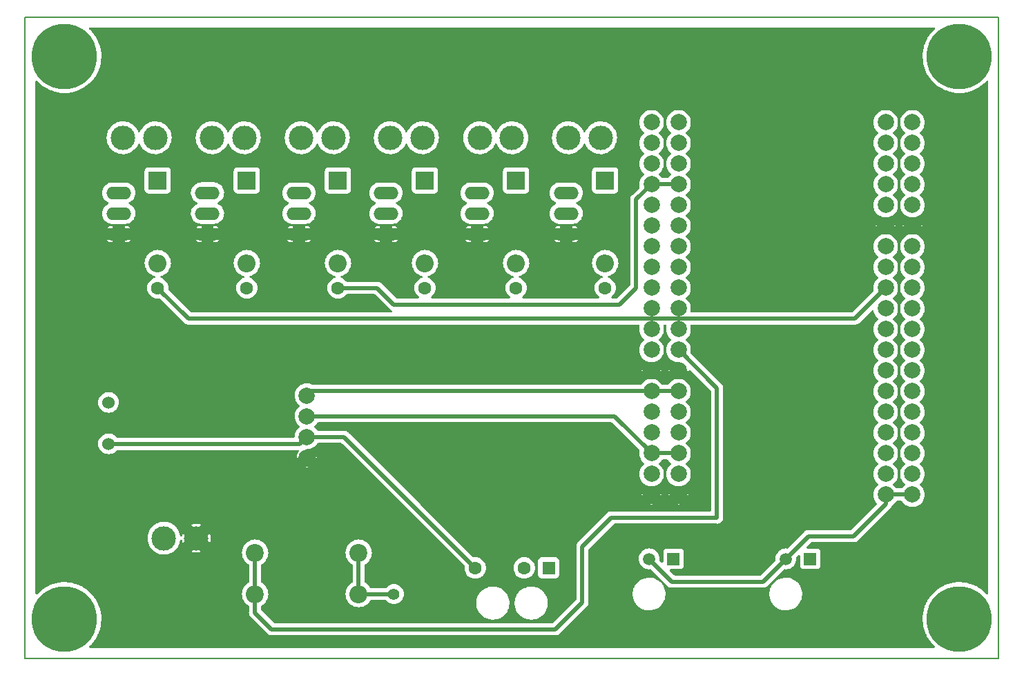
<source format=gbr>
G04 #@! TF.GenerationSoftware,KiCad,Pcbnew,(6.0.8)*
G04 #@! TF.CreationDate,2023-04-18T21:27:52-06:00*
G04 #@! TF.ProjectId,Hydro,48796472-6f2e-46b6-9963-61645f706362,rev?*
G04 #@! TF.SameCoordinates,Original*
G04 #@! TF.FileFunction,Copper,L1,Top*
G04 #@! TF.FilePolarity,Positive*
%FSLAX46Y46*%
G04 Gerber Fmt 4.6, Leading zero omitted, Abs format (unit mm)*
G04 Created by KiCad (PCBNEW (6.0.8)) date 2023-04-18 21:27:52*
%MOMM*%
%LPD*%
G01*
G04 APERTURE LIST*
G04 #@! TA.AperFunction,NonConductor*
%ADD10C,0.200000*%
G04 #@! TD*
G04 #@! TA.AperFunction,ComponentPad*
%ADD11C,2.000000*%
G04 #@! TD*
G04 #@! TA.AperFunction,ComponentPad*
%ADD12O,3.048000X1.524000*%
G04 #@! TD*
G04 #@! TA.AperFunction,ComponentPad*
%ADD13C,3.000000*%
G04 #@! TD*
G04 #@! TA.AperFunction,ComponentPad*
%ADD14R,2.200000X2.200000*%
G04 #@! TD*
G04 #@! TA.AperFunction,ComponentPad*
%ADD15O,2.200000X2.200000*%
G04 #@! TD*
G04 #@! TA.AperFunction,ComponentPad*
%ADD16C,2.200000*%
G04 #@! TD*
G04 #@! TA.AperFunction,ComponentPad*
%ADD17R,1.520000X1.520000*%
G04 #@! TD*
G04 #@! TA.AperFunction,ComponentPad*
%ADD18C,1.520000*%
G04 #@! TD*
G04 #@! TA.AperFunction,ComponentPad*
%ADD19C,8.000000*%
G04 #@! TD*
G04 #@! TA.AperFunction,ComponentPad*
%ADD20C,1.600000*%
G04 #@! TD*
G04 #@! TA.AperFunction,ComponentPad*
%ADD21O,1.600000X1.600000*%
G04 #@! TD*
G04 #@! TA.AperFunction,ComponentPad*
%ADD22C,1.400000*%
G04 #@! TD*
G04 #@! TA.AperFunction,ComponentPad*
%ADD23O,1.400000X1.400000*%
G04 #@! TD*
G04 #@! TA.AperFunction,ComponentPad*
%ADD24R,1.605000X1.605000*%
G04 #@! TD*
G04 #@! TA.AperFunction,ComponentPad*
%ADD25C,1.605000*%
G04 #@! TD*
G04 #@! TA.AperFunction,ComponentPad*
%ADD26C,1.524000*%
G04 #@! TD*
G04 #@! TA.AperFunction,Conductor*
%ADD27C,0.500000*%
G04 #@! TD*
G04 APERTURE END LIST*
D10*
X114300000Y-34290000D02*
X233680000Y-34290000D01*
X233680000Y-34290000D02*
X233680000Y-113030000D01*
X233680000Y-113030000D02*
X114300000Y-113030000D01*
X114300000Y-113030000D02*
X114300000Y-34290000D01*
D11*
G04 #@! TO.P,U4,1,1*
G04 #@! TO.N,Net-(U3-Pad20)*
X223095000Y-47235000D03*
G04 #@! TO.P,U4,2,2*
G04 #@! TO.N,Net-(U3-Pad21)*
X223095000Y-49775000D03*
G04 #@! TO.P,U4,3,3*
G04 #@! TO.N,Net-(U3-Pad22)*
X223095000Y-52315000D03*
G04 #@! TO.P,U4,4,4*
G04 #@! TO.N,Net-(U3-Pad23)*
X223095000Y-54855000D03*
G04 #@! TO.P,U4,5,5*
G04 #@! TO.N,Net-(U3-Pad24)*
X223095000Y-57395000D03*
G04 #@! TO.P,U4,6,6*
G04 #@! TO.N,GND*
X223095000Y-59935000D03*
G04 #@! TO.P,U4,7,7*
G04 #@! TO.N,Net-(U3-Pad26)*
X223095000Y-62475000D03*
G04 #@! TO.P,U4,8,8*
G04 #@! TO.N,Net-(U3-Pad27)*
X223095000Y-65015000D03*
G04 #@! TO.P,U4,9,9*
G04 #@! TO.N,Spare*
X223095000Y-67555000D03*
G04 #@! TO.P,U4,10,10*
G04 #@! TO.N,tempSignal*
X223095000Y-70095000D03*
G04 #@! TO.P,U4,11,11*
G04 #@! TO.N,Net-(U3-Pad30)*
X223095000Y-72635000D03*
G04 #@! TO.P,U4,12,12*
G04 #@! TO.N,Net-(U3-Pad31)*
X223095000Y-75175000D03*
G04 #@! TO.P,U4,13,13*
G04 #@! TO.N,Net-(U3-Pad32)*
X223095000Y-77715000D03*
G04 #@! TO.P,U4,14,14*
G04 #@! TO.N,Net-(U3-Pad33)*
X223095000Y-80255000D03*
G04 #@! TO.P,U4,15,15*
G04 #@! TO.N,ec_A*
X223095000Y-82795000D03*
G04 #@! TO.P,U4,16,16*
G04 #@! TO.N,Net-(U3-Pad35)*
X223095000Y-85335000D03*
G04 #@! TO.P,U4,17,17*
G04 #@! TO.N,Net-(U3-Pad36)*
X223095000Y-87875000D03*
G04 #@! TO.P,U4,18,18*
G04 #@! TO.N,Net-(U3-Pad37)*
X223095000Y-90415000D03*
G04 #@! TO.P,U4,19,19*
G04 #@! TO.N,3V3*
X223095000Y-92955000D03*
G04 #@! TD*
G04 #@! TO.P,U1,1,1*
G04 #@! TO.N,Net-(U1-Pad1)*
X191095000Y-47235000D03*
G04 #@! TO.P,U1,2,2*
G04 #@! TO.N,Net-(U1-Pad2)*
X191095000Y-49775000D03*
G04 #@! TO.P,U1,3,3*
G04 #@! TO.N,Net-(U1-Pad3)*
X191095000Y-52315000D03*
G04 #@! TO.P,U1,4,4*
G04 #@! TO.N,Circulate*
X191095000Y-54855000D03*
G04 #@! TO.P,U1,5,5*
G04 #@! TO.N,Net-(U1-Pad5)*
X191095000Y-57395000D03*
G04 #@! TO.P,U1,6,6*
G04 #@! TO.N,Net-(U1-Pad6)*
X191095000Y-59935000D03*
G04 #@! TO.P,U1,7,7*
G04 #@! TO.N,Net-(U1-Pad7)*
X191095000Y-62475000D03*
G04 #@! TO.P,U1,8,8*
G04 #@! TO.N,pHUp*
X191095000Y-65015000D03*
G04 #@! TO.P,U1,9,9*
G04 #@! TO.N,pHDown*
X191095000Y-67555000D03*
G04 #@! TO.P,U1,10,10*
G04 #@! TO.N,Net-(U1-Pad10)*
X191095000Y-70095000D03*
G04 #@! TO.P,U1,11,11*
G04 #@! TO.N,Nutrients*
X191095000Y-72635000D03*
G04 #@! TO.P,U1,12,12*
G04 #@! TO.N,Net-(U1-Pad12)*
X191095000Y-75175000D03*
G04 #@! TO.P,U1,13,13*
G04 #@! TO.N,GND*
X191095000Y-77715000D03*
G04 #@! TO.P,U1,14,14*
G04 #@! TO.N,SDA*
X191095000Y-80255000D03*
G04 #@! TO.P,U1,15,15*
G04 #@! TO.N,Net-(U1-Pad15)*
X191095000Y-82795000D03*
G04 #@! TO.P,U1,16,16*
G04 #@! TO.N,Net-(U1-Pad16)*
X191095000Y-85335000D03*
G04 #@! TO.P,U1,17,17*
G04 #@! TO.N,SCL*
X191095000Y-87875000D03*
G04 #@! TO.P,U1,18,18*
G04 #@! TO.N,Lights*
X191095000Y-90415000D03*
G04 #@! TO.P,U1,19,19*
G04 #@! TO.N,GND*
X191095000Y-92955000D03*
G04 #@! TD*
G04 #@! TO.P,U3,1,CLK*
G04 #@! TO.N,Net-(U1-Pad1)*
X194405000Y-47235000D03*
G04 #@! TO.P,U3,2,D0*
G04 #@! TO.N,Net-(U1-Pad2)*
X194405000Y-49775000D03*
G04 #@! TO.P,U3,3,D1*
G04 #@! TO.N,Net-(U1-Pad3)*
X194405000Y-52315000D03*
G04 #@! TO.P,U3,4,15*
G04 #@! TO.N,Circulate*
X194405000Y-54855000D03*
G04 #@! TO.P,U3,5,2*
G04 #@! TO.N,Net-(U1-Pad5)*
X194405000Y-57395000D03*
G04 #@! TO.P,U3,6,0*
G04 #@! TO.N,Net-(U1-Pad6)*
X194405000Y-59935000D03*
G04 #@! TO.P,U3,7,4*
G04 #@! TO.N,Net-(U1-Pad7)*
X194405000Y-62475000D03*
G04 #@! TO.P,U3,8,16*
G04 #@! TO.N,pHUp*
X194405000Y-65015000D03*
G04 #@! TO.P,U3,9,17*
G04 #@! TO.N,pHDown*
X194405000Y-67555000D03*
G04 #@! TO.P,U3,10,5*
G04 #@! TO.N,Net-(U1-Pad10)*
X194405000Y-70095000D03*
G04 #@! TO.P,U3,11,18*
G04 #@! TO.N,Nutrients*
X194405000Y-72635000D03*
G04 #@! TO.P,U3,12,19*
G04 #@! TO.N,Net-(U1-Pad12)*
X194405000Y-75175000D03*
G04 #@! TO.P,U3,13,GND*
G04 #@! TO.N,GND*
X194405000Y-77715000D03*
G04 #@! TO.P,U3,14,21*
G04 #@! TO.N,SDA*
X194405000Y-80255000D03*
G04 #@! TO.P,U3,15,RX*
G04 #@! TO.N,Net-(U1-Pad15)*
X194405000Y-82795000D03*
G04 #@! TO.P,U3,16,TX*
G04 #@! TO.N,Net-(U1-Pad16)*
X194405000Y-85335000D03*
G04 #@! TO.P,U3,17,22*
G04 #@! TO.N,SCL*
X194405000Y-87875000D03*
G04 #@! TO.P,U3,18,23*
G04 #@! TO.N,Lights*
X194405000Y-90415000D03*
G04 #@! TO.P,U3,19,GND*
G04 #@! TO.N,GND*
X194405000Y-92955000D03*
G04 #@! TO.P,U3,20,5V*
G04 #@! TO.N,Net-(U3-Pad20)*
X219805000Y-47235000D03*
G04 #@! TO.P,U3,21,CMD*
G04 #@! TO.N,Net-(U3-Pad21)*
X219805000Y-49775000D03*
G04 #@! TO.P,U3,22,D3*
G04 #@! TO.N,Net-(U3-Pad22)*
X219805000Y-52315000D03*
G04 #@! TO.P,U3,23,D2*
G04 #@! TO.N,Net-(U3-Pad23)*
X219805000Y-54855000D03*
G04 #@! TO.P,U3,24,13*
G04 #@! TO.N,Net-(U3-Pad24)*
X219805000Y-57395000D03*
G04 #@! TO.P,U3,25,GND*
G04 #@! TO.N,GND*
X219805000Y-59935000D03*
G04 #@! TO.P,U3,26,12*
G04 #@! TO.N,Net-(U3-Pad26)*
X219805000Y-62475000D03*
G04 #@! TO.P,U3,27,14*
G04 #@! TO.N,Net-(U3-Pad27)*
X219805000Y-65015000D03*
G04 #@! TO.P,U3,28,27*
G04 #@! TO.N,Spare*
X219805000Y-67555000D03*
G04 #@! TO.P,U3,29,26*
G04 #@! TO.N,tempSignal*
X219805000Y-70095000D03*
G04 #@! TO.P,U3,30,25*
G04 #@! TO.N,Net-(U3-Pad30)*
X219805000Y-72635000D03*
G04 #@! TO.P,U3,31,33*
G04 #@! TO.N,Net-(U3-Pad31)*
X219805000Y-75175000D03*
G04 #@! TO.P,U3,32,32*
G04 #@! TO.N,Net-(U3-Pad32)*
X219805000Y-77715000D03*
G04 #@! TO.P,U3,33,35*
G04 #@! TO.N,Net-(U3-Pad33)*
X219805000Y-80255000D03*
G04 #@! TO.P,U3,34,34*
G04 #@! TO.N,ec_A*
X219805000Y-82795000D03*
G04 #@! TO.P,U3,35,VN*
G04 #@! TO.N,Net-(U3-Pad35)*
X219805000Y-85335000D03*
G04 #@! TO.P,U3,36,VP*
G04 #@! TO.N,Net-(U3-Pad36)*
X219805000Y-87875000D03*
G04 #@! TO.P,U3,37,EN*
G04 #@! TO.N,Net-(U3-Pad37)*
X219805000Y-90415000D03*
G04 #@! TO.P,U3,38,3V3*
G04 #@! TO.N,3V3*
X219805000Y-92955000D03*
G04 #@! TD*
D12*
G04 #@! TO.P,Q3,1*
G04 #@! TO.N,pHDown*
X169705750Y-55883220D03*
G04 #@! TO.P,Q3,2*
G04 #@! TO.N,Net-(D3-Pad2)*
X169705750Y-58423220D03*
G04 #@! TO.P,Q3,3*
G04 #@! TO.N,GND*
X169705750Y-60963220D03*
G04 #@! TD*
D13*
G04 #@! TO.P,J1,1,1*
G04 #@! TO.N,12v*
X152093151Y-49130200D03*
G04 #@! TO.P,J1,2,2*
G04 #@! TO.N,Net-(D1-Pad2)*
X148133149Y-49130200D03*
G04 #@! TD*
D14*
G04 #@! TO.P,D5,1,K*
G04 #@! TO.N,12v*
X141478000Y-54356000D03*
D15*
G04 #@! TO.P,D5,2,A*
G04 #@! TO.N,Net-(D5-Pad2)*
X141478000Y-64516000D03*
G04 #@! TD*
D16*
G04 #@! TO.P,U2,1*
G04 #@! TO.N,Net-(U1-Pad12)*
X142494000Y-100076000D03*
G04 #@! TO.P,U2,2*
X142494000Y-105156000D03*
G04 #@! TO.P,U2,3*
G04 #@! TO.N,Net-(R7-Pad1)*
X155194000Y-100076000D03*
G04 #@! TO.P,U2,4*
X155194000Y-105156000D03*
G04 #@! TD*
D17*
G04 #@! TO.P,J7,1,1*
G04 #@! TO.N,ec_A*
X210566000Y-100838000D03*
D18*
G04 #@! TO.P,J7,2,2*
G04 #@! TO.N,3V3*
X207566000Y-100838000D03*
G04 #@! TO.P,J7,3,3*
G04 #@! TO.N,GND*
X204566000Y-100838000D03*
G04 #@! TD*
D19*
G04 #@! TO.P,H4,1*
G04 #@! TO.N,N/C*
X228854000Y-39116000D03*
G04 #@! TD*
D20*
G04 #@! TO.P,R6,1*
G04 #@! TO.N,Spare*
X130556000Y-67564000D03*
D21*
G04 #@! TO.P,R6,2*
G04 #@! TO.N,GND*
X130556000Y-75184000D03*
G04 #@! TD*
D19*
G04 #@! TO.P,H3,1*
G04 #@! TO.N,N/C*
X119126000Y-39116000D03*
G04 #@! TD*
D22*
G04 #@! TO.P,R7,1*
G04 #@! TO.N,Net-(R7-Pad1)*
X159512000Y-105156000D03*
D23*
G04 #@! TO.P,R7,2*
G04 #@! TO.N,GND*
X159512000Y-97536000D03*
G04 #@! TD*
D20*
G04 #@! TO.P,R1,1*
G04 #@! TO.N,Circulate*
X152654000Y-67564000D03*
D21*
G04 #@! TO.P,R1,2*
G04 #@! TO.N,GND*
X152654000Y-75184000D03*
G04 #@! TD*
D13*
G04 #@! TO.P,J10,1,1*
G04 #@! TO.N,12v*
X131317999Y-98298000D03*
G04 #@! TO.P,J10,2,2*
G04 #@! TO.N,GND*
X135278001Y-98298000D03*
G04 #@! TD*
D14*
G04 #@! TO.P,D4,1,K*
G04 #@! TO.N,12v*
X185420000Y-54356000D03*
D15*
G04 #@! TO.P,D4,2,A*
G04 #@! TO.N,Net-(D4-Pad2)*
X185420000Y-64516000D03*
G04 #@! TD*
D12*
G04 #@! TO.P,Q1,1*
G04 #@! TO.N,Circulate*
X147861750Y-55883220D03*
G04 #@! TO.P,Q1,2*
G04 #@! TO.N,Net-(D1-Pad2)*
X147861750Y-58423220D03*
G04 #@! TO.P,Q1,3*
G04 #@! TO.N,GND*
X147861750Y-60963220D03*
G04 #@! TD*
D14*
G04 #@! TO.P,D1,1,K*
G04 #@! TO.N,12v*
X152654000Y-54356000D03*
D15*
G04 #@! TO.P,D1,2,A*
G04 #@! TO.N,Net-(D1-Pad2)*
X152654000Y-64516000D03*
G04 #@! TD*
D13*
G04 #@! TO.P,J4,1,1*
G04 #@! TO.N,12v*
X184859151Y-49130200D03*
G04 #@! TO.P,J4,2,2*
G04 #@! TO.N,Net-(D4-Pad2)*
X180899149Y-49130200D03*
G04 #@! TD*
D14*
G04 #@! TO.P,D2,1,K*
G04 #@! TO.N,12v*
X163322000Y-54356000D03*
D15*
G04 #@! TO.P,D2,2,A*
G04 #@! TO.N,Net-(D2-Pad2)*
X163322000Y-64516000D03*
G04 #@! TD*
D13*
G04 #@! TO.P,J3,1,1*
G04 #@! TO.N,12v*
X173990001Y-49130200D03*
G04 #@! TO.P,J3,2,2*
G04 #@! TO.N,Net-(D3-Pad2)*
X170029999Y-49130200D03*
G04 #@! TD*
G04 #@! TO.P,J5,1,1*
G04 #@! TO.N,12v*
X141171151Y-49130200D03*
G04 #@! TO.P,J5,2,2*
G04 #@! TO.N,Net-(D5-Pad2)*
X137211149Y-49130200D03*
G04 #@! TD*
D17*
G04 #@! TO.P,J8,1,1*
G04 #@! TO.N,tempSignal*
X193802000Y-100838000D03*
D18*
G04 #@! TO.P,J8,2,2*
G04 #@! TO.N,3V3*
X190802000Y-100838000D03*
G04 #@! TO.P,J8,3,3*
G04 #@! TO.N,GND*
X187802000Y-100838000D03*
G04 #@! TD*
D12*
G04 #@! TO.P,Q5,1*
G04 #@! TO.N,Lights*
X136652000Y-55880000D03*
G04 #@! TO.P,Q5,2*
G04 #@! TO.N,Net-(D5-Pad2)*
X136652000Y-58420000D03*
G04 #@! TO.P,Q5,3*
G04 #@! TO.N,GND*
X136652000Y-60960000D03*
G04 #@! TD*
D20*
G04 #@! TO.P,R2,1*
G04 #@! TO.N,Nutrients*
X163322000Y-67564000D03*
D21*
G04 #@! TO.P,R2,2*
G04 #@! TO.N,GND*
X163322000Y-75184000D03*
G04 #@! TD*
D12*
G04 #@! TO.P,Q6,1*
G04 #@! TO.N,Spare*
X125763750Y-55883220D03*
G04 #@! TO.P,Q6,2*
G04 #@! TO.N,Net-(D6-Pad2)*
X125763750Y-58423220D03*
G04 #@! TO.P,Q6,3*
G04 #@! TO.N,GND*
X125763750Y-60963220D03*
G04 #@! TD*
D20*
G04 #@! TO.P,R4,1*
G04 #@! TO.N,pHUp*
X185420000Y-67564000D03*
D21*
G04 #@! TO.P,R4,2*
G04 #@! TO.N,GND*
X185420000Y-75184000D03*
G04 #@! TD*
D20*
G04 #@! TO.P,R3,1*
G04 #@! TO.N,pHDown*
X174498000Y-67564000D03*
D21*
G04 #@! TO.P,R3,2*
G04 #@! TO.N,GND*
X174498000Y-75184000D03*
G04 #@! TD*
D19*
G04 #@! TO.P,H2,1*
G04 #@! TO.N,N/C*
X119126000Y-108204000D03*
G04 #@! TD*
D13*
G04 #@! TO.P,J2,1,1*
G04 #@! TO.N,12v*
X163015151Y-49130200D03*
G04 #@! TO.P,J2,2,2*
G04 #@! TO.N,Net-(D2-Pad2)*
X159055149Y-49130200D03*
G04 #@! TD*
D14*
G04 #@! TO.P,D6,1,K*
G04 #@! TO.N,12v*
X130556000Y-54356000D03*
D15*
G04 #@! TO.P,D6,2,A*
G04 #@! TO.N,Net-(D6-Pad2)*
X130556000Y-64516000D03*
G04 #@! TD*
D20*
G04 #@! TO.P,R5,1*
G04 #@! TO.N,Lights*
X141478000Y-67564000D03*
D21*
G04 #@! TO.P,R5,2*
G04 #@! TO.N,GND*
X141478000Y-75184000D03*
G04 #@! TD*
D14*
G04 #@! TO.P,D3,1,K*
G04 #@! TO.N,12v*
X174498000Y-54356000D03*
D15*
G04 #@! TO.P,D3,2,A*
G04 #@! TO.N,Net-(D3-Pad2)*
X174498000Y-64516000D03*
G04 #@! TD*
D13*
G04 #@! TO.P,J6,1,1*
G04 #@! TO.N,12v*
X130249151Y-49130200D03*
G04 #@! TO.P,J6,2,2*
G04 #@! TO.N,Net-(D6-Pad2)*
X126289149Y-49130200D03*
G04 #@! TD*
D19*
G04 #@! TO.P,H1,1*
G04 #@! TO.N,N/C*
X228854000Y-108204000D03*
G04 #@! TD*
D12*
G04 #@! TO.P,Q4,1*
G04 #@! TO.N,pHUp*
X180627750Y-55883220D03*
G04 #@! TO.P,Q4,2*
G04 #@! TO.N,Net-(D4-Pad2)*
X180627750Y-58423220D03*
G04 #@! TO.P,Q4,3*
G04 #@! TO.N,GND*
X180627750Y-60963220D03*
G04 #@! TD*
D24*
G04 #@! TO.P,J9,1,1*
G04 #@! TO.N,SCL*
X178490000Y-101948000D03*
D25*
G04 #@! TO.P,J9,2,2*
G04 #@! TO.N,SDA*
X175490000Y-101948000D03*
G04 #@! TO.P,J9,3,3*
G04 #@! TO.N,GND*
X172490000Y-101948000D03*
G04 #@! TO.P,J9,4,4*
G04 #@! TO.N,3V3*
X169490000Y-101948000D03*
G04 #@! TD*
D12*
G04 #@! TO.P,Q2,1*
G04 #@! TO.N,Nutrients*
X158529750Y-55883220D03*
G04 #@! TO.P,Q2,2*
G04 #@! TO.N,Net-(D2-Pad2)*
X158529750Y-58423220D03*
G04 #@! TO.P,Q2,3*
G04 #@! TO.N,GND*
X158529750Y-60963220D03*
G04 #@! TD*
D11*
G04 #@! TO.P,U5,1,SDA*
G04 #@! TO.N,SDA*
X148844000Y-80772000D03*
G04 #@! TO.P,U5,2,SCL*
G04 #@! TO.N,SCL*
X148844000Y-83312000D03*
G04 #@! TO.P,U5,3,VCC*
G04 #@! TO.N,3V3*
X148844000Y-85852000D03*
G04 #@! TO.P,U5,4,GND*
G04 #@! TO.N,GND*
X148844000Y-88392000D03*
G04 #@! TD*
D26*
G04 #@! TO.P,U6,1,VIN*
G04 #@! TO.N,12v*
X124518000Y-81629000D03*
G04 #@! TO.P,U6,2,GND*
G04 #@! TO.N,GND*
X124518000Y-84169000D03*
G04 #@! TO.P,U6,3,3v3*
G04 #@! TO.N,3V3*
X124518000Y-86709000D03*
G04 #@! TD*
D27*
G04 #@! TO.N,Circulate*
X189230000Y-56720000D02*
X191095000Y-54855000D01*
X187198000Y-69596000D02*
X189230000Y-67564000D01*
X152654000Y-67564000D02*
X157480000Y-67564000D01*
X189230000Y-67564000D02*
X189230000Y-56720000D01*
X191095000Y-54855000D02*
X194405000Y-54855000D01*
X159512000Y-69596000D02*
X187198000Y-69596000D01*
X157480000Y-67564000D02*
X159512000Y-69596000D01*
G04 #@! TO.N,3V3*
X148844000Y-85852000D02*
X153394000Y-85852000D01*
X204772000Y-103632000D02*
X207566000Y-100838000D01*
X193596000Y-103632000D02*
X204772000Y-103632000D01*
X210360000Y-98044000D02*
X215900000Y-98044000D01*
X219805000Y-92955000D02*
X223095000Y-92955000D01*
X207566000Y-100838000D02*
X210360000Y-98044000D01*
X190802000Y-100838000D02*
X193596000Y-103632000D01*
X219805000Y-94139000D02*
X219805000Y-92955000D01*
X215900000Y-98044000D02*
X219805000Y-94139000D01*
X124518000Y-86709000D02*
X147987000Y-86709000D01*
X147987000Y-86709000D02*
X148844000Y-85852000D01*
X153394000Y-85852000D02*
X169490000Y-101948000D01*
G04 #@! TO.N,Spare*
X134299000Y-71307000D02*
X216053000Y-71307000D01*
X216053000Y-71307000D02*
X219805000Y-67555000D01*
X130556000Y-67564000D02*
X134299000Y-71307000D01*
G04 #@! TO.N,Net-(R7-Pad1)*
X155194000Y-105156000D02*
X159512000Y-105156000D01*
X155194000Y-105156000D02*
X155194000Y-100076000D01*
G04 #@! TO.N,SCL*
X194405000Y-87875000D02*
X191095000Y-87875000D01*
X148844000Y-83312000D02*
X186532000Y-83312000D01*
X186532000Y-83312000D02*
X191095000Y-87875000D01*
G04 #@! TO.N,SDA*
X191095000Y-80255000D02*
X149361000Y-80255000D01*
X149361000Y-80255000D02*
X148844000Y-80772000D01*
X194405000Y-80255000D02*
X191095000Y-80255000D01*
G04 #@! TO.N,Net-(U1-Pad12)*
X186182000Y-95758000D02*
X199136000Y-95758000D01*
X144526000Y-109474000D02*
X179324000Y-109474000D01*
X199136000Y-95758000D02*
X199136000Y-79906000D01*
X179324000Y-109474000D02*
X182626000Y-106172000D01*
X199136000Y-79906000D02*
X194405000Y-75175000D01*
X142494000Y-105156000D02*
X142494000Y-107442000D01*
X142494000Y-107442000D02*
X144526000Y-109474000D01*
X182626000Y-99314000D02*
X186182000Y-95758000D01*
X182626000Y-106172000D02*
X182626000Y-99314000D01*
X142494000Y-105156000D02*
X142494000Y-100076000D01*
G04 #@! TD*
G04 #@! TA.AperFunction,Conductor*
G04 #@! TO.N,GND*
G36*
X225805070Y-35580002D02*
G01*
X225851563Y-35633658D01*
X225861667Y-35703932D01*
X225832173Y-35768512D01*
X225822243Y-35778741D01*
X225651483Y-35935763D01*
X225376430Y-36239104D01*
X225130002Y-36566125D01*
X224914227Y-36914135D01*
X224912947Y-36916691D01*
X224912942Y-36916700D01*
X224803635Y-37134982D01*
X224730881Y-37280269D01*
X224729840Y-37282925D01*
X224729837Y-37282932D01*
X224639561Y-37513290D01*
X224581473Y-37661513D01*
X224580681Y-37664240D01*
X224580677Y-37664251D01*
X224510715Y-37905063D01*
X224467233Y-38054729D01*
X224389101Y-38456681D01*
X224347721Y-38864060D01*
X224343433Y-39273512D01*
X224343662Y-39276357D01*
X224343662Y-39276360D01*
X224371465Y-39621910D01*
X224376273Y-39681668D01*
X224445969Y-40085168D01*
X224551949Y-40480691D01*
X224693340Y-40864980D01*
X224868979Y-41234874D01*
X224986260Y-41433186D01*
X225047473Y-41536691D01*
X225077418Y-41587326D01*
X225316944Y-41919436D01*
X225585584Y-42228471D01*
X225881126Y-42511886D01*
X225883344Y-42513656D01*
X225883349Y-42513661D01*
X226041133Y-42639618D01*
X226201139Y-42767349D01*
X226203520Y-42768919D01*
X226493482Y-42960113D01*
X226542989Y-42992757D01*
X226545519Y-42994113D01*
X226545518Y-42994113D01*
X226852340Y-43158630D01*
X226903860Y-43186255D01*
X227280784Y-43346250D01*
X227283522Y-43347129D01*
X227667931Y-43470549D01*
X227667935Y-43470550D01*
X227670657Y-43471424D01*
X227673447Y-43472048D01*
X227673452Y-43472049D01*
X228067477Y-43560125D01*
X228067488Y-43560127D01*
X228070271Y-43560749D01*
X228476335Y-43613487D01*
X228885509Y-43629206D01*
X228888371Y-43629056D01*
X228888372Y-43629056D01*
X229291566Y-43607926D01*
X229291573Y-43607925D01*
X229294422Y-43607776D01*
X229297245Y-43607369D01*
X229297247Y-43607369D01*
X229696889Y-43549780D01*
X229696896Y-43549779D01*
X229699711Y-43549373D01*
X230098038Y-43454478D01*
X230100736Y-43453570D01*
X230100743Y-43453568D01*
X230483414Y-43324785D01*
X230483420Y-43324783D01*
X230486126Y-43323872D01*
X230860779Y-43158630D01*
X231218914Y-42960113D01*
X231557583Y-42729954D01*
X231873998Y-42470047D01*
X231876036Y-42468038D01*
X231876043Y-42468031D01*
X232016739Y-42329285D01*
X232165555Y-42182533D01*
X232187761Y-42156255D01*
X232247009Y-42117135D01*
X232318000Y-42116257D01*
X232378197Y-42153899D01*
X232408486Y-42218110D01*
X232410000Y-42237583D01*
X232410000Y-105083266D01*
X232389998Y-105151387D01*
X232336342Y-105197880D01*
X232266068Y-105207984D01*
X232201488Y-105178490D01*
X232193669Y-105171109D01*
X231945567Y-104915980D01*
X231945563Y-104915976D01*
X231943577Y-104913934D01*
X231941419Y-104912084D01*
X231941409Y-104912075D01*
X231634849Y-104649321D01*
X231634844Y-104649317D01*
X231632675Y-104647458D01*
X231630344Y-104645801D01*
X231630337Y-104645796D01*
X231424663Y-104499632D01*
X231298900Y-104410257D01*
X231067007Y-104275292D01*
X230947474Y-104205722D01*
X230947469Y-104205719D01*
X230945001Y-104204283D01*
X230710846Y-104095095D01*
X230576487Y-104032442D01*
X230576477Y-104032438D01*
X230573891Y-104031232D01*
X230520178Y-104011894D01*
X230191314Y-103893495D01*
X230191305Y-103893492D01*
X230188624Y-103892527D01*
X229874750Y-103810769D01*
X229795140Y-103790032D01*
X229795134Y-103790031D01*
X229792371Y-103789311D01*
X229388395Y-103722433D01*
X229385552Y-103722224D01*
X229385550Y-103722224D01*
X228982865Y-103692653D01*
X228980019Y-103692444D01*
X228810043Y-103695411D01*
X228573458Y-103699540D01*
X228573453Y-103699540D01*
X228570607Y-103699590D01*
X228567774Y-103699898D01*
X228567770Y-103699898D01*
X228250948Y-103734316D01*
X228163527Y-103743813D01*
X227762130Y-103824749D01*
X227759402Y-103825562D01*
X227759391Y-103825565D01*
X227458879Y-103915152D01*
X227369721Y-103941731D01*
X227367060Y-103942795D01*
X227367058Y-103942796D01*
X227143737Y-104032118D01*
X226989529Y-104093797D01*
X226856425Y-104161617D01*
X226627227Y-104278399D01*
X226627222Y-104278402D01*
X226624684Y-104279695D01*
X226622265Y-104281218D01*
X226622262Y-104281220D01*
X226506276Y-104354260D01*
X226278189Y-104497894D01*
X225952896Y-104746599D01*
X225651483Y-105023763D01*
X225376430Y-105327104D01*
X225374706Y-105329391D01*
X225374705Y-105329393D01*
X225136813Y-105645087D01*
X225130002Y-105654125D01*
X224914227Y-106002135D01*
X224912947Y-106004691D01*
X224912942Y-106004700D01*
X224784705Y-106260785D01*
X224730881Y-106368269D01*
X224729840Y-106370925D01*
X224729837Y-106370932D01*
X224611012Y-106674139D01*
X224581473Y-106749513D01*
X224580681Y-106752240D01*
X224580677Y-106752251D01*
X224468030Y-107139985D01*
X224467233Y-107142729D01*
X224389101Y-107544681D01*
X224347721Y-107952060D01*
X224343433Y-108361512D01*
X224343662Y-108364357D01*
X224343662Y-108364360D01*
X224371915Y-108715500D01*
X224376273Y-108769668D01*
X224445969Y-109173168D01*
X224551949Y-109568691D01*
X224693340Y-109952980D01*
X224694565Y-109955560D01*
X224694568Y-109955567D01*
X224826988Y-110234442D01*
X224868979Y-110322874D01*
X224986260Y-110521186D01*
X225047473Y-110624691D01*
X225077418Y-110675326D01*
X225316944Y-111007436D01*
X225585584Y-111316471D01*
X225595086Y-111325583D01*
X225821866Y-111543058D01*
X225857189Y-111604644D01*
X225853608Y-111675551D01*
X225812261Y-111733265D01*
X225746275Y-111759463D01*
X225734656Y-111760000D01*
X122248425Y-111760000D01*
X122180304Y-111739998D01*
X122133811Y-111686342D01*
X122123707Y-111616068D01*
X122153201Y-111551488D01*
X122159954Y-111544285D01*
X122274021Y-111431799D01*
X122437555Y-111270533D01*
X122461753Y-111241899D01*
X122700008Y-110959963D01*
X122700013Y-110959957D01*
X122701854Y-110957778D01*
X122936719Y-110622356D01*
X123140217Y-110267027D01*
X123160438Y-110222860D01*
X123309485Y-109897316D01*
X123309488Y-109897307D01*
X123310674Y-109894718D01*
X123446685Y-109508492D01*
X123547133Y-109111528D01*
X123611189Y-108707095D01*
X123638128Y-108301500D01*
X123638210Y-108300271D01*
X123638210Y-108300260D01*
X123638326Y-108298520D01*
X123639316Y-108204000D01*
X123620741Y-107794947D01*
X123620072Y-107790058D01*
X123565556Y-107392087D01*
X123565169Y-107389260D01*
X123473057Y-106990280D01*
X123406949Y-106789211D01*
X123346057Y-106604005D01*
X123346054Y-106603998D01*
X123345164Y-106601290D01*
X123182542Y-106225492D01*
X123045786Y-105974665D01*
X122987899Y-105868492D01*
X122987895Y-105868485D01*
X122986529Y-105865980D01*
X122848078Y-105659164D01*
X122760332Y-105528090D01*
X122760324Y-105528079D01*
X122758740Y-105525713D01*
X122501049Y-105207491D01*
X122456301Y-105161475D01*
X122217567Y-104915980D01*
X122217563Y-104915976D01*
X122215577Y-104913934D01*
X122213419Y-104912084D01*
X122213409Y-104912075D01*
X121906849Y-104649321D01*
X121906844Y-104649317D01*
X121904675Y-104647458D01*
X121902344Y-104645801D01*
X121902337Y-104645796D01*
X121696663Y-104499632D01*
X121570900Y-104410257D01*
X121339007Y-104275292D01*
X121219474Y-104205722D01*
X121219469Y-104205719D01*
X121217001Y-104204283D01*
X120982846Y-104095095D01*
X120848487Y-104032442D01*
X120848477Y-104032438D01*
X120845891Y-104031232D01*
X120792178Y-104011894D01*
X120463314Y-103893495D01*
X120463305Y-103893492D01*
X120460624Y-103892527D01*
X120146750Y-103810769D01*
X120067140Y-103790032D01*
X120067134Y-103790031D01*
X120064371Y-103789311D01*
X119660395Y-103722433D01*
X119657552Y-103722224D01*
X119657550Y-103722224D01*
X119254865Y-103692653D01*
X119252019Y-103692444D01*
X119082043Y-103695411D01*
X118845458Y-103699540D01*
X118845453Y-103699540D01*
X118842607Y-103699590D01*
X118839774Y-103699898D01*
X118839770Y-103699898D01*
X118522948Y-103734316D01*
X118435527Y-103743813D01*
X118034130Y-103824749D01*
X118031402Y-103825562D01*
X118031391Y-103825565D01*
X117730879Y-103915152D01*
X117641721Y-103941731D01*
X117639060Y-103942795D01*
X117639058Y-103942796D01*
X117415737Y-104032118D01*
X117261529Y-104093797D01*
X117128425Y-104161617D01*
X116899227Y-104278399D01*
X116899222Y-104278402D01*
X116896684Y-104279695D01*
X116894265Y-104281218D01*
X116894262Y-104281220D01*
X116778276Y-104354260D01*
X116550189Y-104497894D01*
X116224896Y-104746599D01*
X115923483Y-105023763D01*
X115799108Y-105160930D01*
X115789341Y-105171701D01*
X115728766Y-105208729D01*
X115657787Y-105207130D01*
X115598941Y-105167410D01*
X115570910Y-105102181D01*
X115570000Y-105087064D01*
X115570000Y-98276918D01*
X129304916Y-98276918D01*
X129320681Y-98550320D01*
X129321506Y-98554525D01*
X129321507Y-98554533D01*
X129338840Y-98642878D01*
X129373404Y-98819053D01*
X129374791Y-98823103D01*
X129374792Y-98823108D01*
X129460722Y-99074088D01*
X129462111Y-99078144D01*
X129585159Y-99322799D01*
X129587585Y-99326328D01*
X129587588Y-99326334D01*
X129704089Y-99495842D01*
X129740273Y-99548490D01*
X129743160Y-99551663D01*
X129743161Y-99551664D01*
X129812786Y-99628181D01*
X129924581Y-99751043D01*
X130134674Y-99926707D01*
X130138315Y-99928991D01*
X130363023Y-100069951D01*
X130363027Y-100069953D01*
X130366663Y-100072234D01*
X130434543Y-100102883D01*
X130612344Y-100183164D01*
X130612348Y-100183166D01*
X130616256Y-100184930D01*
X130620376Y-100186150D01*
X130620375Y-100186150D01*
X130874722Y-100261491D01*
X130874726Y-100261492D01*
X130878835Y-100262709D01*
X130883069Y-100263357D01*
X130883074Y-100263358D01*
X131145297Y-100303483D01*
X131145299Y-100303483D01*
X131149539Y-100304132D01*
X131288911Y-100306322D01*
X131419070Y-100308367D01*
X131419076Y-100308367D01*
X131423361Y-100308434D01*
X131695234Y-100275534D01*
X131960126Y-100206041D01*
X131964086Y-100204401D01*
X131964091Y-100204399D01*
X132086631Y-100153641D01*
X132213135Y-100101241D01*
X132400818Y-99991568D01*
X132445878Y-99965237D01*
X132445879Y-99965236D01*
X132449581Y-99963073D01*
X132471323Y-99946025D01*
X134696256Y-99946025D01*
X134698721Y-99949317D01*
X134699342Y-99949648D01*
X134819382Y-99991568D01*
X134828391Y-99993982D01*
X135074751Y-100040755D01*
X135084008Y-100041809D01*
X135334578Y-100051655D01*
X135343892Y-100051329D01*
X135593154Y-100024031D01*
X135602331Y-100022330D01*
X135844823Y-99958487D01*
X135852116Y-99955976D01*
X135862654Y-99947253D01*
X135861203Y-99941862D01*
X135290813Y-99371472D01*
X135276869Y-99363858D01*
X135275036Y-99363989D01*
X135268421Y-99368240D01*
X134703016Y-99933645D01*
X134696256Y-99946025D01*
X132471323Y-99946025D01*
X132665088Y-99794094D01*
X132706808Y-99751043D01*
X132825869Y-99628181D01*
X132855668Y-99597431D01*
X132858201Y-99593983D01*
X132858205Y-99593978D01*
X133015256Y-99380178D01*
X133017794Y-99376723D01*
X133024779Y-99363858D01*
X133146417Y-99139830D01*
X133146418Y-99139828D01*
X133148467Y-99136054D01*
X133224400Y-98935102D01*
X133243750Y-98883895D01*
X133243751Y-98883891D01*
X133245268Y-98879877D01*
X133306406Y-98612933D01*
X133306714Y-98609479D01*
X133337039Y-98545506D01*
X133397307Y-98507977D01*
X133468296Y-98508989D01*
X133527469Y-98548220D01*
X133554657Y-98604786D01*
X133586006Y-98762390D01*
X133588500Y-98771383D01*
X133623448Y-98868719D01*
X133631760Y-98880113D01*
X133636072Y-98879230D01*
X133636221Y-98879120D01*
X134204529Y-98310812D01*
X134210907Y-98299132D01*
X136343859Y-98299132D01*
X136343990Y-98300965D01*
X136348241Y-98307580D01*
X136916858Y-98876197D01*
X136929238Y-98882957D01*
X136930907Y-98881707D01*
X136932824Y-98877827D01*
X136996408Y-98652376D01*
X136998268Y-98643234D01*
X137030105Y-98392976D01*
X137030586Y-98386688D01*
X137032825Y-98301160D01*
X137032674Y-98294851D01*
X137013978Y-98043260D01*
X137012601Y-98034054D01*
X136957258Y-97789472D01*
X136954534Y-97780561D01*
X136933539Y-97726572D01*
X136924932Y-97715401D01*
X136920150Y-97716511D01*
X136351473Y-98285188D01*
X136343859Y-98299132D01*
X134210907Y-98299132D01*
X134212143Y-98296868D01*
X134212012Y-98295035D01*
X134207761Y-98288420D01*
X133640396Y-97721055D01*
X133628016Y-97714295D01*
X133623687Y-97717535D01*
X133615586Y-97736855D01*
X133612631Y-97745688D01*
X133550118Y-97991837D01*
X133513964Y-98052938D01*
X133450515Y-98084793D01*
X133379916Y-98077288D01*
X133324582Y-98032806D01*
X133304613Y-97986374D01*
X133263836Y-97789472D01*
X133257031Y-97756612D01*
X133165616Y-97498465D01*
X133054957Y-97284067D01*
X133041977Y-97258919D01*
X133041977Y-97258918D01*
X133040012Y-97255112D01*
X133030039Y-97240921D01*
X132885007Y-97034562D01*
X132882544Y-97031057D01*
X132696124Y-96830445D01*
X132692809Y-96827731D01*
X132692805Y-96827728D01*
X132487522Y-96659706D01*
X132484204Y-96656990D01*
X132472236Y-96649656D01*
X134693300Y-96649656D01*
X134693634Y-96652011D01*
X134695804Y-96655143D01*
X135265189Y-97224528D01*
X135279133Y-97232142D01*
X135280966Y-97232011D01*
X135287581Y-97227760D01*
X135853701Y-96661640D01*
X135860461Y-96649260D01*
X135858515Y-96646661D01*
X135856507Y-96645625D01*
X135692121Y-96593004D01*
X135683070Y-96590831D01*
X135435563Y-96550522D01*
X135426274Y-96549710D01*
X135175543Y-96546427D01*
X135166232Y-96546997D01*
X134917766Y-96580812D01*
X134908647Y-96582750D01*
X134705179Y-96642055D01*
X134693300Y-96649656D01*
X132472236Y-96649656D01*
X132261548Y-96520547D01*
X132254365Y-96516145D01*
X132254364Y-96516145D01*
X132250703Y-96513901D01*
X132246767Y-96512173D01*
X132003872Y-96405549D01*
X132003868Y-96405548D01*
X131999944Y-96403825D01*
X131736565Y-96328800D01*
X131732323Y-96328196D01*
X131732317Y-96328195D01*
X131531833Y-96299662D01*
X131465442Y-96290213D01*
X131321588Y-96289460D01*
X131195876Y-96288802D01*
X131195870Y-96288802D01*
X131191590Y-96288780D01*
X131187346Y-96289339D01*
X131187342Y-96289339D01*
X131068301Y-96305011D01*
X130920077Y-96324525D01*
X130915937Y-96325658D01*
X130915935Y-96325658D01*
X130843007Y-96345609D01*
X130655927Y-96396788D01*
X130651979Y-96398472D01*
X130407981Y-96502546D01*
X130407977Y-96502548D01*
X130404029Y-96504232D01*
X130285413Y-96575222D01*
X130172724Y-96642664D01*
X130172720Y-96642667D01*
X130169042Y-96644868D01*
X129955317Y-96816094D01*
X129766807Y-97014742D01*
X129607001Y-97237136D01*
X129478856Y-97479161D01*
X129477384Y-97483184D01*
X129477382Y-97483188D01*
X129386213Y-97732317D01*
X129384742Y-97736337D01*
X129326403Y-98003907D01*
X129304916Y-98276918D01*
X115570000Y-98276918D01*
X115570000Y-89628722D01*
X148672648Y-89628722D01*
X148683040Y-89632692D01*
X148838525Y-89646296D01*
X148849475Y-89646296D01*
X149004450Y-89632737D01*
X149015458Y-89628431D01*
X149010048Y-89618708D01*
X148856812Y-89465472D01*
X148842868Y-89457858D01*
X148841035Y-89457989D01*
X148834420Y-89462240D01*
X148678314Y-89618346D01*
X148672648Y-89628722D01*
X115570000Y-89628722D01*
X115570000Y-86709000D01*
X123242647Y-86709000D01*
X123262022Y-86930463D01*
X123319560Y-87145196D01*
X123321882Y-87150177D01*
X123321883Y-87150178D01*
X123411186Y-87341689D01*
X123411189Y-87341694D01*
X123413512Y-87346676D01*
X123416668Y-87351183D01*
X123416669Y-87351185D01*
X123535019Y-87520206D01*
X123541023Y-87528781D01*
X123698219Y-87685977D01*
X123702727Y-87689134D01*
X123702730Y-87689136D01*
X123778495Y-87742187D01*
X123880323Y-87813488D01*
X123885305Y-87815811D01*
X123885310Y-87815814D01*
X124076822Y-87905117D01*
X124081804Y-87907440D01*
X124087112Y-87908862D01*
X124087114Y-87908863D01*
X124152949Y-87926503D01*
X124296537Y-87964978D01*
X124518000Y-87984353D01*
X124739463Y-87964978D01*
X124883051Y-87926503D01*
X124948886Y-87908863D01*
X124948888Y-87908862D01*
X124954196Y-87907440D01*
X124959178Y-87905117D01*
X125150690Y-87815814D01*
X125150695Y-87815811D01*
X125155677Y-87813488D01*
X125257505Y-87742187D01*
X125333270Y-87689136D01*
X125333273Y-87689134D01*
X125337781Y-87685977D01*
X125494977Y-87528781D01*
X125500264Y-87521231D01*
X125501546Y-87520206D01*
X125501669Y-87520059D01*
X125501698Y-87520084D01*
X125555718Y-87476902D01*
X125603477Y-87467500D01*
X147723330Y-87467500D01*
X147791451Y-87487502D01*
X147837944Y-87541158D01*
X147848048Y-87611432D01*
X147826543Y-87665771D01*
X147760490Y-87760104D01*
X147755007Y-87769600D01*
X147667220Y-87957860D01*
X147663474Y-87968152D01*
X147609712Y-88168796D01*
X147607809Y-88179591D01*
X147589704Y-88386525D01*
X147589704Y-88397475D01*
X147603263Y-88552450D01*
X147607569Y-88563458D01*
X147617292Y-88558048D01*
X147782208Y-88393132D01*
X149909858Y-88393132D01*
X149909989Y-88394965D01*
X149914240Y-88401580D01*
X150070346Y-88557686D01*
X150080722Y-88563352D01*
X150084692Y-88552960D01*
X150098296Y-88397475D01*
X150098296Y-88386525D01*
X150084737Y-88231550D01*
X150080431Y-88220542D01*
X150070708Y-88225952D01*
X149917472Y-88379188D01*
X149909858Y-88393132D01*
X147782208Y-88393132D01*
X148774415Y-87400925D01*
X148836727Y-87366899D01*
X148853624Y-87364408D01*
X148982050Y-87354300D01*
X149080711Y-87346535D01*
X149085518Y-87345381D01*
X149085524Y-87345380D01*
X149231391Y-87310360D01*
X149311594Y-87291105D01*
X149316167Y-87289211D01*
X149526389Y-87202135D01*
X149526393Y-87202133D01*
X149530963Y-87200240D01*
X149543412Y-87192611D01*
X149729202Y-87078759D01*
X149729208Y-87078755D01*
X149733416Y-87076176D01*
X149913969Y-86921969D01*
X150068176Y-86741416D01*
X150111533Y-86670664D01*
X150164181Y-86623033D01*
X150218965Y-86610500D01*
X153027629Y-86610500D01*
X153095750Y-86630502D01*
X153116724Y-86647405D01*
X168152021Y-101682702D01*
X168186047Y-101745014D01*
X168188447Y-101782779D01*
X168174903Y-101937592D01*
X168173992Y-101948000D01*
X168193985Y-102176522D01*
X168253357Y-102398101D01*
X168350304Y-102606004D01*
X168481879Y-102793914D01*
X168644086Y-102956121D01*
X168831996Y-103087696D01*
X168836974Y-103090017D01*
X168836977Y-103090019D01*
X168965847Y-103150112D01*
X169039899Y-103184643D01*
X169045207Y-103186065D01*
X169045209Y-103186066D01*
X169256163Y-103242591D01*
X169256165Y-103242591D01*
X169261478Y-103244015D01*
X169490000Y-103264008D01*
X169718522Y-103244015D01*
X169723835Y-103242591D01*
X169723837Y-103242591D01*
X169934791Y-103186066D01*
X169934793Y-103186065D01*
X169940101Y-103184643D01*
X170014153Y-103150112D01*
X170143023Y-103090019D01*
X170143026Y-103090017D01*
X170148004Y-103087696D01*
X170335914Y-102956121D01*
X170498121Y-102793914D01*
X170629696Y-102606004D01*
X170726643Y-102398101D01*
X170786015Y-102176522D01*
X170806008Y-101948000D01*
X174173992Y-101948000D01*
X174193985Y-102176522D01*
X174253357Y-102398101D01*
X174350304Y-102606004D01*
X174481879Y-102793914D01*
X174644086Y-102956121D01*
X174831996Y-103087696D01*
X174836974Y-103090017D01*
X174836977Y-103090019D01*
X174965847Y-103150112D01*
X175039899Y-103184643D01*
X175045207Y-103186065D01*
X175045209Y-103186066D01*
X175256163Y-103242591D01*
X175256165Y-103242591D01*
X175261478Y-103244015D01*
X175490000Y-103264008D01*
X175718522Y-103244015D01*
X175723835Y-103242591D01*
X175723837Y-103242591D01*
X175934791Y-103186066D01*
X175934793Y-103186065D01*
X175940101Y-103184643D01*
X176014153Y-103150112D01*
X176143023Y-103090019D01*
X176143026Y-103090017D01*
X176148004Y-103087696D01*
X176335914Y-102956121D01*
X176493401Y-102798634D01*
X177179000Y-102798634D01*
X177185755Y-102860816D01*
X177236885Y-102997205D01*
X177324239Y-103113761D01*
X177440795Y-103201115D01*
X177577184Y-103252245D01*
X177639366Y-103259000D01*
X179340634Y-103259000D01*
X179402816Y-103252245D01*
X179539205Y-103201115D01*
X179655761Y-103113761D01*
X179743115Y-102997205D01*
X179794245Y-102860816D01*
X179801000Y-102798634D01*
X179801000Y-101097366D01*
X179794245Y-101035184D01*
X179743115Y-100898795D01*
X179655761Y-100782239D01*
X179539205Y-100694885D01*
X179402816Y-100643755D01*
X179340634Y-100637000D01*
X177639366Y-100637000D01*
X177577184Y-100643755D01*
X177440795Y-100694885D01*
X177324239Y-100782239D01*
X177236885Y-100898795D01*
X177185755Y-101035184D01*
X177179000Y-101097366D01*
X177179000Y-102798634D01*
X176493401Y-102798634D01*
X176498121Y-102793914D01*
X176629696Y-102606004D01*
X176726643Y-102398101D01*
X176786015Y-102176522D01*
X176806008Y-101948000D01*
X176786015Y-101719478D01*
X176770182Y-101660387D01*
X176728066Y-101503209D01*
X176728065Y-101503207D01*
X176726643Y-101497899D01*
X176713487Y-101469685D01*
X176632019Y-101294977D01*
X176632017Y-101294974D01*
X176629696Y-101289996D01*
X176498121Y-101102086D01*
X176335914Y-100939879D01*
X176148004Y-100808304D01*
X176143026Y-100805983D01*
X176143023Y-100805981D01*
X175945083Y-100713680D01*
X175945082Y-100713679D01*
X175940101Y-100711357D01*
X175934793Y-100709935D01*
X175934791Y-100709934D01*
X175723837Y-100653409D01*
X175723835Y-100653409D01*
X175718522Y-100651985D01*
X175490000Y-100631992D01*
X175261478Y-100651985D01*
X175256165Y-100653409D01*
X175256163Y-100653409D01*
X175045209Y-100709934D01*
X175045207Y-100709935D01*
X175039899Y-100711357D01*
X175034918Y-100713679D01*
X175034917Y-100713680D01*
X174836977Y-100805981D01*
X174836974Y-100805983D01*
X174831996Y-100808304D01*
X174644086Y-100939879D01*
X174481879Y-101102086D01*
X174350304Y-101289996D01*
X174347983Y-101294974D01*
X174347981Y-101294977D01*
X174266513Y-101469685D01*
X174253357Y-101497899D01*
X174251935Y-101503207D01*
X174251934Y-101503209D01*
X174209818Y-101660387D01*
X174193985Y-101719478D01*
X174173992Y-101948000D01*
X170806008Y-101948000D01*
X170786015Y-101719478D01*
X170770182Y-101660387D01*
X170728066Y-101503209D01*
X170728065Y-101503207D01*
X170726643Y-101497899D01*
X170713487Y-101469685D01*
X170632019Y-101294977D01*
X170632017Y-101294974D01*
X170629696Y-101289996D01*
X170498121Y-101102086D01*
X170335914Y-100939879D01*
X170148004Y-100808304D01*
X170143026Y-100805983D01*
X170143023Y-100805981D01*
X169945083Y-100713680D01*
X169945082Y-100713679D01*
X169940101Y-100711357D01*
X169934793Y-100709935D01*
X169934791Y-100709934D01*
X169723837Y-100653409D01*
X169723835Y-100653409D01*
X169718522Y-100651985D01*
X169490000Y-100631992D01*
X169484525Y-100632471D01*
X169324779Y-100646447D01*
X169255174Y-100632458D01*
X169224702Y-100610021D01*
X162806403Y-94191722D01*
X190923648Y-94191722D01*
X190934040Y-94195692D01*
X191089525Y-94209296D01*
X191100475Y-94209296D01*
X191255450Y-94195737D01*
X191265714Y-94191722D01*
X194233648Y-94191722D01*
X194244040Y-94195692D01*
X194399525Y-94209296D01*
X194410475Y-94209296D01*
X194565450Y-94195737D01*
X194576458Y-94191431D01*
X194571048Y-94181708D01*
X194417812Y-94028472D01*
X194403868Y-94020858D01*
X194402035Y-94020989D01*
X194395420Y-94025240D01*
X194239314Y-94181346D01*
X194233648Y-94191722D01*
X191265714Y-94191722D01*
X191266458Y-94191431D01*
X191261048Y-94181708D01*
X191107812Y-94028472D01*
X191093868Y-94020858D01*
X191092035Y-94020989D01*
X191085420Y-94025240D01*
X190929314Y-94181346D01*
X190923648Y-94191722D01*
X162806403Y-94191722D01*
X161575156Y-92960475D01*
X189840704Y-92960475D01*
X189854263Y-93115450D01*
X189858569Y-93126458D01*
X189868292Y-93121048D01*
X190021528Y-92967812D01*
X190027906Y-92956132D01*
X192160858Y-92956132D01*
X192160989Y-92957965D01*
X192165240Y-92964580D01*
X192321346Y-93120686D01*
X192331722Y-93126352D01*
X192335692Y-93115960D01*
X192349296Y-92960475D01*
X193150704Y-92960475D01*
X193164263Y-93115450D01*
X193168569Y-93126458D01*
X193178292Y-93121048D01*
X193331528Y-92967812D01*
X193337906Y-92956132D01*
X195470858Y-92956132D01*
X195470989Y-92957965D01*
X195475240Y-92964580D01*
X195631346Y-93120686D01*
X195641722Y-93126352D01*
X195645692Y-93115960D01*
X195659296Y-92960475D01*
X195659296Y-92949525D01*
X195645737Y-92794550D01*
X195641431Y-92783542D01*
X195631708Y-92788952D01*
X195478472Y-92942188D01*
X195470858Y-92956132D01*
X193337906Y-92956132D01*
X193339142Y-92953868D01*
X193339011Y-92952035D01*
X193334760Y-92945420D01*
X193178654Y-92789314D01*
X193168278Y-92783648D01*
X193164308Y-92794040D01*
X193150704Y-92949525D01*
X193150704Y-92960475D01*
X192349296Y-92960475D01*
X192349296Y-92949525D01*
X192335737Y-92794550D01*
X192331431Y-92783542D01*
X192321708Y-92788952D01*
X192168472Y-92942188D01*
X192160858Y-92956132D01*
X190027906Y-92956132D01*
X190029142Y-92953868D01*
X190029011Y-92952035D01*
X190024760Y-92945420D01*
X189868654Y-92789314D01*
X189858278Y-92783648D01*
X189854308Y-92794040D01*
X189840704Y-92949525D01*
X189840704Y-92960475D01*
X161575156Y-92960475D01*
X153977770Y-85363089D01*
X153965384Y-85348677D01*
X153956851Y-85337082D01*
X153956846Y-85337077D01*
X153952508Y-85331182D01*
X153946930Y-85326443D01*
X153946927Y-85326440D01*
X153912232Y-85296965D01*
X153904716Y-85290035D01*
X153899021Y-85284340D01*
X153892880Y-85279482D01*
X153876749Y-85266719D01*
X153873345Y-85263928D01*
X153823297Y-85221409D01*
X153823295Y-85221408D01*
X153817715Y-85216667D01*
X153811199Y-85213339D01*
X153806150Y-85209972D01*
X153801021Y-85206805D01*
X153795284Y-85202266D01*
X153729125Y-85171345D01*
X153725225Y-85169439D01*
X153660192Y-85136231D01*
X153653084Y-85134492D01*
X153647441Y-85132393D01*
X153641678Y-85130476D01*
X153635050Y-85127378D01*
X153563583Y-85112513D01*
X153559299Y-85111543D01*
X153553087Y-85110023D01*
X153488390Y-85094192D01*
X153482788Y-85093844D01*
X153482785Y-85093844D01*
X153477236Y-85093500D01*
X153477238Y-85093464D01*
X153473245Y-85093225D01*
X153469053Y-85092851D01*
X153461885Y-85091360D01*
X153395675Y-85093151D01*
X153384479Y-85093454D01*
X153381072Y-85093500D01*
X150218965Y-85093500D01*
X150150844Y-85073498D01*
X150111533Y-85033336D01*
X150068176Y-84962584D01*
X149913969Y-84782031D01*
X149910213Y-84778823D01*
X149910208Y-84778818D01*
X149791944Y-84677811D01*
X149753134Y-84618361D01*
X149752628Y-84547366D01*
X149791944Y-84486189D01*
X149910208Y-84385182D01*
X149910213Y-84385177D01*
X149913969Y-84381969D01*
X150068176Y-84201416D01*
X150111533Y-84130664D01*
X150164181Y-84083033D01*
X150218965Y-84070500D01*
X186165629Y-84070500D01*
X186233750Y-84090502D01*
X186254724Y-84107405D01*
X189586412Y-87439093D01*
X189620438Y-87501405D01*
X189619836Y-87557602D01*
X189601620Y-87633476D01*
X189601619Y-87633482D01*
X189600465Y-87638289D01*
X189581835Y-87875000D01*
X189600465Y-88111711D01*
X189601619Y-88116518D01*
X189601620Y-88116524D01*
X189626593Y-88220542D01*
X189655895Y-88342594D01*
X189657788Y-88347165D01*
X189657789Y-88347167D01*
X189743031Y-88552960D01*
X189746760Y-88561963D01*
X189749346Y-88566183D01*
X189868241Y-88760202D01*
X189868245Y-88760208D01*
X189870824Y-88764416D01*
X190025031Y-88944969D01*
X190028787Y-88948177D01*
X190028792Y-88948182D01*
X190147056Y-89049189D01*
X190185866Y-89108639D01*
X190186372Y-89179634D01*
X190147056Y-89240811D01*
X190028792Y-89341818D01*
X190028787Y-89341823D01*
X190025031Y-89345031D01*
X189870824Y-89525584D01*
X189868245Y-89529792D01*
X189868241Y-89529798D01*
X189805160Y-89632737D01*
X189746760Y-89728037D01*
X189655895Y-89947406D01*
X189600465Y-90178289D01*
X189581835Y-90415000D01*
X189600465Y-90651711D01*
X189655895Y-90882594D01*
X189746760Y-91101963D01*
X189749346Y-91106183D01*
X189868241Y-91300202D01*
X189868245Y-91300208D01*
X189870824Y-91304416D01*
X190025031Y-91484969D01*
X190205584Y-91639176D01*
X190209792Y-91641755D01*
X190209798Y-91641759D01*
X190339697Y-91721361D01*
X190408037Y-91763240D01*
X190412607Y-91765133D01*
X190412611Y-91765135D01*
X190450457Y-91780811D01*
X190627406Y-91854105D01*
X190707609Y-91873360D01*
X190853476Y-91908380D01*
X190853482Y-91908381D01*
X190858289Y-91909535D01*
X191095000Y-91928165D01*
X191331711Y-91909535D01*
X191336518Y-91908381D01*
X191336524Y-91908380D01*
X191482391Y-91873360D01*
X191562594Y-91854105D01*
X191739543Y-91780811D01*
X191777389Y-91765135D01*
X191777393Y-91765133D01*
X191781963Y-91763240D01*
X191850303Y-91721361D01*
X191980202Y-91641759D01*
X191980208Y-91641755D01*
X191984416Y-91639176D01*
X192164969Y-91484969D01*
X192319176Y-91304416D01*
X192321755Y-91300208D01*
X192321759Y-91300202D01*
X192440654Y-91106183D01*
X192443240Y-91101963D01*
X192534105Y-90882594D01*
X192589535Y-90651711D01*
X192608165Y-90415000D01*
X192589535Y-90178289D01*
X192534105Y-89947406D01*
X192443240Y-89728037D01*
X192384840Y-89632737D01*
X192321759Y-89529798D01*
X192321755Y-89529792D01*
X192319176Y-89525584D01*
X192164969Y-89345031D01*
X192161213Y-89341823D01*
X192161208Y-89341818D01*
X192042944Y-89240811D01*
X192004134Y-89181361D01*
X192003628Y-89110366D01*
X192042944Y-89049189D01*
X192161208Y-88948182D01*
X192161213Y-88948177D01*
X192164969Y-88944969D01*
X192319176Y-88764416D01*
X192362533Y-88693664D01*
X192415181Y-88646033D01*
X192469965Y-88633500D01*
X193030035Y-88633500D01*
X193098156Y-88653502D01*
X193137466Y-88693663D01*
X193180824Y-88764416D01*
X193335031Y-88944969D01*
X193338787Y-88948177D01*
X193338792Y-88948182D01*
X193457056Y-89049189D01*
X193495866Y-89108639D01*
X193496372Y-89179634D01*
X193457056Y-89240811D01*
X193338792Y-89341818D01*
X193338787Y-89341823D01*
X193335031Y-89345031D01*
X193180824Y-89525584D01*
X193178245Y-89529792D01*
X193178241Y-89529798D01*
X193115160Y-89632737D01*
X193056760Y-89728037D01*
X192965895Y-89947406D01*
X192910465Y-90178289D01*
X192891835Y-90415000D01*
X192910465Y-90651711D01*
X192965895Y-90882594D01*
X193056760Y-91101963D01*
X193059346Y-91106183D01*
X193178241Y-91300202D01*
X193178245Y-91300208D01*
X193180824Y-91304416D01*
X193335031Y-91484969D01*
X193515584Y-91639176D01*
X193519792Y-91641755D01*
X193519798Y-91641759D01*
X193649697Y-91721361D01*
X193718037Y-91763240D01*
X193722607Y-91765133D01*
X193722611Y-91765135D01*
X193760457Y-91780811D01*
X193937406Y-91854105D01*
X194017609Y-91873360D01*
X194163476Y-91908380D01*
X194163482Y-91908381D01*
X194168289Y-91909535D01*
X194405000Y-91928165D01*
X194641711Y-91909535D01*
X194646518Y-91908381D01*
X194646524Y-91908380D01*
X194792391Y-91873360D01*
X194872594Y-91854105D01*
X195049543Y-91780811D01*
X195087389Y-91765135D01*
X195087393Y-91765133D01*
X195091963Y-91763240D01*
X195160303Y-91721361D01*
X195290202Y-91641759D01*
X195290208Y-91641755D01*
X195294416Y-91639176D01*
X195474969Y-91484969D01*
X195629176Y-91304416D01*
X195631755Y-91300208D01*
X195631759Y-91300202D01*
X195750654Y-91106183D01*
X195753240Y-91101963D01*
X195844105Y-90882594D01*
X195899535Y-90651711D01*
X195918165Y-90415000D01*
X195899535Y-90178289D01*
X195844105Y-89947406D01*
X195753240Y-89728037D01*
X195694840Y-89632737D01*
X195631759Y-89529798D01*
X195631755Y-89529792D01*
X195629176Y-89525584D01*
X195474969Y-89345031D01*
X195471213Y-89341823D01*
X195471208Y-89341818D01*
X195352944Y-89240811D01*
X195314134Y-89181361D01*
X195313628Y-89110366D01*
X195352944Y-89049189D01*
X195471208Y-88948182D01*
X195471213Y-88948177D01*
X195474969Y-88944969D01*
X195629176Y-88764416D01*
X195631755Y-88760208D01*
X195631759Y-88760202D01*
X195750654Y-88566183D01*
X195753240Y-88561963D01*
X195756970Y-88552960D01*
X195842211Y-88347167D01*
X195842212Y-88347165D01*
X195844105Y-88342594D01*
X195873407Y-88220542D01*
X195898380Y-88116524D01*
X195898381Y-88116518D01*
X195899535Y-88111711D01*
X195918165Y-87875000D01*
X195899535Y-87638289D01*
X195893088Y-87611432D01*
X195845260Y-87412218D01*
X195844105Y-87407406D01*
X195839547Y-87396401D01*
X195755135Y-87192611D01*
X195755133Y-87192607D01*
X195753240Y-87188037D01*
X195686274Y-87078759D01*
X195631759Y-86989798D01*
X195631755Y-86989792D01*
X195629176Y-86985584D01*
X195474969Y-86805031D01*
X195471213Y-86801823D01*
X195471208Y-86801818D01*
X195352944Y-86700811D01*
X195314134Y-86641361D01*
X195313628Y-86570366D01*
X195352944Y-86509189D01*
X195471208Y-86408182D01*
X195471213Y-86408177D01*
X195474969Y-86404969D01*
X195629176Y-86224416D01*
X195631755Y-86220208D01*
X195631759Y-86220202D01*
X195750654Y-86026183D01*
X195753240Y-86021963D01*
X195786003Y-85942867D01*
X195842211Y-85807167D01*
X195842212Y-85807165D01*
X195844105Y-85802594D01*
X195863360Y-85722391D01*
X195898380Y-85576524D01*
X195898381Y-85576518D01*
X195899535Y-85571711D01*
X195918165Y-85335000D01*
X195899535Y-85098289D01*
X195898375Y-85093454D01*
X195845260Y-84872218D01*
X195844105Y-84867406D01*
X195753240Y-84648037D01*
X195740853Y-84627824D01*
X195631759Y-84449798D01*
X195631755Y-84449792D01*
X195629176Y-84445584D01*
X195474969Y-84265031D01*
X195471213Y-84261823D01*
X195471208Y-84261818D01*
X195352944Y-84160811D01*
X195314134Y-84101361D01*
X195313628Y-84030366D01*
X195352944Y-83969189D01*
X195471208Y-83868182D01*
X195471213Y-83868177D01*
X195474969Y-83864969D01*
X195629176Y-83684416D01*
X195631755Y-83680208D01*
X195631759Y-83680202D01*
X195750654Y-83486183D01*
X195753240Y-83481963D01*
X195821599Y-83316930D01*
X195842211Y-83267167D01*
X195842212Y-83267165D01*
X195844105Y-83262594D01*
X195863360Y-83182391D01*
X195898380Y-83036524D01*
X195898381Y-83036518D01*
X195899535Y-83031711D01*
X195918165Y-82795000D01*
X195899535Y-82558289D01*
X195898375Y-82553454D01*
X195845260Y-82332218D01*
X195844105Y-82327406D01*
X195818950Y-82266676D01*
X195755135Y-82112611D01*
X195755133Y-82112607D01*
X195753240Y-82108037D01*
X195740853Y-82087824D01*
X195631759Y-81909798D01*
X195631755Y-81909792D01*
X195629176Y-81905584D01*
X195474969Y-81725031D01*
X195471213Y-81721823D01*
X195471208Y-81721818D01*
X195352944Y-81620811D01*
X195314134Y-81561361D01*
X195313628Y-81490366D01*
X195352944Y-81429189D01*
X195471208Y-81328182D01*
X195471213Y-81328177D01*
X195474969Y-81324969D01*
X195629176Y-81144416D01*
X195631755Y-81140208D01*
X195631759Y-81140202D01*
X195750654Y-80946183D01*
X195753240Y-80941963D01*
X195806356Y-80813730D01*
X195842211Y-80727167D01*
X195842212Y-80727165D01*
X195844105Y-80722594D01*
X195863360Y-80642391D01*
X195898380Y-80496524D01*
X195898381Y-80496518D01*
X195899535Y-80491711D01*
X195918165Y-80255000D01*
X195899535Y-80018289D01*
X195888678Y-79973063D01*
X195845260Y-79792218D01*
X195844105Y-79787406D01*
X195820459Y-79730319D01*
X195755135Y-79572611D01*
X195755133Y-79572607D01*
X195753240Y-79568037D01*
X195701722Y-79483967D01*
X195631759Y-79369798D01*
X195631755Y-79369792D01*
X195629176Y-79365584D01*
X195474969Y-79185031D01*
X195294416Y-79030824D01*
X195290208Y-79028245D01*
X195290202Y-79028241D01*
X195096183Y-78909346D01*
X195091963Y-78906760D01*
X195087393Y-78904867D01*
X195087389Y-78904865D01*
X194877167Y-78817789D01*
X194877165Y-78817788D01*
X194872594Y-78815895D01*
X194743778Y-78784969D01*
X194646524Y-78761620D01*
X194646518Y-78761619D01*
X194641711Y-78760465D01*
X194405000Y-78741835D01*
X194168289Y-78760465D01*
X194163482Y-78761619D01*
X194163476Y-78761620D01*
X194066222Y-78784969D01*
X193937406Y-78815895D01*
X193932835Y-78817788D01*
X193932833Y-78817789D01*
X193722611Y-78904865D01*
X193722607Y-78904867D01*
X193718037Y-78906760D01*
X193713817Y-78909346D01*
X193519798Y-79028241D01*
X193519792Y-79028245D01*
X193515584Y-79030824D01*
X193335031Y-79185031D01*
X193331823Y-79188787D01*
X193208743Y-79332895D01*
X193180824Y-79365584D01*
X193143589Y-79426346D01*
X193137467Y-79436336D01*
X193084819Y-79483967D01*
X193030035Y-79496500D01*
X192469965Y-79496500D01*
X192401844Y-79476498D01*
X192362533Y-79436336D01*
X192356411Y-79426346D01*
X192319176Y-79365584D01*
X192291257Y-79332895D01*
X192168177Y-79188787D01*
X192164969Y-79185031D01*
X191984416Y-79030824D01*
X191980208Y-79028245D01*
X191980202Y-79028241D01*
X191786183Y-78909346D01*
X191781963Y-78906760D01*
X191777393Y-78904867D01*
X191777389Y-78904865D01*
X191567167Y-78817789D01*
X191567165Y-78817788D01*
X191562594Y-78815895D01*
X191433778Y-78784969D01*
X191336524Y-78761620D01*
X191336518Y-78761619D01*
X191331711Y-78760465D01*
X191095000Y-78741835D01*
X190858289Y-78760465D01*
X190853482Y-78761619D01*
X190853476Y-78761620D01*
X190756222Y-78784969D01*
X190627406Y-78815895D01*
X190622835Y-78817788D01*
X190622833Y-78817789D01*
X190412611Y-78904865D01*
X190412607Y-78904867D01*
X190408037Y-78906760D01*
X190403817Y-78909346D01*
X190209798Y-79028241D01*
X190209792Y-79028245D01*
X190205584Y-79030824D01*
X190025031Y-79185031D01*
X190021823Y-79188787D01*
X189898743Y-79332895D01*
X189870824Y-79365584D01*
X189833589Y-79426346D01*
X189827467Y-79436336D01*
X189774819Y-79483967D01*
X189720035Y-79496500D01*
X149685198Y-79496500D01*
X149619363Y-79477932D01*
X149535186Y-79426348D01*
X149530963Y-79423760D01*
X149526393Y-79421867D01*
X149526391Y-79421866D01*
X149316167Y-79334789D01*
X149316165Y-79334788D01*
X149311594Y-79332895D01*
X149231391Y-79313640D01*
X149085524Y-79278620D01*
X149085518Y-79278619D01*
X149080711Y-79277465D01*
X148844000Y-79258835D01*
X148607289Y-79277465D01*
X148602482Y-79278619D01*
X148602476Y-79278620D01*
X148456609Y-79313640D01*
X148376406Y-79332895D01*
X148371835Y-79334788D01*
X148371833Y-79334789D01*
X148161611Y-79421865D01*
X148161607Y-79421867D01*
X148157037Y-79423760D01*
X148152817Y-79426346D01*
X147958798Y-79545241D01*
X147958792Y-79545245D01*
X147954584Y-79547824D01*
X147774031Y-79702031D01*
X147619824Y-79882584D01*
X147617245Y-79886792D01*
X147617241Y-79886798D01*
X147564378Y-79973063D01*
X147495760Y-80085037D01*
X147493867Y-80089607D01*
X147493865Y-80089611D01*
X147425359Y-80255000D01*
X147404895Y-80304406D01*
X147403740Y-80309218D01*
X147352611Y-80522186D01*
X147349465Y-80535289D01*
X147330835Y-80772000D01*
X147349465Y-81008711D01*
X147350619Y-81013518D01*
X147350620Y-81013524D01*
X147365059Y-81073664D01*
X147404895Y-81239594D01*
X147406788Y-81244165D01*
X147406789Y-81244167D01*
X147474459Y-81407537D01*
X147495760Y-81458963D01*
X147498346Y-81463183D01*
X147617241Y-81657202D01*
X147617245Y-81657208D01*
X147619824Y-81661416D01*
X147774031Y-81841969D01*
X147777787Y-81845177D01*
X147777792Y-81845182D01*
X147896056Y-81946189D01*
X147934866Y-82005639D01*
X147935372Y-82076634D01*
X147896056Y-82137811D01*
X147777792Y-82238818D01*
X147777787Y-82238823D01*
X147774031Y-82242031D01*
X147619824Y-82422584D01*
X147617245Y-82426792D01*
X147617241Y-82426798D01*
X147513412Y-82596231D01*
X147495760Y-82625037D01*
X147493867Y-82629607D01*
X147493865Y-82629611D01*
X147426941Y-82791182D01*
X147404895Y-82844406D01*
X147395155Y-82884978D01*
X147358772Y-83036524D01*
X147349465Y-83075289D01*
X147330835Y-83312000D01*
X147349465Y-83548711D01*
X147404895Y-83779594D01*
X147495760Y-83998963D01*
X147498346Y-84003183D01*
X147617241Y-84197202D01*
X147617245Y-84197208D01*
X147619824Y-84201416D01*
X147774031Y-84381969D01*
X147777787Y-84385177D01*
X147777792Y-84385182D01*
X147896056Y-84486189D01*
X147934866Y-84545639D01*
X147935372Y-84616634D01*
X147896056Y-84677811D01*
X147777792Y-84778818D01*
X147777787Y-84778823D01*
X147774031Y-84782031D01*
X147619824Y-84962584D01*
X147617245Y-84966792D01*
X147617241Y-84966798D01*
X147513478Y-85136124D01*
X147495760Y-85165037D01*
X147493867Y-85169607D01*
X147493865Y-85169611D01*
X147426941Y-85331182D01*
X147404895Y-85384406D01*
X147403740Y-85389218D01*
X147352611Y-85602186D01*
X147349465Y-85615289D01*
X147349077Y-85620223D01*
X147332221Y-85834386D01*
X147306935Y-85900728D01*
X147249797Y-85942867D01*
X147206609Y-85950500D01*
X125603477Y-85950500D01*
X125535356Y-85930498D01*
X125500264Y-85896770D01*
X125494977Y-85889219D01*
X125337781Y-85732023D01*
X125333273Y-85728866D01*
X125333270Y-85728864D01*
X125257505Y-85675813D01*
X125155677Y-85604512D01*
X125150695Y-85602189D01*
X125150690Y-85602186D01*
X124959178Y-85512883D01*
X124959177Y-85512882D01*
X124954196Y-85510560D01*
X124948888Y-85509138D01*
X124948886Y-85509137D01*
X124883051Y-85491497D01*
X124739463Y-85453022D01*
X124518000Y-85433647D01*
X124296537Y-85453022D01*
X124152949Y-85491497D01*
X124087114Y-85509137D01*
X124087112Y-85509138D01*
X124081804Y-85510560D01*
X124076823Y-85512882D01*
X124076822Y-85512883D01*
X123885311Y-85602186D01*
X123885306Y-85602189D01*
X123880324Y-85604512D01*
X123875817Y-85607668D01*
X123875815Y-85607669D01*
X123702730Y-85728864D01*
X123702727Y-85728866D01*
X123698219Y-85732023D01*
X123541023Y-85889219D01*
X123537868Y-85893725D01*
X123537864Y-85893730D01*
X123448075Y-86021963D01*
X123413512Y-86071324D01*
X123411189Y-86076306D01*
X123411186Y-86076311D01*
X123344089Y-86220202D01*
X123319560Y-86272804D01*
X123262022Y-86487537D01*
X123242647Y-86709000D01*
X115570000Y-86709000D01*
X115570000Y-81629000D01*
X123242647Y-81629000D01*
X123262022Y-81850463D01*
X123263446Y-81855776D01*
X123313345Y-82042000D01*
X123319560Y-82065196D01*
X123321882Y-82070177D01*
X123321883Y-82070178D01*
X123411186Y-82261689D01*
X123411189Y-82261694D01*
X123413512Y-82266676D01*
X123416668Y-82271183D01*
X123416669Y-82271185D01*
X123522680Y-82422584D01*
X123541023Y-82448781D01*
X123698219Y-82605977D01*
X123702727Y-82609134D01*
X123702730Y-82609136D01*
X123733141Y-82630430D01*
X123880323Y-82733488D01*
X123885305Y-82735811D01*
X123885310Y-82735814D01*
X124072473Y-82823089D01*
X124081804Y-82827440D01*
X124087112Y-82828862D01*
X124087114Y-82828863D01*
X124128055Y-82839833D01*
X124296537Y-82884978D01*
X124518000Y-82904353D01*
X124739463Y-82884978D01*
X124907945Y-82839833D01*
X124948886Y-82828863D01*
X124948888Y-82828862D01*
X124954196Y-82827440D01*
X124963527Y-82823089D01*
X125150690Y-82735814D01*
X125150695Y-82735811D01*
X125155677Y-82733488D01*
X125302859Y-82630430D01*
X125333270Y-82609136D01*
X125333273Y-82609134D01*
X125337781Y-82605977D01*
X125494977Y-82448781D01*
X125513321Y-82422584D01*
X125619331Y-82271185D01*
X125619332Y-82271183D01*
X125622488Y-82266676D01*
X125624811Y-82261694D01*
X125624814Y-82261689D01*
X125714117Y-82070178D01*
X125714118Y-82070177D01*
X125716440Y-82065196D01*
X125722656Y-82042000D01*
X125772554Y-81855776D01*
X125773978Y-81850463D01*
X125793353Y-81629000D01*
X125773978Y-81407537D01*
X125730203Y-81244167D01*
X125717863Y-81198114D01*
X125717862Y-81198112D01*
X125716440Y-81192804D01*
X125714117Y-81187822D01*
X125624814Y-80996311D01*
X125624811Y-80996306D01*
X125622488Y-80991324D01*
X125587925Y-80941963D01*
X125498136Y-80813730D01*
X125498134Y-80813727D01*
X125494977Y-80809219D01*
X125337781Y-80652023D01*
X125333273Y-80648866D01*
X125333270Y-80648864D01*
X125257505Y-80595813D01*
X125155677Y-80524512D01*
X125150695Y-80522189D01*
X125150690Y-80522186D01*
X124959178Y-80432883D01*
X124959177Y-80432882D01*
X124954196Y-80430560D01*
X124948888Y-80429138D01*
X124948886Y-80429137D01*
X124883051Y-80411497D01*
X124739463Y-80373022D01*
X124518000Y-80353647D01*
X124296537Y-80373022D01*
X124152949Y-80411497D01*
X124087114Y-80429137D01*
X124087112Y-80429138D01*
X124081804Y-80430560D01*
X124076823Y-80432882D01*
X124076822Y-80432883D01*
X123885311Y-80522186D01*
X123885306Y-80522189D01*
X123880324Y-80524512D01*
X123875817Y-80527668D01*
X123875815Y-80527669D01*
X123702730Y-80648864D01*
X123702727Y-80648866D01*
X123698219Y-80652023D01*
X123541023Y-80809219D01*
X123537866Y-80813727D01*
X123537864Y-80813730D01*
X123448075Y-80941963D01*
X123413512Y-80991324D01*
X123411189Y-80996306D01*
X123411186Y-80996311D01*
X123321883Y-81187822D01*
X123319560Y-81192804D01*
X123318138Y-81198112D01*
X123318137Y-81198114D01*
X123305797Y-81244167D01*
X123262022Y-81407537D01*
X123242647Y-81629000D01*
X115570000Y-81629000D01*
X115570000Y-77720475D01*
X189840704Y-77720475D01*
X189854263Y-77875450D01*
X189858569Y-77886458D01*
X189868292Y-77881048D01*
X190021528Y-77727812D01*
X190027906Y-77716132D01*
X192160858Y-77716132D01*
X192160989Y-77717965D01*
X192165240Y-77724580D01*
X192321346Y-77880686D01*
X192331722Y-77886352D01*
X192335692Y-77875960D01*
X192349296Y-77720475D01*
X193150704Y-77720475D01*
X193164263Y-77875450D01*
X193168569Y-77886458D01*
X193178292Y-77881048D01*
X193331528Y-77727812D01*
X193339142Y-77713868D01*
X193339011Y-77712035D01*
X193334760Y-77705420D01*
X193178654Y-77549314D01*
X193168278Y-77543648D01*
X193164308Y-77554040D01*
X193150704Y-77709525D01*
X193150704Y-77720475D01*
X192349296Y-77720475D01*
X192349296Y-77709525D01*
X192335737Y-77554550D01*
X192331431Y-77543542D01*
X192321708Y-77548952D01*
X192168472Y-77702188D01*
X192160858Y-77716132D01*
X190027906Y-77716132D01*
X190029142Y-77713868D01*
X190029011Y-77712035D01*
X190024760Y-77705420D01*
X189868654Y-77549314D01*
X189858278Y-77543648D01*
X189854308Y-77554040D01*
X189840704Y-77709525D01*
X189840704Y-77720475D01*
X115570000Y-77720475D01*
X115570000Y-64516000D01*
X128942526Y-64516000D01*
X128962391Y-64768403D01*
X128963545Y-64773210D01*
X128963546Y-64773216D01*
X129001179Y-64929968D01*
X129021495Y-65014591D01*
X129118384Y-65248502D01*
X129250672Y-65464376D01*
X129415102Y-65656898D01*
X129607624Y-65821328D01*
X129823498Y-65953616D01*
X129828068Y-65955509D01*
X129828072Y-65955511D01*
X130052836Y-66048611D01*
X130057409Y-66050505D01*
X130095517Y-66059654D01*
X130150615Y-66072882D01*
X130212184Y-66108234D01*
X130244867Y-66171261D01*
X130238286Y-66241952D01*
X130194532Y-66297863D01*
X130153812Y-66317108D01*
X130144990Y-66319471D01*
X130112069Y-66328292D01*
X130112062Y-66328294D01*
X130106757Y-66329716D01*
X130101776Y-66332039D01*
X130101775Y-66332039D01*
X129904238Y-66424151D01*
X129904233Y-66424154D01*
X129899251Y-66426477D01*
X129810263Y-66488787D01*
X129716211Y-66554643D01*
X129716208Y-66554645D01*
X129711700Y-66557802D01*
X129549802Y-66719700D01*
X129418477Y-66907251D01*
X129416154Y-66912233D01*
X129416151Y-66912238D01*
X129346934Y-67060677D01*
X129321716Y-67114757D01*
X129262457Y-67335913D01*
X129242502Y-67564000D01*
X129262457Y-67792087D01*
X129321716Y-68013243D01*
X129324039Y-68018224D01*
X129324039Y-68018225D01*
X129416151Y-68215762D01*
X129416154Y-68215767D01*
X129418477Y-68220749D01*
X129549802Y-68408300D01*
X129711700Y-68570198D01*
X129716208Y-68573355D01*
X129716211Y-68573357D01*
X129784557Y-68621213D01*
X129899251Y-68701523D01*
X129904233Y-68703846D01*
X129904238Y-68703849D01*
X130101775Y-68795961D01*
X130106757Y-68798284D01*
X130112065Y-68799706D01*
X130112067Y-68799707D01*
X130322598Y-68856119D01*
X130322600Y-68856119D01*
X130327913Y-68857543D01*
X130556000Y-68877498D01*
X130561475Y-68877019D01*
X130718913Y-68863245D01*
X130788518Y-68877234D01*
X130818990Y-68899671D01*
X133715230Y-71795911D01*
X133727616Y-71810323D01*
X133736149Y-71821918D01*
X133736154Y-71821923D01*
X133740492Y-71827818D01*
X133746070Y-71832557D01*
X133746073Y-71832560D01*
X133780768Y-71862035D01*
X133788284Y-71868965D01*
X133793979Y-71874660D01*
X133796861Y-71876940D01*
X133816251Y-71892281D01*
X133819655Y-71895072D01*
X133869703Y-71937591D01*
X133875285Y-71942333D01*
X133881801Y-71945661D01*
X133886850Y-71949028D01*
X133891979Y-71952195D01*
X133897716Y-71956734D01*
X133963875Y-71987655D01*
X133967769Y-71989558D01*
X134032808Y-72022769D01*
X134039916Y-72024508D01*
X134045559Y-72026607D01*
X134051322Y-72028524D01*
X134057950Y-72031622D01*
X134065112Y-72033112D01*
X134065113Y-72033112D01*
X134129412Y-72046486D01*
X134133696Y-72047456D01*
X134204610Y-72064808D01*
X134210212Y-72065156D01*
X134210215Y-72065156D01*
X134215764Y-72065500D01*
X134215762Y-72065536D01*
X134219755Y-72065775D01*
X134223947Y-72066149D01*
X134231115Y-72067640D01*
X134308520Y-72065546D01*
X134311928Y-72065500D01*
X189520530Y-72065500D01*
X189588651Y-72085502D01*
X189635144Y-72139158D01*
X189645248Y-72209432D01*
X189643049Y-72220912D01*
X189600465Y-72398289D01*
X189581835Y-72635000D01*
X189600465Y-72871711D01*
X189655895Y-73102594D01*
X189746760Y-73321963D01*
X189749346Y-73326183D01*
X189868241Y-73520202D01*
X189868245Y-73520208D01*
X189870824Y-73524416D01*
X190025031Y-73704969D01*
X190028787Y-73708177D01*
X190028792Y-73708182D01*
X190147056Y-73809189D01*
X190185866Y-73868639D01*
X190186372Y-73939634D01*
X190147056Y-74000811D01*
X190028792Y-74101818D01*
X190028787Y-74101823D01*
X190025031Y-74105031D01*
X189870824Y-74285584D01*
X189868245Y-74289792D01*
X189868241Y-74289798D01*
X189749346Y-74483817D01*
X189746760Y-74488037D01*
X189655895Y-74707406D01*
X189600465Y-74938289D01*
X189581835Y-75175000D01*
X189600465Y-75411711D01*
X189655895Y-75642594D01*
X189746760Y-75861963D01*
X189749346Y-75866183D01*
X189868241Y-76060202D01*
X189868245Y-76060208D01*
X189870824Y-76064416D01*
X190025031Y-76244969D01*
X190205584Y-76399176D01*
X190209792Y-76401755D01*
X190209798Y-76401759D01*
X190339697Y-76481361D01*
X190408037Y-76523240D01*
X190412607Y-76525133D01*
X190412611Y-76525135D01*
X190450457Y-76540811D01*
X190627406Y-76614105D01*
X190707609Y-76633360D01*
X190853476Y-76668380D01*
X190853482Y-76668381D01*
X190858289Y-76669535D01*
X191095000Y-76688165D01*
X191331711Y-76669535D01*
X191336518Y-76668381D01*
X191336524Y-76668380D01*
X191482391Y-76633360D01*
X191562594Y-76614105D01*
X191739543Y-76540811D01*
X191777389Y-76525135D01*
X191777393Y-76525133D01*
X191781963Y-76523240D01*
X191850303Y-76481361D01*
X191980202Y-76401759D01*
X191980208Y-76401755D01*
X191984416Y-76399176D01*
X192164969Y-76244969D01*
X192319176Y-76064416D01*
X192321755Y-76060208D01*
X192321759Y-76060202D01*
X192440654Y-75866183D01*
X192443240Y-75861963D01*
X192534105Y-75642594D01*
X192589535Y-75411711D01*
X192608165Y-75175000D01*
X192589535Y-74938289D01*
X192534105Y-74707406D01*
X192443240Y-74488037D01*
X192440654Y-74483817D01*
X192321759Y-74289798D01*
X192321755Y-74289792D01*
X192319176Y-74285584D01*
X192164969Y-74105031D01*
X192161213Y-74101823D01*
X192161208Y-74101818D01*
X192042944Y-74000811D01*
X192004134Y-73941361D01*
X192003628Y-73870366D01*
X192042944Y-73809189D01*
X192161208Y-73708182D01*
X192161213Y-73708177D01*
X192164969Y-73704969D01*
X192319176Y-73524416D01*
X192321755Y-73520208D01*
X192321759Y-73520202D01*
X192440654Y-73326183D01*
X192443240Y-73321963D01*
X192534105Y-73102594D01*
X192589535Y-72871711D01*
X192608165Y-72635000D01*
X192589535Y-72398289D01*
X192546951Y-72220914D01*
X192550498Y-72150006D01*
X192591818Y-72092272D01*
X192657791Y-72066042D01*
X192669470Y-72065500D01*
X192830530Y-72065500D01*
X192898651Y-72085502D01*
X192945144Y-72139158D01*
X192955248Y-72209432D01*
X192953049Y-72220912D01*
X192910465Y-72398289D01*
X192891835Y-72635000D01*
X192910465Y-72871711D01*
X192965895Y-73102594D01*
X193056760Y-73321963D01*
X193059346Y-73326183D01*
X193178241Y-73520202D01*
X193178245Y-73520208D01*
X193180824Y-73524416D01*
X193335031Y-73704969D01*
X193338787Y-73708177D01*
X193338792Y-73708182D01*
X193457056Y-73809189D01*
X193495866Y-73868639D01*
X193496372Y-73939634D01*
X193457056Y-74000811D01*
X193338792Y-74101818D01*
X193338787Y-74101823D01*
X193335031Y-74105031D01*
X193180824Y-74285584D01*
X193178245Y-74289792D01*
X193178241Y-74289798D01*
X193059346Y-74483817D01*
X193056760Y-74488037D01*
X192965895Y-74707406D01*
X192910465Y-74938289D01*
X192891835Y-75175000D01*
X192910465Y-75411711D01*
X192965895Y-75642594D01*
X193056760Y-75861963D01*
X193059346Y-75866183D01*
X193178241Y-76060202D01*
X193178245Y-76060208D01*
X193180824Y-76064416D01*
X193335031Y-76244969D01*
X193515584Y-76399176D01*
X193519792Y-76401755D01*
X193519798Y-76401759D01*
X193649697Y-76481361D01*
X193718037Y-76523240D01*
X193722607Y-76525133D01*
X193722611Y-76525135D01*
X193760457Y-76540811D01*
X193937406Y-76614105D01*
X194017609Y-76633360D01*
X194163476Y-76668380D01*
X194163482Y-76668381D01*
X194168289Y-76669535D01*
X194266950Y-76677300D01*
X194395376Y-76687408D01*
X194461718Y-76712694D01*
X194474585Y-76723925D01*
X195631346Y-77880686D01*
X195641722Y-77886352D01*
X195645694Y-77875957D01*
X195653325Y-77788734D01*
X195679188Y-77722616D01*
X195736692Y-77680976D01*
X195807579Y-77677036D01*
X195867940Y-77710621D01*
X198340595Y-80183276D01*
X198374621Y-80245588D01*
X198377500Y-80272371D01*
X198377500Y-94873500D01*
X198357498Y-94941621D01*
X198303842Y-94988114D01*
X198251500Y-94999500D01*
X186249063Y-94999500D01*
X186230114Y-94998067D01*
X186229907Y-94998036D01*
X186208651Y-94994802D01*
X186201359Y-94995395D01*
X186201356Y-94995395D01*
X186155991Y-94999085D01*
X186145777Y-94999500D01*
X186137707Y-94999500D01*
X186134087Y-94999922D01*
X186134069Y-94999923D01*
X186109461Y-95002792D01*
X186105100Y-95003224D01*
X186079981Y-95005267D01*
X186039661Y-95008546D01*
X186039658Y-95008547D01*
X186032363Y-95009140D01*
X186025399Y-95011396D01*
X186019440Y-95012587D01*
X186013585Y-95013971D01*
X186006319Y-95014818D01*
X185937673Y-95039735D01*
X185933545Y-95041152D01*
X185871064Y-95061393D01*
X185871062Y-95061394D01*
X185864101Y-95063649D01*
X185857846Y-95067445D01*
X185852372Y-95069951D01*
X185846942Y-95072670D01*
X185840063Y-95075167D01*
X185779016Y-95115191D01*
X185775327Y-95117518D01*
X185755135Y-95129771D01*
X185717693Y-95152491D01*
X185717688Y-95152495D01*
X185712892Y-95155405D01*
X185704516Y-95162803D01*
X185704493Y-95162777D01*
X185701503Y-95165426D01*
X185698264Y-95168134D01*
X185692148Y-95172144D01*
X185687121Y-95177451D01*
X185687117Y-95177454D01*
X185638872Y-95228383D01*
X185636494Y-95230825D01*
X182137089Y-98730230D01*
X182122677Y-98742616D01*
X182111082Y-98751149D01*
X182111077Y-98751154D01*
X182105182Y-98755492D01*
X182100443Y-98761070D01*
X182100440Y-98761073D01*
X182070965Y-98795768D01*
X182064035Y-98803284D01*
X182058340Y-98808979D01*
X182056060Y-98811861D01*
X182040719Y-98831251D01*
X182037928Y-98834655D01*
X181995409Y-98884703D01*
X181990667Y-98890285D01*
X181987339Y-98896801D01*
X181983972Y-98901850D01*
X181980805Y-98906979D01*
X181976266Y-98912716D01*
X181945345Y-98978875D01*
X181943442Y-98982769D01*
X181910231Y-99047808D01*
X181908492Y-99054916D01*
X181906393Y-99060559D01*
X181904476Y-99066322D01*
X181901378Y-99072950D01*
X181899888Y-99080112D01*
X181899888Y-99080113D01*
X181886514Y-99144412D01*
X181885544Y-99148696D01*
X181868192Y-99219610D01*
X181867500Y-99230764D01*
X181867464Y-99230762D01*
X181867225Y-99234755D01*
X181866851Y-99238947D01*
X181865360Y-99246115D01*
X181865558Y-99253432D01*
X181867454Y-99323521D01*
X181867500Y-99326928D01*
X181867500Y-105805629D01*
X181847498Y-105873750D01*
X181830595Y-105894724D01*
X179046724Y-108678595D01*
X178984412Y-108712621D01*
X178957629Y-108715500D01*
X144892371Y-108715500D01*
X144824250Y-108695498D01*
X144803276Y-108678595D01*
X143289405Y-107164724D01*
X143255379Y-107102412D01*
X143252500Y-107075629D01*
X143252500Y-106648248D01*
X143272502Y-106580127D01*
X143312665Y-106540815D01*
X143403081Y-106485408D01*
X143442376Y-106461328D01*
X143634898Y-106296898D01*
X143799328Y-106104376D01*
X143931616Y-105888502D01*
X143937727Y-105873750D01*
X144026611Y-105659164D01*
X144026612Y-105659162D01*
X144028505Y-105654591D01*
X144059980Y-105523487D01*
X144086454Y-105413216D01*
X144086455Y-105413210D01*
X144087609Y-105408403D01*
X144107474Y-105156000D01*
X153580526Y-105156000D01*
X153600391Y-105408403D01*
X153601545Y-105413210D01*
X153601546Y-105413216D01*
X153628020Y-105523487D01*
X153659495Y-105654591D01*
X153661388Y-105659162D01*
X153661389Y-105659164D01*
X153750274Y-105873750D01*
X153756384Y-105888502D01*
X153888672Y-106104376D01*
X154053102Y-106296898D01*
X154245624Y-106461328D01*
X154461498Y-106593616D01*
X154466068Y-106595509D01*
X154466072Y-106595511D01*
X154690836Y-106688611D01*
X154695409Y-106690505D01*
X154780032Y-106710821D01*
X154936784Y-106748454D01*
X154936790Y-106748455D01*
X154941597Y-106749609D01*
X155194000Y-106769474D01*
X155446403Y-106749609D01*
X155451210Y-106748455D01*
X155451216Y-106748454D01*
X155607968Y-106710821D01*
X155692591Y-106690505D01*
X155697164Y-106688611D01*
X155921928Y-106595511D01*
X155921932Y-106595509D01*
X155926502Y-106593616D01*
X156142376Y-106461328D01*
X156334898Y-106296898D01*
X156499328Y-106104376D01*
X156578815Y-105974665D01*
X156631463Y-105927034D01*
X156686248Y-105914500D01*
X158509233Y-105914500D01*
X158577354Y-105934502D01*
X158598328Y-105951405D01*
X158732224Y-106085301D01*
X158905442Y-106206589D01*
X158910420Y-106208910D01*
X158910423Y-106208912D01*
X159071197Y-106283882D01*
X159097090Y-106295956D01*
X159102398Y-106297378D01*
X159102400Y-106297379D01*
X159296030Y-106349262D01*
X159296032Y-106349262D01*
X159301345Y-106350686D01*
X159512000Y-106369116D01*
X159722655Y-106350686D01*
X159727968Y-106349262D01*
X159727970Y-106349262D01*
X159921600Y-106297379D01*
X159921602Y-106297378D01*
X159926910Y-106295956D01*
X159952803Y-106283882D01*
X160113577Y-106208912D01*
X160113580Y-106208910D01*
X160118558Y-106206589D01*
X160132454Y-106196859D01*
X169602776Y-106196859D01*
X169602929Y-106201247D01*
X169602929Y-106201253D01*
X169609658Y-106393925D01*
X169612701Y-106481078D01*
X169613463Y-106485401D01*
X169613464Y-106485408D01*
X169643324Y-106654749D01*
X169662085Y-106761150D01*
X169663440Y-106765321D01*
X169663442Y-106765328D01*
X169718054Y-106933404D01*
X169749967Y-107031623D01*
X169751895Y-107035576D01*
X169751897Y-107035581D01*
X169784493Y-107102412D01*
X169874637Y-107287233D01*
X169877092Y-107290872D01*
X169877095Y-107290878D01*
X169943455Y-107389260D01*
X170033667Y-107523005D01*
X170223963Y-107734350D01*
X170441820Y-107917154D01*
X170682998Y-108067859D01*
X170942804Y-108183531D01*
X171216179Y-108261921D01*
X171220533Y-108262533D01*
X171220538Y-108262534D01*
X171390770Y-108286458D01*
X171497804Y-108301500D01*
X171711018Y-108301500D01*
X171713204Y-108301347D01*
X171713208Y-108301347D01*
X171919315Y-108286935D01*
X171919320Y-108286934D01*
X171923700Y-108286628D01*
X172201877Y-108227499D01*
X172206006Y-108225996D01*
X172206010Y-108225995D01*
X172464974Y-108131740D01*
X172464978Y-108131738D01*
X172469119Y-108130231D01*
X172473009Y-108128163D01*
X172473015Y-108128160D01*
X172716330Y-107998787D01*
X172716336Y-107998783D01*
X172720222Y-107996717D01*
X172723782Y-107994130D01*
X172723786Y-107994128D01*
X172946738Y-107832145D01*
X172946741Y-107832142D01*
X172950301Y-107829556D01*
X172953468Y-107826498D01*
X173151710Y-107635057D01*
X173151714Y-107635053D01*
X173154875Y-107632000D01*
X173160694Y-107624553D01*
X173282992Y-107468018D01*
X173329965Y-107407896D01*
X173399630Y-107287233D01*
X173469956Y-107165425D01*
X173469959Y-107165420D01*
X173472161Y-107161605D01*
X173473811Y-107157521D01*
X173473814Y-107157515D01*
X173577047Y-106902002D01*
X173578696Y-106897921D01*
X173586789Y-106865464D01*
X173616360Y-106746859D01*
X173647497Y-106621976D01*
X173648851Y-106609101D01*
X173676765Y-106343510D01*
X173676765Y-106343507D01*
X173677224Y-106339141D01*
X173675618Y-106293142D01*
X173672256Y-106196859D01*
X174302776Y-106196859D01*
X174302929Y-106201247D01*
X174302929Y-106201253D01*
X174309658Y-106393925D01*
X174312701Y-106481078D01*
X174313463Y-106485401D01*
X174313464Y-106485408D01*
X174343324Y-106654749D01*
X174362085Y-106761150D01*
X174363440Y-106765321D01*
X174363442Y-106765328D01*
X174418054Y-106933404D01*
X174449967Y-107031623D01*
X174451895Y-107035576D01*
X174451897Y-107035581D01*
X174484493Y-107102412D01*
X174574637Y-107287233D01*
X174577092Y-107290872D01*
X174577095Y-107290878D01*
X174643455Y-107389260D01*
X174733667Y-107523005D01*
X174923963Y-107734350D01*
X175141820Y-107917154D01*
X175382998Y-108067859D01*
X175642804Y-108183531D01*
X175916179Y-108261921D01*
X175920533Y-108262533D01*
X175920538Y-108262534D01*
X176090770Y-108286458D01*
X176197804Y-108301500D01*
X176411018Y-108301500D01*
X176413204Y-108301347D01*
X176413208Y-108301347D01*
X176619315Y-108286935D01*
X176619320Y-108286934D01*
X176623700Y-108286628D01*
X176901877Y-108227499D01*
X176906006Y-108225996D01*
X176906010Y-108225995D01*
X177164974Y-108131740D01*
X177164978Y-108131738D01*
X177169119Y-108130231D01*
X177173009Y-108128163D01*
X177173015Y-108128160D01*
X177416330Y-107998787D01*
X177416336Y-107998783D01*
X177420222Y-107996717D01*
X177423782Y-107994130D01*
X177423786Y-107994128D01*
X177646738Y-107832145D01*
X177646741Y-107832142D01*
X177650301Y-107829556D01*
X177653468Y-107826498D01*
X177851710Y-107635057D01*
X177851714Y-107635053D01*
X177854875Y-107632000D01*
X177860694Y-107624553D01*
X177982992Y-107468018D01*
X178029965Y-107407896D01*
X178099630Y-107287233D01*
X178169956Y-107165425D01*
X178169959Y-107165420D01*
X178172161Y-107161605D01*
X178173811Y-107157521D01*
X178173814Y-107157515D01*
X178277047Y-106902002D01*
X178278696Y-106897921D01*
X178286789Y-106865464D01*
X178316360Y-106746859D01*
X178347497Y-106621976D01*
X178348851Y-106609101D01*
X178376765Y-106343510D01*
X178376765Y-106343507D01*
X178377224Y-106339141D01*
X178375618Y-106293142D01*
X178367453Y-106059319D01*
X178367452Y-106059313D01*
X178367299Y-106054922D01*
X178365450Y-106044431D01*
X178318677Y-105779173D01*
X178317915Y-105774850D01*
X178316560Y-105770679D01*
X178316558Y-105770672D01*
X178231394Y-105508566D01*
X178230033Y-105504377D01*
X178105363Y-105248767D01*
X178102908Y-105245128D01*
X178102905Y-105245122D01*
X177948792Y-105016641D01*
X177946333Y-105012995D01*
X177756037Y-104801650D01*
X177538180Y-104618846D01*
X177297002Y-104468141D01*
X177037196Y-104352469D01*
X176763821Y-104274079D01*
X176759467Y-104273467D01*
X176759462Y-104273466D01*
X176585833Y-104249065D01*
X176482196Y-104234500D01*
X176268982Y-104234500D01*
X176266796Y-104234653D01*
X176266792Y-104234653D01*
X176060685Y-104249065D01*
X176060680Y-104249066D01*
X176056300Y-104249372D01*
X175778123Y-104308501D01*
X175773994Y-104310004D01*
X175773990Y-104310005D01*
X175515026Y-104404260D01*
X175515022Y-104404262D01*
X175510881Y-104405769D01*
X175506991Y-104407837D01*
X175506985Y-104407840D01*
X175263670Y-104537213D01*
X175263664Y-104537217D01*
X175259778Y-104539283D01*
X175256218Y-104541870D01*
X175256214Y-104541872D01*
X175072653Y-104675236D01*
X175029699Y-104706444D01*
X175026535Y-104709500D01*
X175026532Y-104709502D01*
X174828290Y-104900943D01*
X174828286Y-104900947D01*
X174825125Y-104904000D01*
X174822418Y-104907465D01*
X174822416Y-104907467D01*
X174791106Y-104947542D01*
X174650035Y-105128104D01*
X174647832Y-105131920D01*
X174511267Y-105368458D01*
X174507839Y-105374395D01*
X174506189Y-105378479D01*
X174506186Y-105378485D01*
X174452286Y-105511893D01*
X174401304Y-105638079D01*
X174332503Y-105914024D01*
X174332044Y-105918392D01*
X174332043Y-105918397D01*
X174306571Y-106160750D01*
X174302776Y-106196859D01*
X173672256Y-106196859D01*
X173667453Y-106059319D01*
X173667452Y-106059313D01*
X173667299Y-106054922D01*
X173665450Y-106044431D01*
X173618677Y-105779173D01*
X173617915Y-105774850D01*
X173616560Y-105770679D01*
X173616558Y-105770672D01*
X173531394Y-105508566D01*
X173530033Y-105504377D01*
X173405363Y-105248767D01*
X173402908Y-105245128D01*
X173402905Y-105245122D01*
X173248792Y-105016641D01*
X173246333Y-105012995D01*
X173056037Y-104801650D01*
X172838180Y-104618846D01*
X172597002Y-104468141D01*
X172337196Y-104352469D01*
X172063821Y-104274079D01*
X172059467Y-104273467D01*
X172059462Y-104273466D01*
X171885833Y-104249065D01*
X171782196Y-104234500D01*
X171568982Y-104234500D01*
X171566796Y-104234653D01*
X171566792Y-104234653D01*
X171360685Y-104249065D01*
X171360680Y-104249066D01*
X171356300Y-104249372D01*
X171078123Y-104308501D01*
X171073994Y-104310004D01*
X171073990Y-104310005D01*
X170815026Y-104404260D01*
X170815022Y-104404262D01*
X170810881Y-104405769D01*
X170806991Y-104407837D01*
X170806985Y-104407840D01*
X170563670Y-104537213D01*
X170563664Y-104537217D01*
X170559778Y-104539283D01*
X170556218Y-104541870D01*
X170556214Y-104541872D01*
X170372653Y-104675236D01*
X170329699Y-104706444D01*
X170326535Y-104709500D01*
X170326532Y-104709502D01*
X170128290Y-104900943D01*
X170128286Y-104900947D01*
X170125125Y-104904000D01*
X170122418Y-104907465D01*
X170122416Y-104907467D01*
X170091106Y-104947542D01*
X169950035Y-105128104D01*
X169947832Y-105131920D01*
X169811267Y-105368458D01*
X169807839Y-105374395D01*
X169806189Y-105378479D01*
X169806186Y-105378485D01*
X169752286Y-105511893D01*
X169701304Y-105638079D01*
X169632503Y-105914024D01*
X169632044Y-105918392D01*
X169632043Y-105918397D01*
X169606571Y-106160750D01*
X169602776Y-106196859D01*
X160132454Y-106196859D01*
X160291776Y-106085301D01*
X160441301Y-105935776D01*
X160562589Y-105762558D01*
X160610803Y-105659164D01*
X160649633Y-105575892D01*
X160649634Y-105575891D01*
X160651956Y-105570910D01*
X160668914Y-105507624D01*
X160705262Y-105371970D01*
X160705262Y-105371968D01*
X160706686Y-105366655D01*
X160725116Y-105156000D01*
X160706686Y-104945345D01*
X160698818Y-104915980D01*
X160653379Y-104746400D01*
X160653378Y-104746398D01*
X160651956Y-104741090D01*
X160612935Y-104657409D01*
X160564912Y-104554423D01*
X160564910Y-104554420D01*
X160562589Y-104549442D01*
X160441301Y-104376224D01*
X160291776Y-104226699D01*
X160118558Y-104105411D01*
X160113580Y-104103090D01*
X160113577Y-104103088D01*
X159931892Y-104018367D01*
X159931891Y-104018366D01*
X159926910Y-104016044D01*
X159921602Y-104014622D01*
X159921600Y-104014621D01*
X159727970Y-103962738D01*
X159727968Y-103962738D01*
X159722655Y-103961314D01*
X159512000Y-103942884D01*
X159301345Y-103961314D01*
X159296032Y-103962738D01*
X159296030Y-103962738D01*
X159102400Y-104014621D01*
X159102398Y-104014622D01*
X159097090Y-104016044D01*
X159092109Y-104018366D01*
X159092108Y-104018367D01*
X158910423Y-104103088D01*
X158910420Y-104103090D01*
X158905442Y-104105411D01*
X158732224Y-104226699D01*
X158598328Y-104360595D01*
X158536016Y-104394621D01*
X158509233Y-104397500D01*
X156686248Y-104397500D01*
X156618127Y-104377498D01*
X156578815Y-104337335D01*
X156533014Y-104262595D01*
X156499328Y-104207624D01*
X156334898Y-104015102D01*
X156142376Y-103850672D01*
X156012665Y-103771185D01*
X155965034Y-103718537D01*
X155952500Y-103663752D01*
X155952500Y-101568248D01*
X155972502Y-101500127D01*
X156012665Y-101460815D01*
X156042980Y-101442238D01*
X156142376Y-101381328D01*
X156334898Y-101216898D01*
X156499328Y-101024376D01*
X156631616Y-100808502D01*
X156639521Y-100789419D01*
X156726611Y-100579164D01*
X156726612Y-100579162D01*
X156728505Y-100574591D01*
X156768548Y-100407800D01*
X156786454Y-100333216D01*
X156786455Y-100333210D01*
X156787609Y-100328403D01*
X156807474Y-100076000D01*
X156787609Y-99823597D01*
X156781163Y-99796745D01*
X156739746Y-99624233D01*
X156728505Y-99577409D01*
X156716944Y-99549498D01*
X156633511Y-99348072D01*
X156633509Y-99348068D01*
X156631616Y-99343498D01*
X156499328Y-99127624D01*
X156334898Y-98935102D01*
X156142376Y-98770672D01*
X155926502Y-98638384D01*
X155921932Y-98636491D01*
X155921928Y-98636489D01*
X155697164Y-98543389D01*
X155697162Y-98543388D01*
X155692591Y-98541495D01*
X155557193Y-98508989D01*
X155451216Y-98483546D01*
X155451210Y-98483545D01*
X155446403Y-98482391D01*
X155194000Y-98462526D01*
X154941597Y-98482391D01*
X154936790Y-98483545D01*
X154936784Y-98483546D01*
X154830807Y-98508989D01*
X154695409Y-98541495D01*
X154690838Y-98543388D01*
X154690836Y-98543389D01*
X154466072Y-98636489D01*
X154466068Y-98636491D01*
X154461498Y-98638384D01*
X154245624Y-98770672D01*
X154053102Y-98935102D01*
X153888672Y-99127624D01*
X153756384Y-99343498D01*
X153754491Y-99348068D01*
X153754489Y-99348072D01*
X153671056Y-99549498D01*
X153659495Y-99577409D01*
X153648254Y-99624233D01*
X153606838Y-99796745D01*
X153600391Y-99823597D01*
X153580526Y-100076000D01*
X153600391Y-100328403D01*
X153601545Y-100333210D01*
X153601546Y-100333216D01*
X153619452Y-100407800D01*
X153659495Y-100574591D01*
X153661388Y-100579162D01*
X153661389Y-100579164D01*
X153748480Y-100789419D01*
X153756384Y-100808502D01*
X153888672Y-101024376D01*
X154053102Y-101216898D01*
X154245624Y-101381328D01*
X154345020Y-101442238D01*
X154375335Y-101460815D01*
X154422966Y-101513463D01*
X154435500Y-101568248D01*
X154435500Y-103663752D01*
X154415498Y-103731873D01*
X154375335Y-103771185D01*
X154245624Y-103850672D01*
X154053102Y-104015102D01*
X153888672Y-104207624D01*
X153756384Y-104423498D01*
X153754491Y-104428068D01*
X153754489Y-104428072D01*
X153708424Y-104539283D01*
X153659495Y-104657409D01*
X153600391Y-104903597D01*
X153580526Y-105156000D01*
X144107474Y-105156000D01*
X144087609Y-104903597D01*
X144028505Y-104657409D01*
X143979576Y-104539283D01*
X143933511Y-104428072D01*
X143933509Y-104428068D01*
X143931616Y-104423498D01*
X143799328Y-104207624D01*
X143634898Y-104015102D01*
X143442376Y-103850672D01*
X143312665Y-103771185D01*
X143265034Y-103718537D01*
X143252500Y-103663752D01*
X143252500Y-101568248D01*
X143272502Y-101500127D01*
X143312665Y-101460815D01*
X143342980Y-101442238D01*
X143442376Y-101381328D01*
X143634898Y-101216898D01*
X143799328Y-101024376D01*
X143931616Y-100808502D01*
X143939521Y-100789419D01*
X144026611Y-100579164D01*
X144026612Y-100579162D01*
X144028505Y-100574591D01*
X144068548Y-100407800D01*
X144086454Y-100333216D01*
X144086455Y-100333210D01*
X144087609Y-100328403D01*
X144107474Y-100076000D01*
X144087609Y-99823597D01*
X144081163Y-99796745D01*
X144039746Y-99624233D01*
X144028505Y-99577409D01*
X144016944Y-99549498D01*
X143933511Y-99348072D01*
X143933509Y-99348068D01*
X143931616Y-99343498D01*
X143799328Y-99127624D01*
X143634898Y-98935102D01*
X143442376Y-98770672D01*
X143226502Y-98638384D01*
X143221932Y-98636491D01*
X143221928Y-98636489D01*
X142997164Y-98543389D01*
X142997162Y-98543388D01*
X142992591Y-98541495D01*
X142857193Y-98508989D01*
X142751216Y-98483546D01*
X142751210Y-98483545D01*
X142746403Y-98482391D01*
X142494000Y-98462526D01*
X142241597Y-98482391D01*
X142236790Y-98483545D01*
X142236784Y-98483546D01*
X142130807Y-98508989D01*
X141995409Y-98541495D01*
X141990838Y-98543388D01*
X141990836Y-98543389D01*
X141766072Y-98636489D01*
X141766068Y-98636491D01*
X141761498Y-98638384D01*
X141545624Y-98770672D01*
X141353102Y-98935102D01*
X141188672Y-99127624D01*
X141056384Y-99343498D01*
X141054491Y-99348068D01*
X141054489Y-99348072D01*
X140971056Y-99549498D01*
X140959495Y-99577409D01*
X140948254Y-99624233D01*
X140906838Y-99796745D01*
X140900391Y-99823597D01*
X140880526Y-100076000D01*
X140900391Y-100328403D01*
X140901545Y-100333210D01*
X140901546Y-100333216D01*
X140919452Y-100407800D01*
X140959495Y-100574591D01*
X140961388Y-100579162D01*
X140961389Y-100579164D01*
X141048480Y-100789419D01*
X141056384Y-100808502D01*
X141188672Y-101024376D01*
X141353102Y-101216898D01*
X141545624Y-101381328D01*
X141645020Y-101442238D01*
X141675335Y-101460815D01*
X141722966Y-101513463D01*
X141735500Y-101568248D01*
X141735500Y-103663752D01*
X141715498Y-103731873D01*
X141675335Y-103771185D01*
X141545624Y-103850672D01*
X141353102Y-104015102D01*
X141188672Y-104207624D01*
X141056384Y-104423498D01*
X141054491Y-104428068D01*
X141054489Y-104428072D01*
X141008424Y-104539283D01*
X140959495Y-104657409D01*
X140900391Y-104903597D01*
X140880526Y-105156000D01*
X140900391Y-105408403D01*
X140901545Y-105413210D01*
X140901546Y-105413216D01*
X140928020Y-105523487D01*
X140959495Y-105654591D01*
X140961388Y-105659162D01*
X140961389Y-105659164D01*
X141050274Y-105873750D01*
X141056384Y-105888502D01*
X141188672Y-106104376D01*
X141353102Y-106296898D01*
X141545624Y-106461328D01*
X141584919Y-106485408D01*
X141675335Y-106540815D01*
X141722966Y-106593463D01*
X141735500Y-106648248D01*
X141735500Y-107374930D01*
X141734067Y-107393880D01*
X141731935Y-107407896D01*
X141730801Y-107415349D01*
X141731394Y-107422641D01*
X141731394Y-107422644D01*
X141735085Y-107468018D01*
X141735500Y-107478233D01*
X141735500Y-107486293D01*
X141735925Y-107489937D01*
X141738789Y-107514507D01*
X141739222Y-107518882D01*
X141741552Y-107547520D01*
X141745140Y-107591637D01*
X141747396Y-107598601D01*
X141748587Y-107604560D01*
X141749971Y-107610415D01*
X141750818Y-107617681D01*
X141775735Y-107686327D01*
X141777152Y-107690455D01*
X141792289Y-107737179D01*
X141799649Y-107759899D01*
X141803445Y-107766154D01*
X141805951Y-107771628D01*
X141808670Y-107777058D01*
X141811167Y-107783937D01*
X141815180Y-107790057D01*
X141815180Y-107790058D01*
X141851186Y-107844976D01*
X141853523Y-107848680D01*
X141891405Y-107911107D01*
X141895121Y-107915315D01*
X141895122Y-107915316D01*
X141898803Y-107919484D01*
X141898776Y-107919508D01*
X141901429Y-107922500D01*
X141904132Y-107925733D01*
X141908144Y-107931852D01*
X141964383Y-107985128D01*
X141966825Y-107987506D01*
X143942230Y-109962911D01*
X143954616Y-109977323D01*
X143963149Y-109988918D01*
X143963154Y-109988923D01*
X143967492Y-109994818D01*
X143973070Y-109999557D01*
X143973073Y-109999560D01*
X144007768Y-110029035D01*
X144015284Y-110035965D01*
X144020979Y-110041660D01*
X144023861Y-110043940D01*
X144043251Y-110059281D01*
X144046655Y-110062072D01*
X144096703Y-110104591D01*
X144102285Y-110109333D01*
X144108801Y-110112661D01*
X144113850Y-110116028D01*
X144118979Y-110119195D01*
X144124716Y-110123734D01*
X144190875Y-110154655D01*
X144194769Y-110156558D01*
X144259808Y-110189769D01*
X144266916Y-110191508D01*
X144272559Y-110193607D01*
X144278322Y-110195524D01*
X144284950Y-110198622D01*
X144292112Y-110200112D01*
X144292113Y-110200112D01*
X144356412Y-110213486D01*
X144360696Y-110214456D01*
X144431610Y-110231808D01*
X144437212Y-110232156D01*
X144437215Y-110232156D01*
X144442764Y-110232500D01*
X144442762Y-110232536D01*
X144446755Y-110232775D01*
X144450947Y-110233149D01*
X144458115Y-110234640D01*
X144535520Y-110232546D01*
X144538928Y-110232500D01*
X179256930Y-110232500D01*
X179275880Y-110233933D01*
X179290115Y-110236099D01*
X179290119Y-110236099D01*
X179297349Y-110237199D01*
X179304641Y-110236606D01*
X179304644Y-110236606D01*
X179350018Y-110232915D01*
X179360233Y-110232500D01*
X179368293Y-110232500D01*
X179385680Y-110230473D01*
X179396507Y-110229211D01*
X179400882Y-110228778D01*
X179466339Y-110223454D01*
X179466342Y-110223453D01*
X179473637Y-110222860D01*
X179480601Y-110220604D01*
X179486560Y-110219413D01*
X179492415Y-110218029D01*
X179499681Y-110217182D01*
X179568327Y-110192265D01*
X179572455Y-110190848D01*
X179634936Y-110170607D01*
X179634938Y-110170606D01*
X179641899Y-110168351D01*
X179648154Y-110164555D01*
X179653628Y-110162049D01*
X179659058Y-110159330D01*
X179665937Y-110156833D01*
X179672058Y-110152820D01*
X179726976Y-110116814D01*
X179730680Y-110114477D01*
X179793107Y-110076595D01*
X179801484Y-110069197D01*
X179801508Y-110069224D01*
X179804500Y-110066571D01*
X179807733Y-110063868D01*
X179813852Y-110059856D01*
X179867128Y-110003617D01*
X179869506Y-110001175D01*
X183114911Y-106755770D01*
X183129323Y-106743384D01*
X183140918Y-106734851D01*
X183140923Y-106734846D01*
X183146818Y-106730508D01*
X183151557Y-106724930D01*
X183151560Y-106724927D01*
X183181035Y-106690232D01*
X183187965Y-106682716D01*
X183193660Y-106677021D01*
X183211281Y-106654749D01*
X183214072Y-106651345D01*
X183256591Y-106601297D01*
X183256592Y-106601295D01*
X183261333Y-106595715D01*
X183264661Y-106589199D01*
X183268028Y-106584150D01*
X183271195Y-106579021D01*
X183275734Y-106573284D01*
X183306655Y-106507125D01*
X183308561Y-106503225D01*
X183322115Y-106476681D01*
X183341769Y-106438192D01*
X183343508Y-106431084D01*
X183345607Y-106425441D01*
X183347524Y-106419678D01*
X183350622Y-106413050D01*
X183365487Y-106341583D01*
X183366457Y-106337299D01*
X183383808Y-106266390D01*
X183384500Y-106255236D01*
X183384536Y-106255238D01*
X183384775Y-106251245D01*
X183385149Y-106247053D01*
X183386640Y-106239885D01*
X183384546Y-106162479D01*
X183384500Y-106159072D01*
X183384500Y-105087733D01*
X188789822Y-105087733D01*
X188789975Y-105092121D01*
X188789975Y-105092127D01*
X188799371Y-105361175D01*
X188799625Y-105368458D01*
X188800387Y-105372781D01*
X188800388Y-105372788D01*
X188823591Y-105504377D01*
X188848402Y-105645087D01*
X188935203Y-105912235D01*
X188937131Y-105916188D01*
X188937133Y-105916193D01*
X188965652Y-105974665D01*
X189058340Y-106164702D01*
X189060795Y-106168341D01*
X189060798Y-106168347D01*
X189084465Y-106203434D01*
X189215415Y-106397576D01*
X189403371Y-106606322D01*
X189618550Y-106786879D01*
X189856764Y-106935731D01*
X189990484Y-106995267D01*
X190062732Y-107027434D01*
X190113375Y-107049982D01*
X190383390Y-107127407D01*
X190387740Y-107128018D01*
X190387743Y-107128019D01*
X190472887Y-107139985D01*
X190661552Y-107166500D01*
X190872146Y-107166500D01*
X190874332Y-107166347D01*
X190874336Y-107166347D01*
X191077827Y-107152118D01*
X191077832Y-107152117D01*
X191082212Y-107151811D01*
X191356970Y-107093409D01*
X191361099Y-107091906D01*
X191361103Y-107091905D01*
X191616781Y-106998846D01*
X191616785Y-106998844D01*
X191620926Y-106997337D01*
X191868942Y-106865464D01*
X191973896Y-106789211D01*
X192092629Y-106702947D01*
X192092632Y-106702944D01*
X192096192Y-106700358D01*
X192108357Y-106688611D01*
X192206885Y-106593463D01*
X192298252Y-106505231D01*
X192440343Y-106323362D01*
X192468481Y-106287347D01*
X192468482Y-106287346D01*
X192471188Y-106283882D01*
X192473384Y-106280078D01*
X192473389Y-106280071D01*
X192588088Y-106081406D01*
X192611636Y-106040619D01*
X192716862Y-105780176D01*
X192719232Y-105770672D01*
X192783753Y-105511893D01*
X192783754Y-105511888D01*
X192784817Y-105507624D01*
X192785575Y-105500419D01*
X192813719Y-105232636D01*
X192813719Y-105232633D01*
X192814178Y-105228267D01*
X192813470Y-105207984D01*
X192809271Y-105087733D01*
X205553822Y-105087733D01*
X205553975Y-105092121D01*
X205553975Y-105092127D01*
X205563371Y-105361175D01*
X205563625Y-105368458D01*
X205564387Y-105372781D01*
X205564388Y-105372788D01*
X205587591Y-105504377D01*
X205612402Y-105645087D01*
X205699203Y-105912235D01*
X205701131Y-105916188D01*
X205701133Y-105916193D01*
X205729652Y-105974665D01*
X205822340Y-106164702D01*
X205824795Y-106168341D01*
X205824798Y-106168347D01*
X205848465Y-106203434D01*
X205979415Y-106397576D01*
X206167371Y-106606322D01*
X206382550Y-106786879D01*
X206620764Y-106935731D01*
X206754484Y-106995267D01*
X206826732Y-107027434D01*
X206877375Y-107049982D01*
X207147390Y-107127407D01*
X207151740Y-107128018D01*
X207151743Y-107128019D01*
X207236887Y-107139985D01*
X207425552Y-107166500D01*
X207636146Y-107166500D01*
X207638332Y-107166347D01*
X207638336Y-107166347D01*
X207841827Y-107152118D01*
X207841832Y-107152117D01*
X207846212Y-107151811D01*
X208120970Y-107093409D01*
X208125099Y-107091906D01*
X208125103Y-107091905D01*
X208380781Y-106998846D01*
X208380785Y-106998844D01*
X208384926Y-106997337D01*
X208632942Y-106865464D01*
X208737896Y-106789211D01*
X208856629Y-106702947D01*
X208856632Y-106702944D01*
X208860192Y-106700358D01*
X208872357Y-106688611D01*
X208970885Y-106593463D01*
X209062252Y-106505231D01*
X209204343Y-106323362D01*
X209232481Y-106287347D01*
X209232482Y-106287346D01*
X209235188Y-106283882D01*
X209237384Y-106280078D01*
X209237389Y-106280071D01*
X209352088Y-106081406D01*
X209375636Y-106040619D01*
X209480862Y-105780176D01*
X209483232Y-105770672D01*
X209547753Y-105511893D01*
X209547754Y-105511888D01*
X209548817Y-105507624D01*
X209549575Y-105500419D01*
X209577719Y-105232636D01*
X209577719Y-105232633D01*
X209578178Y-105228267D01*
X209577470Y-105207984D01*
X209568529Y-104951939D01*
X209568528Y-104951933D01*
X209568375Y-104947542D01*
X209567051Y-104940030D01*
X209525863Y-104706444D01*
X209519598Y-104670913D01*
X209432797Y-104403765D01*
X209429742Y-104397500D01*
X209373278Y-104281734D01*
X209309660Y-104151298D01*
X209307205Y-104147659D01*
X209307202Y-104147653D01*
X209182475Y-103962738D01*
X209152585Y-103918424D01*
X208964629Y-103709678D01*
X208944340Y-103692653D01*
X208752820Y-103531949D01*
X208749450Y-103529121D01*
X208511236Y-103380269D01*
X208254625Y-103266018D01*
X208028280Y-103201115D01*
X207988837Y-103189805D01*
X207988836Y-103189805D01*
X207984610Y-103188593D01*
X207980260Y-103187982D01*
X207980257Y-103187981D01*
X207877310Y-103173513D01*
X207706448Y-103149500D01*
X207495854Y-103149500D01*
X207493668Y-103149653D01*
X207493664Y-103149653D01*
X207290173Y-103163882D01*
X207290168Y-103163883D01*
X207285788Y-103164189D01*
X207011030Y-103222591D01*
X207006901Y-103224094D01*
X207006897Y-103224095D01*
X206751219Y-103317154D01*
X206751215Y-103317156D01*
X206747074Y-103318663D01*
X206499058Y-103450536D01*
X206495499Y-103453122D01*
X206495497Y-103453123D01*
X206390895Y-103529121D01*
X206271808Y-103615642D01*
X206268644Y-103618698D01*
X206268641Y-103618700D01*
X206192277Y-103692444D01*
X206069748Y-103810769D01*
X205896812Y-104032118D01*
X205894616Y-104035922D01*
X205894611Y-104035929D01*
X205793051Y-104211838D01*
X205756364Y-104275381D01*
X205651138Y-104535824D01*
X205650073Y-104540097D01*
X205650072Y-104540099D01*
X205598586Y-104746599D01*
X205583183Y-104808376D01*
X205582724Y-104812744D01*
X205582723Y-104812749D01*
X205569346Y-104940030D01*
X205553822Y-105087733D01*
X192809271Y-105087733D01*
X192804529Y-104951939D01*
X192804528Y-104951933D01*
X192804375Y-104947542D01*
X192803051Y-104940030D01*
X192761863Y-104706444D01*
X192755598Y-104670913D01*
X192668797Y-104403765D01*
X192665742Y-104397500D01*
X192609278Y-104281734D01*
X192545660Y-104151298D01*
X192543205Y-104147659D01*
X192543202Y-104147653D01*
X192418475Y-103962738D01*
X192388585Y-103918424D01*
X192200629Y-103709678D01*
X192180340Y-103692653D01*
X191988820Y-103531949D01*
X191985450Y-103529121D01*
X191747236Y-103380269D01*
X191490625Y-103266018D01*
X191264280Y-103201115D01*
X191224837Y-103189805D01*
X191224836Y-103189805D01*
X191220610Y-103188593D01*
X191216260Y-103187982D01*
X191216257Y-103187981D01*
X191113310Y-103173513D01*
X190942448Y-103149500D01*
X190731854Y-103149500D01*
X190729668Y-103149653D01*
X190729664Y-103149653D01*
X190526173Y-103163882D01*
X190526168Y-103163883D01*
X190521788Y-103164189D01*
X190247030Y-103222591D01*
X190242901Y-103224094D01*
X190242897Y-103224095D01*
X189987219Y-103317154D01*
X189987215Y-103317156D01*
X189983074Y-103318663D01*
X189735058Y-103450536D01*
X189731499Y-103453122D01*
X189731497Y-103453123D01*
X189626895Y-103529121D01*
X189507808Y-103615642D01*
X189504644Y-103618698D01*
X189504641Y-103618700D01*
X189428277Y-103692444D01*
X189305748Y-103810769D01*
X189132812Y-104032118D01*
X189130616Y-104035922D01*
X189130611Y-104035929D01*
X189029051Y-104211838D01*
X188992364Y-104275381D01*
X188887138Y-104535824D01*
X188886073Y-104540097D01*
X188886072Y-104540099D01*
X188834586Y-104746599D01*
X188819183Y-104808376D01*
X188818724Y-104812744D01*
X188818723Y-104812749D01*
X188805346Y-104940030D01*
X188789822Y-105087733D01*
X183384500Y-105087733D01*
X183384500Y-99680371D01*
X183404502Y-99612250D01*
X183421405Y-99591276D01*
X186459276Y-96553405D01*
X186521588Y-96519379D01*
X186548371Y-96516500D01*
X199108165Y-96516500D01*
X199115966Y-96516742D01*
X199177298Y-96520547D01*
X199240889Y-96509620D01*
X199247610Y-96508652D01*
X199268535Y-96506212D01*
X199304411Y-96502030D01*
X199304414Y-96502029D01*
X199311681Y-96501182D01*
X199320607Y-96497942D01*
X199342258Y-96492201D01*
X199351614Y-96490594D01*
X199410996Y-96465327D01*
X199417289Y-96462848D01*
X199477937Y-96440833D01*
X199484739Y-96436374D01*
X199485878Y-96435627D01*
X199505615Y-96425067D01*
X199507623Y-96424213D01*
X199507635Y-96424206D01*
X199514364Y-96421343D01*
X199520256Y-96417007D01*
X199520261Y-96417004D01*
X199566332Y-96383100D01*
X199571928Y-96379210D01*
X199576986Y-96375894D01*
X199625852Y-96343856D01*
X199630893Y-96338535D01*
X199632383Y-96336963D01*
X199649170Y-96322136D01*
X199650926Y-96320844D01*
X199656818Y-96316508D01*
X199661553Y-96310935D01*
X199661560Y-96310928D01*
X199698581Y-96267351D01*
X199703133Y-96262277D01*
X199742457Y-96220766D01*
X199742458Y-96220765D01*
X199747490Y-96215453D01*
X199751165Y-96209126D01*
X199751172Y-96209117D01*
X199752267Y-96207232D01*
X199765185Y-96188953D01*
X199766594Y-96187294D01*
X199766596Y-96187291D01*
X199771333Y-96181715D01*
X199774659Y-96175201D01*
X199774662Y-96175197D01*
X199800670Y-96124264D01*
X199803932Y-96118281D01*
X199832649Y-96068841D01*
X199832650Y-96068839D01*
X199836326Y-96062510D01*
X199838447Y-96055506D01*
X199838449Y-96055502D01*
X199839078Y-96053425D01*
X199847451Y-96032649D01*
X199851769Y-96024192D01*
X199867108Y-95961505D01*
X199868891Y-95954988D01*
X199887595Y-95893233D01*
X199888183Y-95883754D01*
X199891551Y-95861617D01*
X199892474Y-95857846D01*
X199892476Y-95857834D01*
X199893808Y-95852390D01*
X199894500Y-95841236D01*
X199894500Y-95785835D01*
X199894742Y-95778033D01*
X199898093Y-95724013D01*
X199898547Y-95716702D01*
X199896320Y-95703740D01*
X199894500Y-95682404D01*
X199894500Y-79973063D01*
X199895933Y-79954114D01*
X199898097Y-79939886D01*
X199899198Y-79932651D01*
X199894915Y-79879990D01*
X199894500Y-79869777D01*
X199894500Y-79861707D01*
X199894078Y-79858087D01*
X199894077Y-79858069D01*
X199891208Y-79833461D01*
X199890775Y-79829086D01*
X199885454Y-79763661D01*
X199885453Y-79763658D01*
X199884860Y-79756363D01*
X199882604Y-79749399D01*
X199881413Y-79743440D01*
X199880029Y-79737585D01*
X199879182Y-79730319D01*
X199854265Y-79661673D01*
X199852848Y-79657545D01*
X199832607Y-79595064D01*
X199832606Y-79595062D01*
X199830351Y-79588101D01*
X199826555Y-79581846D01*
X199824049Y-79576372D01*
X199821330Y-79570942D01*
X199818833Y-79564063D01*
X199810292Y-79551035D01*
X199778819Y-79503032D01*
X199776472Y-79499312D01*
X199741509Y-79441693D01*
X199741505Y-79441688D01*
X199738595Y-79436892D01*
X199731197Y-79428516D01*
X199731223Y-79428493D01*
X199728574Y-79425503D01*
X199725866Y-79422264D01*
X199721856Y-79416148D01*
X199716549Y-79411121D01*
X199716546Y-79411117D01*
X199665617Y-79362872D01*
X199663175Y-79360494D01*
X195913588Y-75610907D01*
X195879562Y-75548595D01*
X195880164Y-75492398D01*
X195898380Y-75416524D01*
X195898381Y-75416518D01*
X195899535Y-75411711D01*
X195918165Y-75175000D01*
X195899535Y-74938289D01*
X195844105Y-74707406D01*
X195753240Y-74488037D01*
X195750654Y-74483817D01*
X195631759Y-74289798D01*
X195631755Y-74289792D01*
X195629176Y-74285584D01*
X195474969Y-74105031D01*
X195471213Y-74101823D01*
X195471208Y-74101818D01*
X195352944Y-74000811D01*
X195314134Y-73941361D01*
X195313628Y-73870366D01*
X195352944Y-73809189D01*
X195471208Y-73708182D01*
X195471213Y-73708177D01*
X195474969Y-73704969D01*
X195629176Y-73524416D01*
X195631755Y-73520208D01*
X195631759Y-73520202D01*
X195750654Y-73326183D01*
X195753240Y-73321963D01*
X195844105Y-73102594D01*
X195899535Y-72871711D01*
X195918165Y-72635000D01*
X195899535Y-72398289D01*
X195856951Y-72220914D01*
X195860498Y-72150006D01*
X195901818Y-72092272D01*
X195967791Y-72066042D01*
X195979470Y-72065500D01*
X215985930Y-72065500D01*
X216004880Y-72066933D01*
X216019115Y-72069099D01*
X216019119Y-72069099D01*
X216026349Y-72070199D01*
X216033641Y-72069606D01*
X216033644Y-72069606D01*
X216079018Y-72065915D01*
X216089233Y-72065500D01*
X216097293Y-72065500D01*
X216114680Y-72063473D01*
X216125507Y-72062211D01*
X216129882Y-72061778D01*
X216195339Y-72056454D01*
X216195342Y-72056453D01*
X216202637Y-72055860D01*
X216209601Y-72053604D01*
X216215560Y-72052413D01*
X216221415Y-72051029D01*
X216228681Y-72050182D01*
X216297327Y-72025265D01*
X216301455Y-72023848D01*
X216363936Y-72003607D01*
X216363938Y-72003606D01*
X216370899Y-72001351D01*
X216377154Y-71997555D01*
X216382628Y-71995049D01*
X216388058Y-71992330D01*
X216394937Y-71989833D01*
X216401058Y-71985820D01*
X216455976Y-71949814D01*
X216459680Y-71947477D01*
X216522107Y-71909595D01*
X216530484Y-71902197D01*
X216530508Y-71902224D01*
X216533500Y-71899571D01*
X216536733Y-71896868D01*
X216542852Y-71892856D01*
X216596128Y-71836617D01*
X216598506Y-71834175D01*
X218110815Y-70321866D01*
X218173127Y-70287840D01*
X218243942Y-70292905D01*
X218300778Y-70335452D01*
X218322429Y-70381547D01*
X218342223Y-70463994D01*
X218365895Y-70562594D01*
X218456760Y-70781963D01*
X218459346Y-70786183D01*
X218578241Y-70980202D01*
X218578245Y-70980208D01*
X218580824Y-70984416D01*
X218735031Y-71164969D01*
X218738787Y-71168177D01*
X218738792Y-71168182D01*
X218857056Y-71269189D01*
X218895866Y-71328639D01*
X218896372Y-71399634D01*
X218857056Y-71460811D01*
X218738792Y-71561818D01*
X218738787Y-71561823D01*
X218735031Y-71565031D01*
X218580824Y-71745584D01*
X218578245Y-71749792D01*
X218578241Y-71749798D01*
X218486460Y-71899571D01*
X218456760Y-71948037D01*
X218454867Y-71952607D01*
X218454865Y-71952611D01*
X218373102Y-72150006D01*
X218365895Y-72167406D01*
X218310465Y-72398289D01*
X218291835Y-72635000D01*
X218310465Y-72871711D01*
X218365895Y-73102594D01*
X218456760Y-73321963D01*
X218459346Y-73326183D01*
X218578241Y-73520202D01*
X218578245Y-73520208D01*
X218580824Y-73524416D01*
X218735031Y-73704969D01*
X218738787Y-73708177D01*
X218738792Y-73708182D01*
X218857056Y-73809189D01*
X218895866Y-73868639D01*
X218896372Y-73939634D01*
X218857056Y-74000811D01*
X218738792Y-74101818D01*
X218738787Y-74101823D01*
X218735031Y-74105031D01*
X218580824Y-74285584D01*
X218578245Y-74289792D01*
X218578241Y-74289798D01*
X218459346Y-74483817D01*
X218456760Y-74488037D01*
X218365895Y-74707406D01*
X218310465Y-74938289D01*
X218291835Y-75175000D01*
X218310465Y-75411711D01*
X218365895Y-75642594D01*
X218456760Y-75861963D01*
X218459346Y-75866183D01*
X218578241Y-76060202D01*
X218578245Y-76060208D01*
X218580824Y-76064416D01*
X218735031Y-76244969D01*
X218738787Y-76248177D01*
X218738792Y-76248182D01*
X218857056Y-76349189D01*
X218895866Y-76408639D01*
X218896372Y-76479634D01*
X218857056Y-76540811D01*
X218738792Y-76641818D01*
X218738787Y-76641823D01*
X218735031Y-76645031D01*
X218580824Y-76825584D01*
X218578245Y-76829792D01*
X218578241Y-76829798D01*
X218459346Y-77023817D01*
X218456760Y-77028037D01*
X218365895Y-77247406D01*
X218310465Y-77478289D01*
X218291835Y-77715000D01*
X218310465Y-77951711D01*
X218365895Y-78182594D01*
X218456760Y-78401963D01*
X218459346Y-78406183D01*
X218578241Y-78600202D01*
X218578245Y-78600208D01*
X218580824Y-78604416D01*
X218735031Y-78784969D01*
X218738787Y-78788177D01*
X218738792Y-78788182D01*
X218857056Y-78889189D01*
X218895866Y-78948639D01*
X218896372Y-79019634D01*
X218857056Y-79080811D01*
X218738792Y-79181818D01*
X218738787Y-79181823D01*
X218735031Y-79185031D01*
X218580824Y-79365584D01*
X218578245Y-79369792D01*
X218578241Y-79369798D01*
X218508278Y-79483967D01*
X218456760Y-79568037D01*
X218454867Y-79572607D01*
X218454865Y-79572611D01*
X218389541Y-79730319D01*
X218365895Y-79787406D01*
X218364740Y-79792218D01*
X218321323Y-79973063D01*
X218310465Y-80018289D01*
X218291835Y-80255000D01*
X218310465Y-80491711D01*
X218311619Y-80496518D01*
X218311620Y-80496524D01*
X218346640Y-80642391D01*
X218365895Y-80722594D01*
X218367788Y-80727165D01*
X218367789Y-80727167D01*
X218403645Y-80813730D01*
X218456760Y-80941963D01*
X218459346Y-80946183D01*
X218578241Y-81140202D01*
X218578245Y-81140208D01*
X218580824Y-81144416D01*
X218735031Y-81324969D01*
X218738787Y-81328177D01*
X218738792Y-81328182D01*
X218857056Y-81429189D01*
X218895866Y-81488639D01*
X218896372Y-81559634D01*
X218857056Y-81620811D01*
X218738792Y-81721818D01*
X218738787Y-81721823D01*
X218735031Y-81725031D01*
X218580824Y-81905584D01*
X218578245Y-81909792D01*
X218578241Y-81909798D01*
X218469147Y-82087824D01*
X218456760Y-82108037D01*
X218454867Y-82112607D01*
X218454865Y-82112611D01*
X218391050Y-82266676D01*
X218365895Y-82327406D01*
X218364740Y-82332218D01*
X218311626Y-82553454D01*
X218310465Y-82558289D01*
X218291835Y-82795000D01*
X218310465Y-83031711D01*
X218311619Y-83036518D01*
X218311620Y-83036524D01*
X218346640Y-83182391D01*
X218365895Y-83262594D01*
X218367788Y-83267165D01*
X218367789Y-83267167D01*
X218388402Y-83316930D01*
X218456760Y-83481963D01*
X218459346Y-83486183D01*
X218578241Y-83680202D01*
X218578245Y-83680208D01*
X218580824Y-83684416D01*
X218735031Y-83864969D01*
X218738787Y-83868177D01*
X218738792Y-83868182D01*
X218857056Y-83969189D01*
X218895866Y-84028639D01*
X218896372Y-84099634D01*
X218857056Y-84160811D01*
X218738792Y-84261818D01*
X218738787Y-84261823D01*
X218735031Y-84265031D01*
X218580824Y-84445584D01*
X218578245Y-84449792D01*
X218578241Y-84449798D01*
X218469147Y-84627824D01*
X218456760Y-84648037D01*
X218365895Y-84867406D01*
X218364740Y-84872218D01*
X218311626Y-85093454D01*
X218310465Y-85098289D01*
X218291835Y-85335000D01*
X218310465Y-85571711D01*
X218311619Y-85576518D01*
X218311620Y-85576524D01*
X218346640Y-85722391D01*
X218365895Y-85802594D01*
X218367788Y-85807165D01*
X218367789Y-85807167D01*
X218423998Y-85942867D01*
X218456760Y-86021963D01*
X218459346Y-86026183D01*
X218578241Y-86220202D01*
X218578245Y-86220208D01*
X218580824Y-86224416D01*
X218735031Y-86404969D01*
X218738787Y-86408177D01*
X218738792Y-86408182D01*
X218857056Y-86509189D01*
X218895866Y-86568639D01*
X218896372Y-86639634D01*
X218857056Y-86700811D01*
X218738792Y-86801818D01*
X218738787Y-86801823D01*
X218735031Y-86805031D01*
X218580824Y-86985584D01*
X218578245Y-86989792D01*
X218578241Y-86989798D01*
X218523726Y-87078759D01*
X218456760Y-87188037D01*
X218454867Y-87192607D01*
X218454865Y-87192611D01*
X218370453Y-87396401D01*
X218365895Y-87407406D01*
X218364740Y-87412218D01*
X218316913Y-87611432D01*
X218310465Y-87638289D01*
X218291835Y-87875000D01*
X218310465Y-88111711D01*
X218311619Y-88116518D01*
X218311620Y-88116524D01*
X218336593Y-88220542D01*
X218365895Y-88342594D01*
X218367788Y-88347165D01*
X218367789Y-88347167D01*
X218453031Y-88552960D01*
X218456760Y-88561963D01*
X218459346Y-88566183D01*
X218578241Y-88760202D01*
X218578245Y-88760208D01*
X218580824Y-88764416D01*
X218735031Y-88944969D01*
X218738787Y-88948177D01*
X218738792Y-88948182D01*
X218857056Y-89049189D01*
X218895866Y-89108639D01*
X218896372Y-89179634D01*
X218857056Y-89240811D01*
X218738792Y-89341818D01*
X218738787Y-89341823D01*
X218735031Y-89345031D01*
X218580824Y-89525584D01*
X218578245Y-89529792D01*
X218578241Y-89529798D01*
X218515160Y-89632737D01*
X218456760Y-89728037D01*
X218365895Y-89947406D01*
X218310465Y-90178289D01*
X218291835Y-90415000D01*
X218310465Y-90651711D01*
X218365895Y-90882594D01*
X218456760Y-91101963D01*
X218459346Y-91106183D01*
X218578241Y-91300202D01*
X218578245Y-91300208D01*
X218580824Y-91304416D01*
X218735031Y-91484969D01*
X218738787Y-91488177D01*
X218738792Y-91488182D01*
X218857056Y-91589189D01*
X218895866Y-91648639D01*
X218896372Y-91719634D01*
X218857056Y-91780811D01*
X218738792Y-91881818D01*
X218738787Y-91881823D01*
X218735031Y-91885031D01*
X218580824Y-92065584D01*
X218578245Y-92069792D01*
X218578241Y-92069798D01*
X218512855Y-92176498D01*
X218456760Y-92268037D01*
X218365895Y-92487406D01*
X218310465Y-92718289D01*
X218291835Y-92955000D01*
X218310465Y-93191711D01*
X218365895Y-93422594D01*
X218456760Y-93641963D01*
X218459346Y-93646183D01*
X218578241Y-93840202D01*
X218578245Y-93840208D01*
X218580824Y-93844416D01*
X218710667Y-93996442D01*
X218739698Y-94061232D01*
X218729093Y-94131432D01*
X218703951Y-94167368D01*
X215622724Y-97248595D01*
X215560412Y-97282621D01*
X215533629Y-97285500D01*
X210427070Y-97285500D01*
X210408120Y-97284067D01*
X210393885Y-97281901D01*
X210393881Y-97281901D01*
X210386651Y-97280801D01*
X210379359Y-97281394D01*
X210379356Y-97281394D01*
X210333982Y-97285085D01*
X210323767Y-97285500D01*
X210315707Y-97285500D01*
X210312073Y-97285924D01*
X210312067Y-97285924D01*
X210299042Y-97287443D01*
X210287480Y-97288791D01*
X210283132Y-97289221D01*
X210210364Y-97295140D01*
X210203403Y-97297395D01*
X210197463Y-97298582D01*
X210191588Y-97299971D01*
X210184319Y-97300818D01*
X210115670Y-97325736D01*
X210111542Y-97327153D01*
X210049064Y-97347393D01*
X210049062Y-97347394D01*
X210042101Y-97349649D01*
X210035846Y-97353445D01*
X210030372Y-97355951D01*
X210024942Y-97358670D01*
X210018063Y-97361167D01*
X210011943Y-97365180D01*
X210011942Y-97365180D01*
X209957024Y-97401186D01*
X209953320Y-97403523D01*
X209890893Y-97441405D01*
X209882516Y-97448803D01*
X209882492Y-97448776D01*
X209879500Y-97451429D01*
X209876267Y-97454132D01*
X209870148Y-97458144D01*
X209835560Y-97494656D01*
X209816872Y-97514383D01*
X209814494Y-97516825D01*
X207792068Y-99539251D01*
X207729756Y-99573277D01*
X207691992Y-99575677D01*
X207571475Y-99565134D01*
X207566000Y-99564655D01*
X207344886Y-99584000D01*
X207339573Y-99585424D01*
X207339571Y-99585424D01*
X207135800Y-99640024D01*
X207135798Y-99640025D01*
X207130490Y-99641447D01*
X207125510Y-99643769D01*
X207125508Y-99643770D01*
X206934315Y-99732925D01*
X206934310Y-99732928D01*
X206929328Y-99735251D01*
X206924821Y-99738407D01*
X206924819Y-99738408D01*
X206752021Y-99859402D01*
X206752018Y-99859404D01*
X206747510Y-99862561D01*
X206590561Y-100019510D01*
X206587404Y-100024018D01*
X206587402Y-100024021D01*
X206466408Y-100196819D01*
X206463251Y-100201328D01*
X206460928Y-100206310D01*
X206460925Y-100206315D01*
X206401750Y-100333216D01*
X206369447Y-100402490D01*
X206368025Y-100407798D01*
X206368024Y-100407800D01*
X206313839Y-100610021D01*
X206312000Y-100616886D01*
X206292655Y-100838000D01*
X206293134Y-100843475D01*
X206303677Y-100963992D01*
X206289687Y-101033597D01*
X206267251Y-101064068D01*
X204494724Y-102836595D01*
X204432412Y-102870621D01*
X204405629Y-102873500D01*
X193962371Y-102873500D01*
X193894250Y-102853498D01*
X193873276Y-102836595D01*
X193358276Y-102321595D01*
X193324250Y-102259283D01*
X193329315Y-102188468D01*
X193371862Y-102131632D01*
X193438382Y-102106821D01*
X193447371Y-102106500D01*
X194610134Y-102106500D01*
X194672316Y-102099745D01*
X194808705Y-102048615D01*
X194925261Y-101961261D01*
X195012615Y-101844705D01*
X195063745Y-101708316D01*
X195070500Y-101646134D01*
X195070500Y-100029866D01*
X195063745Y-99967684D01*
X195012615Y-99831295D01*
X194925261Y-99714739D01*
X194808705Y-99627385D01*
X194672316Y-99576255D01*
X194610134Y-99569500D01*
X192993866Y-99569500D01*
X192931684Y-99576255D01*
X192795295Y-99627385D01*
X192678739Y-99714739D01*
X192591385Y-99831295D01*
X192540255Y-99967684D01*
X192533500Y-100029866D01*
X192533500Y-101192629D01*
X192513498Y-101260750D01*
X192459842Y-101307243D01*
X192389568Y-101317347D01*
X192324988Y-101287853D01*
X192318405Y-101281724D01*
X192100749Y-101064068D01*
X192066723Y-101001756D01*
X192064323Y-100963992D01*
X192074866Y-100843475D01*
X192075345Y-100838000D01*
X192056000Y-100616886D01*
X192054161Y-100610021D01*
X191999976Y-100407800D01*
X191999975Y-100407798D01*
X191998553Y-100402490D01*
X191966250Y-100333216D01*
X191907075Y-100206315D01*
X191907072Y-100206310D01*
X191904749Y-100201328D01*
X191901592Y-100196819D01*
X191780598Y-100024021D01*
X191780596Y-100024018D01*
X191777439Y-100019510D01*
X191620490Y-99862561D01*
X191615982Y-99859404D01*
X191615979Y-99859402D01*
X191456690Y-99747867D01*
X191438673Y-99735251D01*
X191433691Y-99732928D01*
X191433686Y-99732925D01*
X191242492Y-99643770D01*
X191242491Y-99643769D01*
X191237510Y-99641447D01*
X191232202Y-99640025D01*
X191232200Y-99640024D01*
X191028429Y-99585424D01*
X191028427Y-99585424D01*
X191023114Y-99584000D01*
X190802000Y-99564655D01*
X190580886Y-99584000D01*
X190575573Y-99585424D01*
X190575571Y-99585424D01*
X190371800Y-99640024D01*
X190371798Y-99640025D01*
X190366490Y-99641447D01*
X190361510Y-99643769D01*
X190361508Y-99643770D01*
X190170315Y-99732925D01*
X190170310Y-99732928D01*
X190165328Y-99735251D01*
X190160821Y-99738407D01*
X190160819Y-99738408D01*
X189988021Y-99859402D01*
X189988018Y-99859404D01*
X189983510Y-99862561D01*
X189826561Y-100019510D01*
X189823404Y-100024018D01*
X189823402Y-100024021D01*
X189702408Y-100196819D01*
X189699251Y-100201328D01*
X189696928Y-100206310D01*
X189696925Y-100206315D01*
X189637750Y-100333216D01*
X189605447Y-100402490D01*
X189604025Y-100407798D01*
X189604024Y-100407800D01*
X189549839Y-100610021D01*
X189548000Y-100616886D01*
X189528655Y-100838000D01*
X189548000Y-101059114D01*
X189549424Y-101064427D01*
X189549424Y-101064429D01*
X189589272Y-101213142D01*
X189605447Y-101273510D01*
X189607769Y-101278490D01*
X189607770Y-101278492D01*
X189696925Y-101469685D01*
X189696928Y-101469690D01*
X189699251Y-101474672D01*
X189702407Y-101479179D01*
X189702408Y-101479181D01*
X189819310Y-101646134D01*
X189826561Y-101656490D01*
X189983510Y-101813439D01*
X189988018Y-101816596D01*
X189988021Y-101816598D01*
X190028162Y-101844705D01*
X190165327Y-101940749D01*
X190170309Y-101943072D01*
X190170314Y-101943075D01*
X190361508Y-102032230D01*
X190366490Y-102034553D01*
X190371798Y-102035975D01*
X190371800Y-102035976D01*
X190575571Y-102090576D01*
X190575573Y-102090576D01*
X190580886Y-102092000D01*
X190802000Y-102111345D01*
X190807475Y-102110866D01*
X190927992Y-102100323D01*
X190997597Y-102114313D01*
X191028068Y-102136749D01*
X193012230Y-104120911D01*
X193024616Y-104135323D01*
X193033149Y-104146918D01*
X193033154Y-104146923D01*
X193037492Y-104152818D01*
X193043070Y-104157557D01*
X193043073Y-104157560D01*
X193077768Y-104187035D01*
X193085284Y-104193965D01*
X193090980Y-104199661D01*
X193093841Y-104201924D01*
X193093846Y-104201929D01*
X193113266Y-104217293D01*
X193116667Y-104220082D01*
X193172285Y-104267333D01*
X193178798Y-104270659D01*
X193183837Y-104274020D01*
X193188979Y-104277196D01*
X193194716Y-104281734D01*
X193260875Y-104312655D01*
X193264769Y-104314558D01*
X193329808Y-104347769D01*
X193336917Y-104349508D01*
X193342551Y-104351604D01*
X193348321Y-104353523D01*
X193354950Y-104356622D01*
X193362113Y-104358112D01*
X193362116Y-104358113D01*
X193412830Y-104368661D01*
X193426435Y-104371491D01*
X193430701Y-104372457D01*
X193501610Y-104389808D01*
X193507212Y-104390156D01*
X193507215Y-104390156D01*
X193512764Y-104390500D01*
X193512762Y-104390535D01*
X193516734Y-104390775D01*
X193520955Y-104391152D01*
X193528115Y-104392641D01*
X193605542Y-104390546D01*
X193608950Y-104390500D01*
X204704930Y-104390500D01*
X204723880Y-104391933D01*
X204738115Y-104394099D01*
X204738119Y-104394099D01*
X204745349Y-104395199D01*
X204752641Y-104394606D01*
X204752644Y-104394606D01*
X204798018Y-104390915D01*
X204808233Y-104390500D01*
X204816293Y-104390500D01*
X204833680Y-104388473D01*
X204844507Y-104387211D01*
X204848882Y-104386778D01*
X204914339Y-104381454D01*
X204914342Y-104381453D01*
X204921637Y-104380860D01*
X204928601Y-104378604D01*
X204934560Y-104377413D01*
X204940415Y-104376029D01*
X204947681Y-104375182D01*
X205016327Y-104350265D01*
X205020455Y-104348848D01*
X205082936Y-104328607D01*
X205082938Y-104328606D01*
X205089899Y-104326351D01*
X205096154Y-104322555D01*
X205101628Y-104320049D01*
X205107058Y-104317330D01*
X205113937Y-104314833D01*
X205123595Y-104308501D01*
X205174976Y-104274814D01*
X205178680Y-104272477D01*
X205241107Y-104234595D01*
X205245638Y-104230594D01*
X205249484Y-104227197D01*
X205249508Y-104227224D01*
X205252500Y-104224571D01*
X205255733Y-104221868D01*
X205261852Y-104217856D01*
X205315128Y-104161617D01*
X205317506Y-104159175D01*
X207339932Y-102136749D01*
X207402244Y-102102723D01*
X207440008Y-102100323D01*
X207560525Y-102110866D01*
X207566000Y-102111345D01*
X207787114Y-102092000D01*
X207792427Y-102090576D01*
X207792429Y-102090576D01*
X207996200Y-102035976D01*
X207996202Y-102035975D01*
X208001510Y-102034553D01*
X208006492Y-102032230D01*
X208197686Y-101943075D01*
X208197691Y-101943072D01*
X208202673Y-101940749D01*
X208339838Y-101844705D01*
X208379979Y-101816598D01*
X208379982Y-101816596D01*
X208384490Y-101813439D01*
X208541439Y-101656490D01*
X208548691Y-101646134D01*
X208665592Y-101479181D01*
X208665593Y-101479179D01*
X208668749Y-101474672D01*
X208671072Y-101469690D01*
X208671075Y-101469685D01*
X208760230Y-101278492D01*
X208760231Y-101278490D01*
X208762553Y-101273510D01*
X208778729Y-101213142D01*
X208818576Y-101064429D01*
X208818576Y-101064427D01*
X208820000Y-101059114D01*
X208839345Y-100838000D01*
X208828469Y-100713680D01*
X208828323Y-100712008D01*
X208842313Y-100642403D01*
X208864749Y-100611932D01*
X209082405Y-100394276D01*
X209144717Y-100360250D01*
X209215532Y-100365315D01*
X209272368Y-100407862D01*
X209297179Y-100474382D01*
X209297500Y-100483371D01*
X209297500Y-101646134D01*
X209304255Y-101708316D01*
X209355385Y-101844705D01*
X209442739Y-101961261D01*
X209559295Y-102048615D01*
X209695684Y-102099745D01*
X209757866Y-102106500D01*
X211374134Y-102106500D01*
X211436316Y-102099745D01*
X211572705Y-102048615D01*
X211689261Y-101961261D01*
X211776615Y-101844705D01*
X211827745Y-101708316D01*
X211834500Y-101646134D01*
X211834500Y-100029866D01*
X211827745Y-99967684D01*
X211776615Y-99831295D01*
X211689261Y-99714739D01*
X211572705Y-99627385D01*
X211436316Y-99576255D01*
X211374134Y-99569500D01*
X210211371Y-99569500D01*
X210143250Y-99549498D01*
X210096757Y-99495842D01*
X210086653Y-99425568D01*
X210116147Y-99360988D01*
X210122276Y-99354405D01*
X210637276Y-98839405D01*
X210699588Y-98805379D01*
X210726371Y-98802500D01*
X215832930Y-98802500D01*
X215851880Y-98803933D01*
X215866115Y-98806099D01*
X215866119Y-98806099D01*
X215873349Y-98807199D01*
X215880641Y-98806606D01*
X215880644Y-98806606D01*
X215926018Y-98802915D01*
X215936233Y-98802500D01*
X215944293Y-98802500D01*
X215957583Y-98800951D01*
X215972507Y-98799211D01*
X215976882Y-98798778D01*
X216042339Y-98793454D01*
X216042342Y-98793453D01*
X216049637Y-98792860D01*
X216056601Y-98790604D01*
X216062560Y-98789413D01*
X216068415Y-98788029D01*
X216075681Y-98787182D01*
X216144327Y-98762265D01*
X216148455Y-98760848D01*
X216210936Y-98740607D01*
X216210938Y-98740606D01*
X216217899Y-98738351D01*
X216224154Y-98734555D01*
X216229628Y-98732049D01*
X216235058Y-98729330D01*
X216241937Y-98726833D01*
X216302976Y-98686814D01*
X216306680Y-98684477D01*
X216369107Y-98646595D01*
X216377484Y-98639197D01*
X216377508Y-98639224D01*
X216380500Y-98636571D01*
X216383733Y-98633868D01*
X216389852Y-98629856D01*
X216443128Y-98573617D01*
X216445506Y-98571175D01*
X220293911Y-94722770D01*
X220308323Y-94710384D01*
X220319918Y-94701851D01*
X220319923Y-94701846D01*
X220325818Y-94697508D01*
X220330557Y-94691930D01*
X220330560Y-94691927D01*
X220360035Y-94657232D01*
X220366965Y-94649716D01*
X220372660Y-94644021D01*
X220390281Y-94621749D01*
X220393072Y-94618345D01*
X220435591Y-94568297D01*
X220435592Y-94568295D01*
X220440333Y-94562715D01*
X220443661Y-94556199D01*
X220447028Y-94551150D01*
X220450195Y-94546021D01*
X220454734Y-94540284D01*
X220485655Y-94474125D01*
X220487561Y-94470225D01*
X220498716Y-94448380D01*
X220520769Y-94405192D01*
X220522508Y-94398084D01*
X220524607Y-94392441D01*
X220526525Y-94386677D01*
X220529622Y-94380050D01*
X220542344Y-94318888D01*
X220575800Y-94256268D01*
X220599869Y-94237116D01*
X220690193Y-94181765D01*
X220690203Y-94181758D01*
X220694416Y-94179176D01*
X220874969Y-94024969D01*
X221029176Y-93844416D01*
X221072533Y-93773664D01*
X221125181Y-93726033D01*
X221179965Y-93713500D01*
X221720035Y-93713500D01*
X221788156Y-93733502D01*
X221827466Y-93773663D01*
X221870824Y-93844416D01*
X222025031Y-94024969D01*
X222205584Y-94179176D01*
X222209792Y-94181755D01*
X222209798Y-94181759D01*
X222331386Y-94256268D01*
X222408037Y-94303240D01*
X222412607Y-94305133D01*
X222412611Y-94305135D01*
X222622756Y-94392179D01*
X222627406Y-94394105D01*
X222673587Y-94405192D01*
X222853476Y-94448380D01*
X222853482Y-94448381D01*
X222858289Y-94449535D01*
X223095000Y-94468165D01*
X223331711Y-94449535D01*
X223336518Y-94448381D01*
X223336524Y-94448380D01*
X223516413Y-94405192D01*
X223562594Y-94394105D01*
X223567244Y-94392179D01*
X223777389Y-94305135D01*
X223777393Y-94305133D01*
X223781963Y-94303240D01*
X223858614Y-94256268D01*
X223980202Y-94181759D01*
X223980208Y-94181755D01*
X223984416Y-94179176D01*
X224164969Y-94024969D01*
X224319176Y-93844416D01*
X224321755Y-93840208D01*
X224321759Y-93840202D01*
X224440654Y-93646183D01*
X224443240Y-93641963D01*
X224534105Y-93422594D01*
X224589535Y-93191711D01*
X224608165Y-92955000D01*
X224589535Y-92718289D01*
X224534105Y-92487406D01*
X224443240Y-92268037D01*
X224387145Y-92176498D01*
X224321759Y-92069798D01*
X224321755Y-92069792D01*
X224319176Y-92065584D01*
X224164969Y-91885031D01*
X224161213Y-91881823D01*
X224161208Y-91881818D01*
X224042944Y-91780811D01*
X224004134Y-91721361D01*
X224003628Y-91650366D01*
X224042944Y-91589189D01*
X224161208Y-91488182D01*
X224161213Y-91488177D01*
X224164969Y-91484969D01*
X224319176Y-91304416D01*
X224321755Y-91300208D01*
X224321759Y-91300202D01*
X224440654Y-91106183D01*
X224443240Y-91101963D01*
X224534105Y-90882594D01*
X224589535Y-90651711D01*
X224608165Y-90415000D01*
X224589535Y-90178289D01*
X224534105Y-89947406D01*
X224443240Y-89728037D01*
X224384840Y-89632737D01*
X224321759Y-89529798D01*
X224321755Y-89529792D01*
X224319176Y-89525584D01*
X224164969Y-89345031D01*
X224161213Y-89341823D01*
X224161208Y-89341818D01*
X224042944Y-89240811D01*
X224004134Y-89181361D01*
X224003628Y-89110366D01*
X224042944Y-89049189D01*
X224161208Y-88948182D01*
X224161213Y-88948177D01*
X224164969Y-88944969D01*
X224319176Y-88764416D01*
X224321755Y-88760208D01*
X224321759Y-88760202D01*
X224440654Y-88566183D01*
X224443240Y-88561963D01*
X224446970Y-88552960D01*
X224532211Y-88347167D01*
X224532212Y-88347165D01*
X224534105Y-88342594D01*
X224563407Y-88220542D01*
X224588380Y-88116524D01*
X224588381Y-88116518D01*
X224589535Y-88111711D01*
X224608165Y-87875000D01*
X224589535Y-87638289D01*
X224583088Y-87611432D01*
X224535260Y-87412218D01*
X224534105Y-87407406D01*
X224529547Y-87396401D01*
X224445135Y-87192611D01*
X224445133Y-87192607D01*
X224443240Y-87188037D01*
X224376274Y-87078759D01*
X224321759Y-86989798D01*
X224321755Y-86989792D01*
X224319176Y-86985584D01*
X224164969Y-86805031D01*
X224161213Y-86801823D01*
X224161208Y-86801818D01*
X224042944Y-86700811D01*
X224004134Y-86641361D01*
X224003628Y-86570366D01*
X224042944Y-86509189D01*
X224161208Y-86408182D01*
X224161213Y-86408177D01*
X224164969Y-86404969D01*
X224319176Y-86224416D01*
X224321755Y-86220208D01*
X224321759Y-86220202D01*
X224440654Y-86026183D01*
X224443240Y-86021963D01*
X224476003Y-85942867D01*
X224532211Y-85807167D01*
X224532212Y-85807165D01*
X224534105Y-85802594D01*
X224553360Y-85722391D01*
X224588380Y-85576524D01*
X224588381Y-85576518D01*
X224589535Y-85571711D01*
X224608165Y-85335000D01*
X224589535Y-85098289D01*
X224588375Y-85093454D01*
X224535260Y-84872218D01*
X224534105Y-84867406D01*
X224443240Y-84648037D01*
X224430853Y-84627824D01*
X224321759Y-84449798D01*
X224321755Y-84449792D01*
X224319176Y-84445584D01*
X224164969Y-84265031D01*
X224161213Y-84261823D01*
X224161208Y-84261818D01*
X224042944Y-84160811D01*
X224004134Y-84101361D01*
X224003628Y-84030366D01*
X224042944Y-83969189D01*
X224161208Y-83868182D01*
X224161213Y-83868177D01*
X224164969Y-83864969D01*
X224319176Y-83684416D01*
X224321755Y-83680208D01*
X224321759Y-83680202D01*
X224440654Y-83486183D01*
X224443240Y-83481963D01*
X224511599Y-83316930D01*
X224532211Y-83267167D01*
X224532212Y-83267165D01*
X224534105Y-83262594D01*
X224553360Y-83182391D01*
X224588380Y-83036524D01*
X224588381Y-83036518D01*
X224589535Y-83031711D01*
X224608165Y-82795000D01*
X224589535Y-82558289D01*
X224588375Y-82553454D01*
X224535260Y-82332218D01*
X224534105Y-82327406D01*
X224508950Y-82266676D01*
X224445135Y-82112611D01*
X224445133Y-82112607D01*
X224443240Y-82108037D01*
X224430853Y-82087824D01*
X224321759Y-81909798D01*
X224321755Y-81909792D01*
X224319176Y-81905584D01*
X224164969Y-81725031D01*
X224161213Y-81721823D01*
X224161208Y-81721818D01*
X224042944Y-81620811D01*
X224004134Y-81561361D01*
X224003628Y-81490366D01*
X224042944Y-81429189D01*
X224161208Y-81328182D01*
X224161213Y-81328177D01*
X224164969Y-81324969D01*
X224319176Y-81144416D01*
X224321755Y-81140208D01*
X224321759Y-81140202D01*
X224440654Y-80946183D01*
X224443240Y-80941963D01*
X224496356Y-80813730D01*
X224532211Y-80727167D01*
X224532212Y-80727165D01*
X224534105Y-80722594D01*
X224553360Y-80642391D01*
X224588380Y-80496524D01*
X224588381Y-80496518D01*
X224589535Y-80491711D01*
X224608165Y-80255000D01*
X224589535Y-80018289D01*
X224578678Y-79973063D01*
X224535260Y-79792218D01*
X224534105Y-79787406D01*
X224510459Y-79730319D01*
X224445135Y-79572611D01*
X224445133Y-79572607D01*
X224443240Y-79568037D01*
X224391722Y-79483967D01*
X224321759Y-79369798D01*
X224321755Y-79369792D01*
X224319176Y-79365584D01*
X224164969Y-79185031D01*
X224161213Y-79181823D01*
X224161208Y-79181818D01*
X224042944Y-79080811D01*
X224004134Y-79021361D01*
X224003628Y-78950366D01*
X224042944Y-78889189D01*
X224161208Y-78788182D01*
X224161213Y-78788177D01*
X224164969Y-78784969D01*
X224319176Y-78604416D01*
X224321755Y-78600208D01*
X224321759Y-78600202D01*
X224440654Y-78406183D01*
X224443240Y-78401963D01*
X224534105Y-78182594D01*
X224589535Y-77951711D01*
X224608165Y-77715000D01*
X224589535Y-77478289D01*
X224534105Y-77247406D01*
X224443240Y-77028037D01*
X224440654Y-77023817D01*
X224321759Y-76829798D01*
X224321755Y-76829792D01*
X224319176Y-76825584D01*
X224164969Y-76645031D01*
X224161213Y-76641823D01*
X224161208Y-76641818D01*
X224042944Y-76540811D01*
X224004134Y-76481361D01*
X224003628Y-76410366D01*
X224042944Y-76349189D01*
X224161208Y-76248182D01*
X224161213Y-76248177D01*
X224164969Y-76244969D01*
X224319176Y-76064416D01*
X224321755Y-76060208D01*
X224321759Y-76060202D01*
X224440654Y-75866183D01*
X224443240Y-75861963D01*
X224534105Y-75642594D01*
X224589535Y-75411711D01*
X224608165Y-75175000D01*
X224589535Y-74938289D01*
X224534105Y-74707406D01*
X224443240Y-74488037D01*
X224440654Y-74483817D01*
X224321759Y-74289798D01*
X224321755Y-74289792D01*
X224319176Y-74285584D01*
X224164969Y-74105031D01*
X224161213Y-74101823D01*
X224161208Y-74101818D01*
X224042944Y-74000811D01*
X224004134Y-73941361D01*
X224003628Y-73870366D01*
X224042944Y-73809189D01*
X224161208Y-73708182D01*
X224161213Y-73708177D01*
X224164969Y-73704969D01*
X224319176Y-73524416D01*
X224321755Y-73520208D01*
X224321759Y-73520202D01*
X224440654Y-73326183D01*
X224443240Y-73321963D01*
X224534105Y-73102594D01*
X224589535Y-72871711D01*
X224608165Y-72635000D01*
X224589535Y-72398289D01*
X224534105Y-72167406D01*
X224526898Y-72150006D01*
X224445135Y-71952611D01*
X224445133Y-71952607D01*
X224443240Y-71948037D01*
X224413540Y-71899571D01*
X224321759Y-71749798D01*
X224321755Y-71749792D01*
X224319176Y-71745584D01*
X224164969Y-71565031D01*
X224161213Y-71561823D01*
X224161208Y-71561818D01*
X224042944Y-71460811D01*
X224004134Y-71401361D01*
X224003628Y-71330366D01*
X224042944Y-71269189D01*
X224161208Y-71168182D01*
X224161213Y-71168177D01*
X224164969Y-71164969D01*
X224319176Y-70984416D01*
X224321755Y-70980208D01*
X224321759Y-70980202D01*
X224440654Y-70786183D01*
X224443240Y-70781963D01*
X224534105Y-70562594D01*
X224557777Y-70463994D01*
X224588380Y-70336524D01*
X224588381Y-70336518D01*
X224589535Y-70331711D01*
X224608165Y-70095000D01*
X224589535Y-69858289D01*
X224534105Y-69627406D01*
X224443240Y-69408037D01*
X224440654Y-69403817D01*
X224321759Y-69209798D01*
X224321755Y-69209792D01*
X224319176Y-69205584D01*
X224164969Y-69025031D01*
X224161213Y-69021823D01*
X224161208Y-69021818D01*
X224042944Y-68920811D01*
X224004134Y-68861361D01*
X224003628Y-68790366D01*
X224042944Y-68729189D01*
X224161208Y-68628182D01*
X224161213Y-68628177D01*
X224164969Y-68624969D01*
X224319176Y-68444416D01*
X224321755Y-68440208D01*
X224321759Y-68440202D01*
X224440654Y-68246183D01*
X224443240Y-68241963D01*
X224534105Y-68022594D01*
X224570164Y-67872398D01*
X224588380Y-67796524D01*
X224588381Y-67796518D01*
X224589535Y-67791711D01*
X224608165Y-67555000D01*
X224589535Y-67318289D01*
X224534105Y-67087406D01*
X224501614Y-67008965D01*
X224445135Y-66872611D01*
X224445133Y-66872607D01*
X224443240Y-66868037D01*
X224392660Y-66785498D01*
X224321759Y-66669798D01*
X224321755Y-66669792D01*
X224319176Y-66665584D01*
X224164969Y-66485031D01*
X224161213Y-66481823D01*
X224161208Y-66481818D01*
X224042944Y-66380811D01*
X224004134Y-66321361D01*
X224003628Y-66250366D01*
X224042944Y-66189189D01*
X224161208Y-66088182D01*
X224161213Y-66088177D01*
X224164969Y-66084969D01*
X224319176Y-65904416D01*
X224321755Y-65900208D01*
X224321759Y-65900202D01*
X224440654Y-65706183D01*
X224443240Y-65701963D01*
X224461907Y-65656898D01*
X224532211Y-65487167D01*
X224532212Y-65487165D01*
X224534105Y-65482594D01*
X224589535Y-65251711D01*
X224608165Y-65015000D01*
X224589535Y-64778289D01*
X224588318Y-64773216D01*
X224535260Y-64552218D01*
X224534105Y-64547406D01*
X224532211Y-64542833D01*
X224445135Y-64332611D01*
X224445133Y-64332607D01*
X224443240Y-64328037D01*
X224440654Y-64323817D01*
X224321759Y-64129798D01*
X224321755Y-64129792D01*
X224319176Y-64125584D01*
X224164969Y-63945031D01*
X224161213Y-63941823D01*
X224161208Y-63941818D01*
X224042944Y-63840811D01*
X224004134Y-63781361D01*
X224003628Y-63710366D01*
X224042944Y-63649189D01*
X224161208Y-63548182D01*
X224161213Y-63548177D01*
X224164969Y-63544969D01*
X224319176Y-63364416D01*
X224321755Y-63360208D01*
X224321759Y-63360202D01*
X224440654Y-63166183D01*
X224443240Y-63161963D01*
X224477860Y-63078384D01*
X224532211Y-62947167D01*
X224532212Y-62947165D01*
X224534105Y-62942594D01*
X224589535Y-62711711D01*
X224608165Y-62475000D01*
X224589535Y-62238289D01*
X224534105Y-62007406D01*
X224520649Y-61974920D01*
X224445135Y-61792611D01*
X224445133Y-61792607D01*
X224443240Y-61788037D01*
X224405694Y-61726768D01*
X224321759Y-61589798D01*
X224321755Y-61589792D01*
X224319176Y-61585584D01*
X224164969Y-61405031D01*
X223984416Y-61250824D01*
X223980208Y-61248245D01*
X223980202Y-61248241D01*
X223786183Y-61129346D01*
X223781963Y-61126760D01*
X223777393Y-61124867D01*
X223777389Y-61124865D01*
X223567167Y-61037789D01*
X223567165Y-61037788D01*
X223562594Y-61035895D01*
X223433778Y-61004969D01*
X223336524Y-60981620D01*
X223336518Y-60981619D01*
X223331711Y-60980465D01*
X223095000Y-60961835D01*
X222858289Y-60980465D01*
X222853482Y-60981619D01*
X222853476Y-60981620D01*
X222756222Y-61004969D01*
X222627406Y-61035895D01*
X222622835Y-61037788D01*
X222622833Y-61037789D01*
X222412611Y-61124865D01*
X222412607Y-61124867D01*
X222408037Y-61126760D01*
X222403817Y-61129346D01*
X222209798Y-61248241D01*
X222209792Y-61248245D01*
X222205584Y-61250824D01*
X222025031Y-61405031D01*
X221870824Y-61585584D01*
X221868245Y-61589792D01*
X221868241Y-61589798D01*
X221784306Y-61726768D01*
X221746760Y-61788037D01*
X221744867Y-61792607D01*
X221744865Y-61792611D01*
X221669351Y-61974920D01*
X221655895Y-62007406D01*
X221600465Y-62238289D01*
X221581835Y-62475000D01*
X221600465Y-62711711D01*
X221655895Y-62942594D01*
X221657788Y-62947165D01*
X221657789Y-62947167D01*
X221712141Y-63078384D01*
X221746760Y-63161963D01*
X221749346Y-63166183D01*
X221868241Y-63360202D01*
X221868245Y-63360208D01*
X221870824Y-63364416D01*
X222025031Y-63544969D01*
X222028787Y-63548177D01*
X222028792Y-63548182D01*
X222147056Y-63649189D01*
X222185866Y-63708639D01*
X222186372Y-63779634D01*
X222147056Y-63840811D01*
X222028792Y-63941818D01*
X222028787Y-63941823D01*
X222025031Y-63945031D01*
X221870824Y-64125584D01*
X221868245Y-64129792D01*
X221868241Y-64129798D01*
X221749346Y-64323817D01*
X221746760Y-64328037D01*
X221744867Y-64332607D01*
X221744865Y-64332611D01*
X221657789Y-64542833D01*
X221655895Y-64547406D01*
X221654740Y-64552218D01*
X221601683Y-64773216D01*
X221600465Y-64778289D01*
X221581835Y-65015000D01*
X221600465Y-65251711D01*
X221655895Y-65482594D01*
X221657788Y-65487165D01*
X221657789Y-65487167D01*
X221728094Y-65656898D01*
X221746760Y-65701963D01*
X221749346Y-65706183D01*
X221868241Y-65900202D01*
X221868245Y-65900208D01*
X221870824Y-65904416D01*
X222025031Y-66084969D01*
X222028787Y-66088177D01*
X222028792Y-66088182D01*
X222147056Y-66189189D01*
X222185866Y-66248639D01*
X222186372Y-66319634D01*
X222147056Y-66380811D01*
X222028792Y-66481818D01*
X222028787Y-66481823D01*
X222025031Y-66485031D01*
X221870824Y-66665584D01*
X221868245Y-66669792D01*
X221868241Y-66669798D01*
X221797340Y-66785498D01*
X221746760Y-66868037D01*
X221744867Y-66872607D01*
X221744865Y-66872611D01*
X221688386Y-67008965D01*
X221655895Y-67087406D01*
X221600465Y-67318289D01*
X221581835Y-67555000D01*
X221600465Y-67791711D01*
X221601619Y-67796518D01*
X221601620Y-67796524D01*
X221619836Y-67872398D01*
X221655895Y-68022594D01*
X221746760Y-68241963D01*
X221749346Y-68246183D01*
X221868241Y-68440202D01*
X221868245Y-68440208D01*
X221870824Y-68444416D01*
X222025031Y-68624969D01*
X222028787Y-68628177D01*
X222028792Y-68628182D01*
X222147056Y-68729189D01*
X222185866Y-68788639D01*
X222186372Y-68859634D01*
X222147056Y-68920811D01*
X222028792Y-69021818D01*
X222028787Y-69021823D01*
X222025031Y-69025031D01*
X221870824Y-69205584D01*
X221868245Y-69209792D01*
X221868241Y-69209798D01*
X221749346Y-69403817D01*
X221746760Y-69408037D01*
X221655895Y-69627406D01*
X221600465Y-69858289D01*
X221581835Y-70095000D01*
X221600465Y-70331711D01*
X221601619Y-70336518D01*
X221601620Y-70336524D01*
X221632223Y-70463994D01*
X221655895Y-70562594D01*
X221746760Y-70781963D01*
X221749346Y-70786183D01*
X221868241Y-70980202D01*
X221868245Y-70980208D01*
X221870824Y-70984416D01*
X222025031Y-71164969D01*
X222028787Y-71168177D01*
X222028792Y-71168182D01*
X222147056Y-71269189D01*
X222185866Y-71328639D01*
X222186372Y-71399634D01*
X222147056Y-71460811D01*
X222028792Y-71561818D01*
X222028787Y-71561823D01*
X222025031Y-71565031D01*
X221870824Y-71745584D01*
X221868245Y-71749792D01*
X221868241Y-71749798D01*
X221776460Y-71899571D01*
X221746760Y-71948037D01*
X221744867Y-71952607D01*
X221744865Y-71952611D01*
X221663102Y-72150006D01*
X221655895Y-72167406D01*
X221600465Y-72398289D01*
X221581835Y-72635000D01*
X221600465Y-72871711D01*
X221655895Y-73102594D01*
X221746760Y-73321963D01*
X221749346Y-73326183D01*
X221868241Y-73520202D01*
X221868245Y-73520208D01*
X221870824Y-73524416D01*
X222025031Y-73704969D01*
X222028787Y-73708177D01*
X222028792Y-73708182D01*
X222147056Y-73809189D01*
X222185866Y-73868639D01*
X222186372Y-73939634D01*
X222147056Y-74000811D01*
X222028792Y-74101818D01*
X222028787Y-74101823D01*
X222025031Y-74105031D01*
X221870824Y-74285584D01*
X221868245Y-74289792D01*
X221868241Y-74289798D01*
X221749346Y-74483817D01*
X221746760Y-74488037D01*
X221655895Y-74707406D01*
X221600465Y-74938289D01*
X221581835Y-75175000D01*
X221600465Y-75411711D01*
X221655895Y-75642594D01*
X221746760Y-75861963D01*
X221749346Y-75866183D01*
X221868241Y-76060202D01*
X221868245Y-76060208D01*
X221870824Y-76064416D01*
X222025031Y-76244969D01*
X222028787Y-76248177D01*
X222028792Y-76248182D01*
X222147056Y-76349189D01*
X222185866Y-76408639D01*
X222186372Y-76479634D01*
X222147056Y-76540811D01*
X222028792Y-76641818D01*
X222028787Y-76641823D01*
X222025031Y-76645031D01*
X221870824Y-76825584D01*
X221868245Y-76829792D01*
X221868241Y-76829798D01*
X221749346Y-77023817D01*
X221746760Y-77028037D01*
X221655895Y-77247406D01*
X221600465Y-77478289D01*
X221581835Y-77715000D01*
X221600465Y-77951711D01*
X221655895Y-78182594D01*
X221746760Y-78401963D01*
X221749346Y-78406183D01*
X221868241Y-78600202D01*
X221868245Y-78600208D01*
X221870824Y-78604416D01*
X222025031Y-78784969D01*
X222028787Y-78788177D01*
X222028792Y-78788182D01*
X222147056Y-78889189D01*
X222185866Y-78948639D01*
X222186372Y-79019634D01*
X222147056Y-79080811D01*
X222028792Y-79181818D01*
X222028787Y-79181823D01*
X222025031Y-79185031D01*
X221870824Y-79365584D01*
X221868245Y-79369792D01*
X221868241Y-79369798D01*
X221798278Y-79483967D01*
X221746760Y-79568037D01*
X221744867Y-79572607D01*
X221744865Y-79572611D01*
X221679541Y-79730319D01*
X221655895Y-79787406D01*
X221654740Y-79792218D01*
X221611323Y-79973063D01*
X221600465Y-80018289D01*
X221581835Y-80255000D01*
X221600465Y-80491711D01*
X221601619Y-80496518D01*
X221601620Y-80496524D01*
X221636640Y-80642391D01*
X221655895Y-80722594D01*
X221657788Y-80727165D01*
X221657789Y-80727167D01*
X221693645Y-80813730D01*
X221746760Y-80941963D01*
X221749346Y-80946183D01*
X221868241Y-81140202D01*
X221868245Y-81140208D01*
X221870824Y-81144416D01*
X222025031Y-81324969D01*
X222028787Y-81328177D01*
X222028792Y-81328182D01*
X222147056Y-81429189D01*
X222185866Y-81488639D01*
X222186372Y-81559634D01*
X222147056Y-81620811D01*
X222028792Y-81721818D01*
X222028787Y-81721823D01*
X222025031Y-81725031D01*
X221870824Y-81905584D01*
X221868245Y-81909792D01*
X221868241Y-81909798D01*
X221759147Y-82087824D01*
X221746760Y-82108037D01*
X221744867Y-82112607D01*
X221744865Y-82112611D01*
X221681050Y-82266676D01*
X221655895Y-82327406D01*
X221654740Y-82332218D01*
X221601626Y-82553454D01*
X221600465Y-82558289D01*
X221581835Y-82795000D01*
X221600465Y-83031711D01*
X221601619Y-83036518D01*
X221601620Y-83036524D01*
X221636640Y-83182391D01*
X221655895Y-83262594D01*
X221657788Y-83267165D01*
X221657789Y-83267167D01*
X221678402Y-83316930D01*
X221746760Y-83481963D01*
X221749346Y-83486183D01*
X221868241Y-83680202D01*
X221868245Y-83680208D01*
X221870824Y-83684416D01*
X222025031Y-83864969D01*
X222028787Y-83868177D01*
X222028792Y-83868182D01*
X222147056Y-83969189D01*
X222185866Y-84028639D01*
X222186372Y-84099634D01*
X222147056Y-84160811D01*
X222028792Y-84261818D01*
X222028787Y-84261823D01*
X222025031Y-84265031D01*
X221870824Y-84445584D01*
X221868245Y-84449792D01*
X221868241Y-84449798D01*
X221759147Y-84627824D01*
X221746760Y-84648037D01*
X221655895Y-84867406D01*
X221654740Y-84872218D01*
X221601626Y-85093454D01*
X221600465Y-85098289D01*
X221581835Y-85335000D01*
X221600465Y-85571711D01*
X221601619Y-85576518D01*
X221601620Y-85576524D01*
X221636640Y-85722391D01*
X221655895Y-85802594D01*
X221657788Y-85807165D01*
X221657789Y-85807167D01*
X221713998Y-85942867D01*
X221746760Y-86021963D01*
X221749346Y-86026183D01*
X221868241Y-86220202D01*
X221868245Y-86220208D01*
X221870824Y-86224416D01*
X222025031Y-86404969D01*
X222028787Y-86408177D01*
X222028792Y-86408182D01*
X222147056Y-86509189D01*
X222185866Y-86568639D01*
X222186372Y-86639634D01*
X222147056Y-86700811D01*
X222028792Y-86801818D01*
X222028787Y-86801823D01*
X222025031Y-86805031D01*
X221870824Y-86985584D01*
X221868245Y-86989792D01*
X221868241Y-86989798D01*
X221813726Y-87078759D01*
X221746760Y-87188037D01*
X221744867Y-87192607D01*
X221744865Y-87192611D01*
X221660453Y-87396401D01*
X221655895Y-87407406D01*
X221654740Y-87412218D01*
X221606913Y-87611432D01*
X221600465Y-87638289D01*
X221581835Y-87875000D01*
X221600465Y-88111711D01*
X221601619Y-88116518D01*
X221601620Y-88116524D01*
X221626593Y-88220542D01*
X221655895Y-88342594D01*
X221657788Y-88347165D01*
X221657789Y-88347167D01*
X221743031Y-88552960D01*
X221746760Y-88561963D01*
X221749346Y-88566183D01*
X221868241Y-88760202D01*
X221868245Y-88760208D01*
X221870824Y-88764416D01*
X222025031Y-88944969D01*
X222028787Y-88948177D01*
X222028792Y-88948182D01*
X222147056Y-89049189D01*
X222185866Y-89108639D01*
X222186372Y-89179634D01*
X222147056Y-89240811D01*
X222028792Y-89341818D01*
X222028787Y-89341823D01*
X222025031Y-89345031D01*
X221870824Y-89525584D01*
X221868245Y-89529792D01*
X221868241Y-89529798D01*
X221805160Y-89632737D01*
X221746760Y-89728037D01*
X221655895Y-89947406D01*
X221600465Y-90178289D01*
X221581835Y-90415000D01*
X221600465Y-90651711D01*
X221655895Y-90882594D01*
X221746760Y-91101963D01*
X221749346Y-91106183D01*
X221868241Y-91300202D01*
X221868245Y-91300208D01*
X221870824Y-91304416D01*
X222025031Y-91484969D01*
X222028787Y-91488177D01*
X222028792Y-91488182D01*
X222147056Y-91589189D01*
X222185866Y-91648639D01*
X222186372Y-91719634D01*
X222147056Y-91780811D01*
X222028792Y-91881818D01*
X222028787Y-91881823D01*
X222025031Y-91885031D01*
X221870824Y-92065584D01*
X221827467Y-92136336D01*
X221774819Y-92183967D01*
X221720035Y-92196500D01*
X221179965Y-92196500D01*
X221111844Y-92176498D01*
X221072533Y-92136336D01*
X221029176Y-92065584D01*
X220874969Y-91885031D01*
X220871213Y-91881823D01*
X220871208Y-91881818D01*
X220752944Y-91780811D01*
X220714134Y-91721361D01*
X220713628Y-91650366D01*
X220752944Y-91589189D01*
X220871208Y-91488182D01*
X220871213Y-91488177D01*
X220874969Y-91484969D01*
X221029176Y-91304416D01*
X221031755Y-91300208D01*
X221031759Y-91300202D01*
X221150654Y-91106183D01*
X221153240Y-91101963D01*
X221244105Y-90882594D01*
X221299535Y-90651711D01*
X221318165Y-90415000D01*
X221299535Y-90178289D01*
X221244105Y-89947406D01*
X221153240Y-89728037D01*
X221094840Y-89632737D01*
X221031759Y-89529798D01*
X221031755Y-89529792D01*
X221029176Y-89525584D01*
X220874969Y-89345031D01*
X220871213Y-89341823D01*
X220871208Y-89341818D01*
X220752944Y-89240811D01*
X220714134Y-89181361D01*
X220713628Y-89110366D01*
X220752944Y-89049189D01*
X220871208Y-88948182D01*
X220871213Y-88948177D01*
X220874969Y-88944969D01*
X221029176Y-88764416D01*
X221031755Y-88760208D01*
X221031759Y-88760202D01*
X221150654Y-88566183D01*
X221153240Y-88561963D01*
X221156970Y-88552960D01*
X221242211Y-88347167D01*
X221242212Y-88347165D01*
X221244105Y-88342594D01*
X221273407Y-88220542D01*
X221298380Y-88116524D01*
X221298381Y-88116518D01*
X221299535Y-88111711D01*
X221318165Y-87875000D01*
X221299535Y-87638289D01*
X221293088Y-87611432D01*
X221245260Y-87412218D01*
X221244105Y-87407406D01*
X221239547Y-87396401D01*
X221155135Y-87192611D01*
X221155133Y-87192607D01*
X221153240Y-87188037D01*
X221086274Y-87078759D01*
X221031759Y-86989798D01*
X221031755Y-86989792D01*
X221029176Y-86985584D01*
X220874969Y-86805031D01*
X220871213Y-86801823D01*
X220871208Y-86801818D01*
X220752944Y-86700811D01*
X220714134Y-86641361D01*
X220713628Y-86570366D01*
X220752944Y-86509189D01*
X220871208Y-86408182D01*
X220871213Y-86408177D01*
X220874969Y-86404969D01*
X221029176Y-86224416D01*
X221031755Y-86220208D01*
X221031759Y-86220202D01*
X221150654Y-86026183D01*
X221153240Y-86021963D01*
X221186003Y-85942867D01*
X221242211Y-85807167D01*
X221242212Y-85807165D01*
X221244105Y-85802594D01*
X221263360Y-85722391D01*
X221298380Y-85576524D01*
X221298381Y-85576518D01*
X221299535Y-85571711D01*
X221318165Y-85335000D01*
X221299535Y-85098289D01*
X221298375Y-85093454D01*
X221245260Y-84872218D01*
X221244105Y-84867406D01*
X221153240Y-84648037D01*
X221140853Y-84627824D01*
X221031759Y-84449798D01*
X221031755Y-84449792D01*
X221029176Y-84445584D01*
X220874969Y-84265031D01*
X220871213Y-84261823D01*
X220871208Y-84261818D01*
X220752944Y-84160811D01*
X220714134Y-84101361D01*
X220713628Y-84030366D01*
X220752944Y-83969189D01*
X220871208Y-83868182D01*
X220871213Y-83868177D01*
X220874969Y-83864969D01*
X221029176Y-83684416D01*
X221031755Y-83680208D01*
X221031759Y-83680202D01*
X221150654Y-83486183D01*
X221153240Y-83481963D01*
X221221599Y-83316930D01*
X221242211Y-83267167D01*
X221242212Y-83267165D01*
X221244105Y-83262594D01*
X221263360Y-83182391D01*
X221298380Y-83036524D01*
X221298381Y-83036518D01*
X221299535Y-83031711D01*
X221318165Y-82795000D01*
X221299535Y-82558289D01*
X221298375Y-82553454D01*
X221245260Y-82332218D01*
X221244105Y-82327406D01*
X221218950Y-82266676D01*
X221155135Y-82112611D01*
X221155133Y-82112607D01*
X221153240Y-82108037D01*
X221140853Y-82087824D01*
X221031759Y-81909798D01*
X221031755Y-81909792D01*
X221029176Y-81905584D01*
X220874969Y-81725031D01*
X220871213Y-81721823D01*
X220871208Y-81721818D01*
X220752944Y-81620811D01*
X220714134Y-81561361D01*
X220713628Y-81490366D01*
X220752944Y-81429189D01*
X220871208Y-81328182D01*
X220871213Y-81328177D01*
X220874969Y-81324969D01*
X221029176Y-81144416D01*
X221031755Y-81140208D01*
X221031759Y-81140202D01*
X221150654Y-80946183D01*
X221153240Y-80941963D01*
X221206356Y-80813730D01*
X221242211Y-80727167D01*
X221242212Y-80727165D01*
X221244105Y-80722594D01*
X221263360Y-80642391D01*
X221298380Y-80496524D01*
X221298381Y-80496518D01*
X221299535Y-80491711D01*
X221318165Y-80255000D01*
X221299535Y-80018289D01*
X221288678Y-79973063D01*
X221245260Y-79792218D01*
X221244105Y-79787406D01*
X221220459Y-79730319D01*
X221155135Y-79572611D01*
X221155133Y-79572607D01*
X221153240Y-79568037D01*
X221101722Y-79483967D01*
X221031759Y-79369798D01*
X221031755Y-79369792D01*
X221029176Y-79365584D01*
X220874969Y-79185031D01*
X220871213Y-79181823D01*
X220871208Y-79181818D01*
X220752944Y-79080811D01*
X220714134Y-79021361D01*
X220713628Y-78950366D01*
X220752944Y-78889189D01*
X220871208Y-78788182D01*
X220871213Y-78788177D01*
X220874969Y-78784969D01*
X221029176Y-78604416D01*
X221031755Y-78600208D01*
X221031759Y-78600202D01*
X221150654Y-78406183D01*
X221153240Y-78401963D01*
X221244105Y-78182594D01*
X221299535Y-77951711D01*
X221318165Y-77715000D01*
X221299535Y-77478289D01*
X221244105Y-77247406D01*
X221153240Y-77028037D01*
X221150654Y-77023817D01*
X221031759Y-76829798D01*
X221031755Y-76829792D01*
X221029176Y-76825584D01*
X220874969Y-76645031D01*
X220871213Y-76641823D01*
X220871208Y-76641818D01*
X220752944Y-76540811D01*
X220714134Y-76481361D01*
X220713628Y-76410366D01*
X220752944Y-76349189D01*
X220871208Y-76248182D01*
X220871213Y-76248177D01*
X220874969Y-76244969D01*
X221029176Y-76064416D01*
X221031755Y-76060208D01*
X221031759Y-76060202D01*
X221150654Y-75866183D01*
X221153240Y-75861963D01*
X221244105Y-75642594D01*
X221299535Y-75411711D01*
X221318165Y-75175000D01*
X221299535Y-74938289D01*
X221244105Y-74707406D01*
X221153240Y-74488037D01*
X221150654Y-74483817D01*
X221031759Y-74289798D01*
X221031755Y-74289792D01*
X221029176Y-74285584D01*
X220874969Y-74105031D01*
X220871213Y-74101823D01*
X220871208Y-74101818D01*
X220752944Y-74000811D01*
X220714134Y-73941361D01*
X220713628Y-73870366D01*
X220752944Y-73809189D01*
X220871208Y-73708182D01*
X220871213Y-73708177D01*
X220874969Y-73704969D01*
X221029176Y-73524416D01*
X221031755Y-73520208D01*
X221031759Y-73520202D01*
X221150654Y-73326183D01*
X221153240Y-73321963D01*
X221244105Y-73102594D01*
X221299535Y-72871711D01*
X221318165Y-72635000D01*
X221299535Y-72398289D01*
X221244105Y-72167406D01*
X221236898Y-72150006D01*
X221155135Y-71952611D01*
X221155133Y-71952607D01*
X221153240Y-71948037D01*
X221123540Y-71899571D01*
X221031759Y-71749798D01*
X221031755Y-71749792D01*
X221029176Y-71745584D01*
X220874969Y-71565031D01*
X220871213Y-71561823D01*
X220871208Y-71561818D01*
X220752944Y-71460811D01*
X220714134Y-71401361D01*
X220713628Y-71330366D01*
X220752944Y-71269189D01*
X220871208Y-71168182D01*
X220871213Y-71168177D01*
X220874969Y-71164969D01*
X221029176Y-70984416D01*
X221031755Y-70980208D01*
X221031759Y-70980202D01*
X221150654Y-70786183D01*
X221153240Y-70781963D01*
X221244105Y-70562594D01*
X221267777Y-70463994D01*
X221298380Y-70336524D01*
X221298381Y-70336518D01*
X221299535Y-70331711D01*
X221318165Y-70095000D01*
X221299535Y-69858289D01*
X221244105Y-69627406D01*
X221153240Y-69408037D01*
X221150654Y-69403817D01*
X221031759Y-69209798D01*
X221031755Y-69209792D01*
X221029176Y-69205584D01*
X220874969Y-69025031D01*
X220871213Y-69021823D01*
X220871208Y-69021818D01*
X220752944Y-68920811D01*
X220714134Y-68861361D01*
X220713628Y-68790366D01*
X220752944Y-68729189D01*
X220871208Y-68628182D01*
X220871213Y-68628177D01*
X220874969Y-68624969D01*
X221029176Y-68444416D01*
X221031755Y-68440208D01*
X221031759Y-68440202D01*
X221150654Y-68246183D01*
X221153240Y-68241963D01*
X221244105Y-68022594D01*
X221280164Y-67872398D01*
X221298380Y-67796524D01*
X221298381Y-67796518D01*
X221299535Y-67791711D01*
X221318165Y-67555000D01*
X221299535Y-67318289D01*
X221244105Y-67087406D01*
X221211614Y-67008965D01*
X221155135Y-66872611D01*
X221155133Y-66872607D01*
X221153240Y-66868037D01*
X221102660Y-66785498D01*
X221031759Y-66669798D01*
X221031755Y-66669792D01*
X221029176Y-66665584D01*
X220874969Y-66485031D01*
X220871213Y-66481823D01*
X220871208Y-66481818D01*
X220752944Y-66380811D01*
X220714134Y-66321361D01*
X220713628Y-66250366D01*
X220752944Y-66189189D01*
X220871208Y-66088182D01*
X220871213Y-66088177D01*
X220874969Y-66084969D01*
X221029176Y-65904416D01*
X221031755Y-65900208D01*
X221031759Y-65900202D01*
X221150654Y-65706183D01*
X221153240Y-65701963D01*
X221171907Y-65656898D01*
X221242211Y-65487167D01*
X221242212Y-65487165D01*
X221244105Y-65482594D01*
X221299535Y-65251711D01*
X221318165Y-65015000D01*
X221299535Y-64778289D01*
X221298318Y-64773216D01*
X221245260Y-64552218D01*
X221244105Y-64547406D01*
X221242211Y-64542833D01*
X221155135Y-64332611D01*
X221155133Y-64332607D01*
X221153240Y-64328037D01*
X221150654Y-64323817D01*
X221031759Y-64129798D01*
X221031755Y-64129792D01*
X221029176Y-64125584D01*
X220874969Y-63945031D01*
X220871213Y-63941823D01*
X220871208Y-63941818D01*
X220752944Y-63840811D01*
X220714134Y-63781361D01*
X220713628Y-63710366D01*
X220752944Y-63649189D01*
X220871208Y-63548182D01*
X220871213Y-63548177D01*
X220874969Y-63544969D01*
X221029176Y-63364416D01*
X221031755Y-63360208D01*
X221031759Y-63360202D01*
X221150654Y-63166183D01*
X221153240Y-63161963D01*
X221187860Y-63078384D01*
X221242211Y-62947167D01*
X221242212Y-62947165D01*
X221244105Y-62942594D01*
X221299535Y-62711711D01*
X221318165Y-62475000D01*
X221299535Y-62238289D01*
X221244105Y-62007406D01*
X221230649Y-61974920D01*
X221155135Y-61792611D01*
X221155133Y-61792607D01*
X221153240Y-61788037D01*
X221115694Y-61726768D01*
X221031759Y-61589798D01*
X221031755Y-61589792D01*
X221029176Y-61585584D01*
X220874969Y-61405031D01*
X220694416Y-61250824D01*
X220690208Y-61248245D01*
X220690202Y-61248241D01*
X220496183Y-61129346D01*
X220491963Y-61126760D01*
X220487393Y-61124867D01*
X220487389Y-61124865D01*
X220277167Y-61037789D01*
X220277165Y-61037788D01*
X220272594Y-61035895D01*
X220143778Y-61004969D01*
X220046524Y-60981620D01*
X220046518Y-60981619D01*
X220041711Y-60980465D01*
X219805000Y-60961835D01*
X219568289Y-60980465D01*
X219563482Y-60981619D01*
X219563476Y-60981620D01*
X219466222Y-61004969D01*
X219337406Y-61035895D01*
X219332835Y-61037788D01*
X219332833Y-61037789D01*
X219122611Y-61124865D01*
X219122607Y-61124867D01*
X219118037Y-61126760D01*
X219113817Y-61129346D01*
X218919798Y-61248241D01*
X218919792Y-61248245D01*
X218915584Y-61250824D01*
X218735031Y-61405031D01*
X218580824Y-61585584D01*
X218578245Y-61589792D01*
X218578241Y-61589798D01*
X218494306Y-61726768D01*
X218456760Y-61788037D01*
X218454867Y-61792607D01*
X218454865Y-61792611D01*
X218379351Y-61974920D01*
X218365895Y-62007406D01*
X218310465Y-62238289D01*
X218291835Y-62475000D01*
X218310465Y-62711711D01*
X218365895Y-62942594D01*
X218367788Y-62947165D01*
X218367789Y-62947167D01*
X218422141Y-63078384D01*
X218456760Y-63161963D01*
X218459346Y-63166183D01*
X218578241Y-63360202D01*
X218578245Y-63360208D01*
X218580824Y-63364416D01*
X218735031Y-63544969D01*
X218738787Y-63548177D01*
X218738792Y-63548182D01*
X218857056Y-63649189D01*
X218895866Y-63708639D01*
X218896372Y-63779634D01*
X218857056Y-63840811D01*
X218738792Y-63941818D01*
X218738787Y-63941823D01*
X218735031Y-63945031D01*
X218580824Y-64125584D01*
X218578245Y-64129792D01*
X218578241Y-64129798D01*
X218459346Y-64323817D01*
X218456760Y-64328037D01*
X218454867Y-64332607D01*
X218454865Y-64332611D01*
X218367789Y-64542833D01*
X218365895Y-64547406D01*
X218364740Y-64552218D01*
X218311683Y-64773216D01*
X218310465Y-64778289D01*
X218291835Y-65015000D01*
X218310465Y-65251711D01*
X218365895Y-65482594D01*
X218367788Y-65487165D01*
X218367789Y-65487167D01*
X218438094Y-65656898D01*
X218456760Y-65701963D01*
X218459346Y-65706183D01*
X218578241Y-65900202D01*
X218578245Y-65900208D01*
X218580824Y-65904416D01*
X218735031Y-66084969D01*
X218738787Y-66088177D01*
X218738792Y-66088182D01*
X218857056Y-66189189D01*
X218895866Y-66248639D01*
X218896372Y-66319634D01*
X218857056Y-66380811D01*
X218738792Y-66481818D01*
X218738787Y-66481823D01*
X218735031Y-66485031D01*
X218580824Y-66665584D01*
X218578245Y-66669792D01*
X218578241Y-66669798D01*
X218507340Y-66785498D01*
X218456760Y-66868037D01*
X218454867Y-66872607D01*
X218454865Y-66872611D01*
X218398386Y-67008965D01*
X218365895Y-67087406D01*
X218310465Y-67318289D01*
X218291835Y-67555000D01*
X218310465Y-67791711D01*
X218311619Y-67796518D01*
X218311620Y-67796524D01*
X218329836Y-67872398D01*
X218326289Y-67943306D01*
X218296412Y-67990907D01*
X215775724Y-70511595D01*
X215713412Y-70545621D01*
X215686629Y-70548500D01*
X196007319Y-70548500D01*
X195939198Y-70528498D01*
X195892705Y-70474842D01*
X195882601Y-70404568D01*
X195884800Y-70393086D01*
X195887571Y-70381547D01*
X195894915Y-70350956D01*
X195898380Y-70336524D01*
X195898381Y-70336518D01*
X195899535Y-70331711D01*
X195918165Y-70095000D01*
X195899535Y-69858289D01*
X195844105Y-69627406D01*
X195753240Y-69408037D01*
X195750654Y-69403817D01*
X195631759Y-69209798D01*
X195631755Y-69209792D01*
X195629176Y-69205584D01*
X195474969Y-69025031D01*
X195471213Y-69021823D01*
X195471208Y-69021818D01*
X195352944Y-68920811D01*
X195314134Y-68861361D01*
X195313628Y-68790366D01*
X195352944Y-68729189D01*
X195471208Y-68628182D01*
X195471213Y-68628177D01*
X195474969Y-68624969D01*
X195629176Y-68444416D01*
X195631755Y-68440208D01*
X195631759Y-68440202D01*
X195750654Y-68246183D01*
X195753240Y-68241963D01*
X195844105Y-68022594D01*
X195880164Y-67872398D01*
X195898380Y-67796524D01*
X195898381Y-67796518D01*
X195899535Y-67791711D01*
X195918165Y-67555000D01*
X195899535Y-67318289D01*
X195844105Y-67087406D01*
X195811614Y-67008965D01*
X195755135Y-66872611D01*
X195755133Y-66872607D01*
X195753240Y-66868037D01*
X195702660Y-66785498D01*
X195631759Y-66669798D01*
X195631755Y-66669792D01*
X195629176Y-66665584D01*
X195474969Y-66485031D01*
X195471213Y-66481823D01*
X195471208Y-66481818D01*
X195352944Y-66380811D01*
X195314134Y-66321361D01*
X195313628Y-66250366D01*
X195352944Y-66189189D01*
X195471208Y-66088182D01*
X195471213Y-66088177D01*
X195474969Y-66084969D01*
X195629176Y-65904416D01*
X195631755Y-65900208D01*
X195631759Y-65900202D01*
X195750654Y-65706183D01*
X195753240Y-65701963D01*
X195771907Y-65656898D01*
X195842211Y-65487167D01*
X195842212Y-65487165D01*
X195844105Y-65482594D01*
X195899535Y-65251711D01*
X195918165Y-65015000D01*
X195899535Y-64778289D01*
X195898318Y-64773216D01*
X195845260Y-64552218D01*
X195844105Y-64547406D01*
X195842211Y-64542833D01*
X195755135Y-64332611D01*
X195755133Y-64332607D01*
X195753240Y-64328037D01*
X195750654Y-64323817D01*
X195631759Y-64129798D01*
X195631755Y-64129792D01*
X195629176Y-64125584D01*
X195474969Y-63945031D01*
X195471213Y-63941823D01*
X195471208Y-63941818D01*
X195352944Y-63840811D01*
X195314134Y-63781361D01*
X195313628Y-63710366D01*
X195352944Y-63649189D01*
X195471208Y-63548182D01*
X195471213Y-63548177D01*
X195474969Y-63544969D01*
X195629176Y-63364416D01*
X195631755Y-63360208D01*
X195631759Y-63360202D01*
X195750654Y-63166183D01*
X195753240Y-63161963D01*
X195787860Y-63078384D01*
X195842211Y-62947167D01*
X195842212Y-62947165D01*
X195844105Y-62942594D01*
X195899535Y-62711711D01*
X195918165Y-62475000D01*
X195899535Y-62238289D01*
X195844105Y-62007406D01*
X195830649Y-61974920D01*
X195755135Y-61792611D01*
X195755133Y-61792607D01*
X195753240Y-61788037D01*
X195715694Y-61726768D01*
X195631759Y-61589798D01*
X195631755Y-61589792D01*
X195629176Y-61585584D01*
X195474969Y-61405031D01*
X195471213Y-61401823D01*
X195471208Y-61401818D01*
X195352944Y-61300811D01*
X195314134Y-61241361D01*
X195313628Y-61170366D01*
X195352944Y-61109189D01*
X195471208Y-61008182D01*
X195471213Y-61008177D01*
X195474969Y-61004969D01*
X195629176Y-60824416D01*
X195631755Y-60820208D01*
X195631759Y-60820202D01*
X195750654Y-60626183D01*
X195753240Y-60621963D01*
X195844105Y-60402594D01*
X195891120Y-60206763D01*
X195898380Y-60176524D01*
X195898381Y-60176518D01*
X195899535Y-60171711D01*
X195917734Y-59940475D01*
X218550704Y-59940475D01*
X218564263Y-60095450D01*
X218568569Y-60106458D01*
X218578292Y-60101048D01*
X218731528Y-59947812D01*
X218737906Y-59936132D01*
X220870858Y-59936132D01*
X220870989Y-59937965D01*
X220875240Y-59944580D01*
X221031346Y-60100686D01*
X221041722Y-60106352D01*
X221045692Y-60095960D01*
X221059296Y-59940475D01*
X221840704Y-59940475D01*
X221854263Y-60095450D01*
X221858569Y-60106458D01*
X221868292Y-60101048D01*
X222021528Y-59947812D01*
X222027906Y-59936132D01*
X224160858Y-59936132D01*
X224160989Y-59937965D01*
X224165240Y-59944580D01*
X224321346Y-60100686D01*
X224331722Y-60106352D01*
X224335692Y-60095960D01*
X224349296Y-59940475D01*
X224349296Y-59929525D01*
X224335737Y-59774550D01*
X224331431Y-59763542D01*
X224321708Y-59768952D01*
X224168472Y-59922188D01*
X224160858Y-59936132D01*
X222027906Y-59936132D01*
X222029142Y-59933868D01*
X222029011Y-59932035D01*
X222024760Y-59925420D01*
X221868654Y-59769314D01*
X221858278Y-59763648D01*
X221854308Y-59774040D01*
X221840704Y-59929525D01*
X221840704Y-59940475D01*
X221059296Y-59940475D01*
X221059296Y-59929525D01*
X221045737Y-59774550D01*
X221041431Y-59763542D01*
X221031708Y-59768952D01*
X220878472Y-59922188D01*
X220870858Y-59936132D01*
X218737906Y-59936132D01*
X218739142Y-59933868D01*
X218739011Y-59932035D01*
X218734760Y-59925420D01*
X218578654Y-59769314D01*
X218568278Y-59763648D01*
X218564308Y-59774040D01*
X218550704Y-59929525D01*
X218550704Y-59940475D01*
X195917734Y-59940475D01*
X195918165Y-59935000D01*
X195899535Y-59698289D01*
X195898379Y-59693471D01*
X195845260Y-59472218D01*
X195844105Y-59467406D01*
X195842211Y-59462833D01*
X195755135Y-59252611D01*
X195755133Y-59252607D01*
X195753240Y-59248037D01*
X195740233Y-59226811D01*
X195631759Y-59049798D01*
X195631755Y-59049792D01*
X195629176Y-59045584D01*
X195474969Y-58865031D01*
X195471213Y-58861823D01*
X195471208Y-58861818D01*
X195352944Y-58760811D01*
X195314134Y-58701361D01*
X195313628Y-58630366D01*
X195352944Y-58569189D01*
X195471208Y-58468182D01*
X195471213Y-58468177D01*
X195474969Y-58464969D01*
X195629176Y-58284416D01*
X195631755Y-58280208D01*
X195631759Y-58280202D01*
X195750654Y-58086183D01*
X195753240Y-58081963D01*
X195783884Y-58007983D01*
X195842211Y-57867167D01*
X195842212Y-57867165D01*
X195844105Y-57862594D01*
X195899535Y-57631711D01*
X195918165Y-57395000D01*
X218291835Y-57395000D01*
X218310465Y-57631711D01*
X218365895Y-57862594D01*
X218367788Y-57867165D01*
X218367789Y-57867167D01*
X218426117Y-58007983D01*
X218456760Y-58081963D01*
X218459346Y-58086183D01*
X218578241Y-58280202D01*
X218578245Y-58280208D01*
X218580824Y-58284416D01*
X218735031Y-58464969D01*
X218915584Y-58619176D01*
X218919792Y-58621755D01*
X218919798Y-58621759D01*
X219049697Y-58701361D01*
X219118037Y-58743240D01*
X219122607Y-58745133D01*
X219122611Y-58745135D01*
X219327727Y-58830096D01*
X219337406Y-58834105D01*
X219417609Y-58853360D01*
X219563476Y-58888380D01*
X219563482Y-58888381D01*
X219568289Y-58889535D01*
X219805000Y-58908165D01*
X220041711Y-58889535D01*
X220046518Y-58888381D01*
X220046524Y-58888380D01*
X220192391Y-58853360D01*
X220272594Y-58834105D01*
X220282273Y-58830096D01*
X220487389Y-58745135D01*
X220487393Y-58745133D01*
X220491963Y-58743240D01*
X220560303Y-58701361D01*
X220690202Y-58621759D01*
X220690208Y-58621755D01*
X220694416Y-58619176D01*
X220874969Y-58464969D01*
X221029176Y-58284416D01*
X221031755Y-58280208D01*
X221031759Y-58280202D01*
X221150654Y-58086183D01*
X221153240Y-58081963D01*
X221183884Y-58007983D01*
X221242211Y-57867167D01*
X221242212Y-57867165D01*
X221244105Y-57862594D01*
X221299535Y-57631711D01*
X221318165Y-57395000D01*
X221581835Y-57395000D01*
X221600465Y-57631711D01*
X221655895Y-57862594D01*
X221657788Y-57867165D01*
X221657789Y-57867167D01*
X221716117Y-58007983D01*
X221746760Y-58081963D01*
X221749346Y-58086183D01*
X221868241Y-58280202D01*
X221868245Y-58280208D01*
X221870824Y-58284416D01*
X222025031Y-58464969D01*
X222205584Y-58619176D01*
X222209792Y-58621755D01*
X222209798Y-58621759D01*
X222339697Y-58701361D01*
X222408037Y-58743240D01*
X222412607Y-58745133D01*
X222412611Y-58745135D01*
X222617727Y-58830096D01*
X222627406Y-58834105D01*
X222707609Y-58853360D01*
X222853476Y-58888380D01*
X222853482Y-58888381D01*
X222858289Y-58889535D01*
X223095000Y-58908165D01*
X223331711Y-58889535D01*
X223336518Y-58888381D01*
X223336524Y-58888380D01*
X223482391Y-58853360D01*
X223562594Y-58834105D01*
X223572273Y-58830096D01*
X223777389Y-58745135D01*
X223777393Y-58745133D01*
X223781963Y-58743240D01*
X223850303Y-58701361D01*
X223980202Y-58621759D01*
X223980208Y-58621755D01*
X223984416Y-58619176D01*
X224164969Y-58464969D01*
X224319176Y-58284416D01*
X224321755Y-58280208D01*
X224321759Y-58280202D01*
X224440654Y-58086183D01*
X224443240Y-58081963D01*
X224473884Y-58007983D01*
X224532211Y-57867167D01*
X224532212Y-57867165D01*
X224534105Y-57862594D01*
X224589535Y-57631711D01*
X224608165Y-57395000D01*
X224589535Y-57158289D01*
X224587666Y-57150500D01*
X224535260Y-56932218D01*
X224534105Y-56927406D01*
X224532211Y-56922833D01*
X224445135Y-56712611D01*
X224445133Y-56712607D01*
X224443240Y-56708037D01*
X224430233Y-56686811D01*
X224321759Y-56509798D01*
X224321755Y-56509792D01*
X224319176Y-56505584D01*
X224164969Y-56325031D01*
X224161213Y-56321823D01*
X224161208Y-56321818D01*
X224042944Y-56220811D01*
X224004134Y-56161361D01*
X224003628Y-56090366D01*
X224042944Y-56029189D01*
X224161208Y-55928182D01*
X224161213Y-55928177D01*
X224164969Y-55924969D01*
X224319176Y-55744416D01*
X224321755Y-55740208D01*
X224321759Y-55740202D01*
X224440654Y-55546183D01*
X224443240Y-55541963D01*
X224458910Y-55504134D01*
X224532211Y-55327167D01*
X224532212Y-55327165D01*
X224534105Y-55322594D01*
X224589535Y-55091711D01*
X224608165Y-54855000D01*
X224589535Y-54618289D01*
X224588224Y-54612825D01*
X224535260Y-54392218D01*
X224534105Y-54387406D01*
X224443240Y-54168037D01*
X224387145Y-54076498D01*
X224321759Y-53969798D01*
X224321755Y-53969792D01*
X224319176Y-53965584D01*
X224164969Y-53785031D01*
X224161213Y-53781823D01*
X224161208Y-53781818D01*
X224042944Y-53680811D01*
X224004134Y-53621361D01*
X224003628Y-53550366D01*
X224042944Y-53489189D01*
X224161208Y-53388182D01*
X224161213Y-53388177D01*
X224164969Y-53384969D01*
X224319176Y-53204416D01*
X224321755Y-53200208D01*
X224321759Y-53200202D01*
X224440654Y-53006183D01*
X224443240Y-53001963D01*
X224525971Y-52802233D01*
X224532211Y-52787167D01*
X224532212Y-52787165D01*
X224534105Y-52782594D01*
X224589535Y-52551711D01*
X224608165Y-52315000D01*
X224589535Y-52078289D01*
X224534105Y-51847406D01*
X224443240Y-51628037D01*
X224440654Y-51623817D01*
X224321759Y-51429798D01*
X224321755Y-51429792D01*
X224319176Y-51425584D01*
X224164969Y-51245031D01*
X224161213Y-51241823D01*
X224161208Y-51241818D01*
X224042944Y-51140811D01*
X224004134Y-51081361D01*
X224003628Y-51010366D01*
X224042944Y-50949189D01*
X224161208Y-50848182D01*
X224161213Y-50848177D01*
X224164969Y-50844969D01*
X224319176Y-50664416D01*
X224321755Y-50660208D01*
X224321759Y-50660202D01*
X224440654Y-50466183D01*
X224443240Y-50461963D01*
X224455358Y-50432709D01*
X224532211Y-50247167D01*
X224532212Y-50247165D01*
X224534105Y-50242594D01*
X224589535Y-50011711D01*
X224608165Y-49775000D01*
X224589535Y-49538289D01*
X224534105Y-49307406D01*
X224532211Y-49302833D01*
X224445135Y-49092611D01*
X224445133Y-49092607D01*
X224443240Y-49088037D01*
X224440654Y-49083817D01*
X224321759Y-48889798D01*
X224321755Y-48889792D01*
X224319176Y-48885584D01*
X224164969Y-48705031D01*
X224161213Y-48701823D01*
X224161208Y-48701818D01*
X224042944Y-48600811D01*
X224004134Y-48541361D01*
X224003628Y-48470366D01*
X224042944Y-48409189D01*
X224161208Y-48308182D01*
X224161213Y-48308177D01*
X224164969Y-48304969D01*
X224319176Y-48124416D01*
X224321755Y-48120208D01*
X224321759Y-48120202D01*
X224440654Y-47926183D01*
X224443240Y-47921963D01*
X224475603Y-47843833D01*
X224532211Y-47707167D01*
X224532212Y-47707165D01*
X224534105Y-47702594D01*
X224585339Y-47489190D01*
X224588380Y-47476524D01*
X224588381Y-47476518D01*
X224589535Y-47471711D01*
X224608165Y-47235000D01*
X224589535Y-46998289D01*
X224534105Y-46767406D01*
X224443240Y-46548037D01*
X224440654Y-46543817D01*
X224321759Y-46349798D01*
X224321755Y-46349792D01*
X224319176Y-46345584D01*
X224164969Y-46165031D01*
X223984416Y-46010824D01*
X223980208Y-46008245D01*
X223980202Y-46008241D01*
X223786183Y-45889346D01*
X223781963Y-45886760D01*
X223777393Y-45884867D01*
X223777389Y-45884865D01*
X223567167Y-45797789D01*
X223567165Y-45797788D01*
X223562594Y-45795895D01*
X223482391Y-45776640D01*
X223336524Y-45741620D01*
X223336518Y-45741619D01*
X223331711Y-45740465D01*
X223095000Y-45721835D01*
X222858289Y-45740465D01*
X222853482Y-45741619D01*
X222853476Y-45741620D01*
X222707609Y-45776640D01*
X222627406Y-45795895D01*
X222622835Y-45797788D01*
X222622833Y-45797789D01*
X222412611Y-45884865D01*
X222412607Y-45884867D01*
X222408037Y-45886760D01*
X222403817Y-45889346D01*
X222209798Y-46008241D01*
X222209792Y-46008245D01*
X222205584Y-46010824D01*
X222025031Y-46165031D01*
X221870824Y-46345584D01*
X221868245Y-46349792D01*
X221868241Y-46349798D01*
X221749346Y-46543817D01*
X221746760Y-46548037D01*
X221655895Y-46767406D01*
X221600465Y-46998289D01*
X221581835Y-47235000D01*
X221600465Y-47471711D01*
X221601619Y-47476518D01*
X221601620Y-47476524D01*
X221604661Y-47489190D01*
X221655895Y-47702594D01*
X221657788Y-47707165D01*
X221657789Y-47707167D01*
X221714398Y-47843833D01*
X221746760Y-47921963D01*
X221749346Y-47926183D01*
X221868241Y-48120202D01*
X221868245Y-48120208D01*
X221870824Y-48124416D01*
X222025031Y-48304969D01*
X222028787Y-48308177D01*
X222028792Y-48308182D01*
X222147056Y-48409189D01*
X222185866Y-48468639D01*
X222186372Y-48539634D01*
X222147056Y-48600811D01*
X222028792Y-48701818D01*
X222028787Y-48701823D01*
X222025031Y-48705031D01*
X221870824Y-48885584D01*
X221868245Y-48889792D01*
X221868241Y-48889798D01*
X221749346Y-49083817D01*
X221746760Y-49088037D01*
X221744867Y-49092607D01*
X221744865Y-49092611D01*
X221657789Y-49302833D01*
X221655895Y-49307406D01*
X221600465Y-49538289D01*
X221581835Y-49775000D01*
X221600465Y-50011711D01*
X221655895Y-50242594D01*
X221657788Y-50247165D01*
X221657789Y-50247167D01*
X221734643Y-50432709D01*
X221746760Y-50461963D01*
X221749346Y-50466183D01*
X221868241Y-50660202D01*
X221868245Y-50660208D01*
X221870824Y-50664416D01*
X222025031Y-50844969D01*
X222028787Y-50848177D01*
X222028792Y-50848182D01*
X222147056Y-50949189D01*
X222185866Y-51008639D01*
X222186372Y-51079634D01*
X222147056Y-51140811D01*
X222028792Y-51241818D01*
X222028787Y-51241823D01*
X222025031Y-51245031D01*
X221870824Y-51425584D01*
X221868245Y-51429792D01*
X221868241Y-51429798D01*
X221749346Y-51623817D01*
X221746760Y-51628037D01*
X221655895Y-51847406D01*
X221600465Y-52078289D01*
X221581835Y-52315000D01*
X221600465Y-52551711D01*
X221655895Y-52782594D01*
X221657788Y-52787165D01*
X221657789Y-52787167D01*
X221664030Y-52802233D01*
X221746760Y-53001963D01*
X221749346Y-53006183D01*
X221868241Y-53200202D01*
X221868245Y-53200208D01*
X221870824Y-53204416D01*
X222025031Y-53384969D01*
X222028787Y-53388177D01*
X222028792Y-53388182D01*
X222147056Y-53489189D01*
X222185866Y-53548639D01*
X222186372Y-53619634D01*
X222147056Y-53680811D01*
X222028792Y-53781818D01*
X222028787Y-53781823D01*
X222025031Y-53785031D01*
X221870824Y-53965584D01*
X221868245Y-53969792D01*
X221868241Y-53969798D01*
X221802855Y-54076498D01*
X221746760Y-54168037D01*
X221655895Y-54387406D01*
X221654740Y-54392218D01*
X221601777Y-54612825D01*
X221600465Y-54618289D01*
X221581835Y-54855000D01*
X221600465Y-55091711D01*
X221655895Y-55322594D01*
X221657788Y-55327165D01*
X221657789Y-55327167D01*
X221731091Y-55504134D01*
X221746760Y-55541963D01*
X221749346Y-55546183D01*
X221868241Y-55740202D01*
X221868245Y-55740208D01*
X221870824Y-55744416D01*
X222025031Y-55924969D01*
X222028787Y-55928177D01*
X222028792Y-55928182D01*
X222147056Y-56029189D01*
X222185866Y-56088639D01*
X222186372Y-56159634D01*
X222147056Y-56220811D01*
X222028792Y-56321818D01*
X222028787Y-56321823D01*
X222025031Y-56325031D01*
X221870824Y-56505584D01*
X221868245Y-56509792D01*
X221868241Y-56509798D01*
X221759767Y-56686811D01*
X221746760Y-56708037D01*
X221744867Y-56712607D01*
X221744865Y-56712611D01*
X221657789Y-56922833D01*
X221655895Y-56927406D01*
X221654740Y-56932218D01*
X221602335Y-57150500D01*
X221600465Y-57158289D01*
X221581835Y-57395000D01*
X221318165Y-57395000D01*
X221299535Y-57158289D01*
X221297666Y-57150500D01*
X221245260Y-56932218D01*
X221244105Y-56927406D01*
X221242211Y-56922833D01*
X221155135Y-56712611D01*
X221155133Y-56712607D01*
X221153240Y-56708037D01*
X221140233Y-56686811D01*
X221031759Y-56509798D01*
X221031755Y-56509792D01*
X221029176Y-56505584D01*
X220874969Y-56325031D01*
X220871213Y-56321823D01*
X220871208Y-56321818D01*
X220752944Y-56220811D01*
X220714134Y-56161361D01*
X220713628Y-56090366D01*
X220752944Y-56029189D01*
X220871208Y-55928182D01*
X220871213Y-55928177D01*
X220874969Y-55924969D01*
X221029176Y-55744416D01*
X221031755Y-55740208D01*
X221031759Y-55740202D01*
X221150654Y-55546183D01*
X221153240Y-55541963D01*
X221168910Y-55504134D01*
X221242211Y-55327167D01*
X221242212Y-55327165D01*
X221244105Y-55322594D01*
X221299535Y-55091711D01*
X221318165Y-54855000D01*
X221299535Y-54618289D01*
X221298224Y-54612825D01*
X221245260Y-54392218D01*
X221244105Y-54387406D01*
X221153240Y-54168037D01*
X221097145Y-54076498D01*
X221031759Y-53969798D01*
X221031755Y-53969792D01*
X221029176Y-53965584D01*
X220874969Y-53785031D01*
X220871213Y-53781823D01*
X220871208Y-53781818D01*
X220752944Y-53680811D01*
X220714134Y-53621361D01*
X220713628Y-53550366D01*
X220752944Y-53489189D01*
X220871208Y-53388182D01*
X220871213Y-53388177D01*
X220874969Y-53384969D01*
X221029176Y-53204416D01*
X221031755Y-53200208D01*
X221031759Y-53200202D01*
X221150654Y-53006183D01*
X221153240Y-53001963D01*
X221235971Y-52802233D01*
X221242211Y-52787167D01*
X221242212Y-52787165D01*
X221244105Y-52782594D01*
X221299535Y-52551711D01*
X221318165Y-52315000D01*
X221299535Y-52078289D01*
X221244105Y-51847406D01*
X221153240Y-51628037D01*
X221150654Y-51623817D01*
X221031759Y-51429798D01*
X221031755Y-51429792D01*
X221029176Y-51425584D01*
X220874969Y-51245031D01*
X220871213Y-51241823D01*
X220871208Y-51241818D01*
X220752944Y-51140811D01*
X220714134Y-51081361D01*
X220713628Y-51010366D01*
X220752944Y-50949189D01*
X220871208Y-50848182D01*
X220871213Y-50848177D01*
X220874969Y-50844969D01*
X221029176Y-50664416D01*
X221031755Y-50660208D01*
X221031759Y-50660202D01*
X221150654Y-50466183D01*
X221153240Y-50461963D01*
X221165358Y-50432709D01*
X221242211Y-50247167D01*
X221242212Y-50247165D01*
X221244105Y-50242594D01*
X221299535Y-50011711D01*
X221318165Y-49775000D01*
X221299535Y-49538289D01*
X221244105Y-49307406D01*
X221242211Y-49302833D01*
X221155135Y-49092611D01*
X221155133Y-49092607D01*
X221153240Y-49088037D01*
X221150654Y-49083817D01*
X221031759Y-48889798D01*
X221031755Y-48889792D01*
X221029176Y-48885584D01*
X220874969Y-48705031D01*
X220871213Y-48701823D01*
X220871208Y-48701818D01*
X220752944Y-48600811D01*
X220714134Y-48541361D01*
X220713628Y-48470366D01*
X220752944Y-48409189D01*
X220871208Y-48308182D01*
X220871213Y-48308177D01*
X220874969Y-48304969D01*
X221029176Y-48124416D01*
X221031755Y-48120208D01*
X221031759Y-48120202D01*
X221150654Y-47926183D01*
X221153240Y-47921963D01*
X221185603Y-47843833D01*
X221242211Y-47707167D01*
X221242212Y-47707165D01*
X221244105Y-47702594D01*
X221295339Y-47489190D01*
X221298380Y-47476524D01*
X221298381Y-47476518D01*
X221299535Y-47471711D01*
X221318165Y-47235000D01*
X221299535Y-46998289D01*
X221244105Y-46767406D01*
X221153240Y-46548037D01*
X221150654Y-46543817D01*
X221031759Y-46349798D01*
X221031755Y-46349792D01*
X221029176Y-46345584D01*
X220874969Y-46165031D01*
X220694416Y-46010824D01*
X220690208Y-46008245D01*
X220690202Y-46008241D01*
X220496183Y-45889346D01*
X220491963Y-45886760D01*
X220487393Y-45884867D01*
X220487389Y-45884865D01*
X220277167Y-45797789D01*
X220277165Y-45797788D01*
X220272594Y-45795895D01*
X220192391Y-45776640D01*
X220046524Y-45741620D01*
X220046518Y-45741619D01*
X220041711Y-45740465D01*
X219805000Y-45721835D01*
X219568289Y-45740465D01*
X219563482Y-45741619D01*
X219563476Y-45741620D01*
X219417609Y-45776640D01*
X219337406Y-45795895D01*
X219332835Y-45797788D01*
X219332833Y-45797789D01*
X219122611Y-45884865D01*
X219122607Y-45884867D01*
X219118037Y-45886760D01*
X219113817Y-45889346D01*
X218919798Y-46008241D01*
X218919792Y-46008245D01*
X218915584Y-46010824D01*
X218735031Y-46165031D01*
X218580824Y-46345584D01*
X218578245Y-46349792D01*
X218578241Y-46349798D01*
X218459346Y-46543817D01*
X218456760Y-46548037D01*
X218365895Y-46767406D01*
X218310465Y-46998289D01*
X218291835Y-47235000D01*
X218310465Y-47471711D01*
X218311619Y-47476518D01*
X218311620Y-47476524D01*
X218314661Y-47489190D01*
X218365895Y-47702594D01*
X218367788Y-47707165D01*
X218367789Y-47707167D01*
X218424398Y-47843833D01*
X218456760Y-47921963D01*
X218459346Y-47926183D01*
X218578241Y-48120202D01*
X218578245Y-48120208D01*
X218580824Y-48124416D01*
X218735031Y-48304969D01*
X218738787Y-48308177D01*
X218738792Y-48308182D01*
X218857056Y-48409189D01*
X218895866Y-48468639D01*
X218896372Y-48539634D01*
X218857056Y-48600811D01*
X218738792Y-48701818D01*
X218738787Y-48701823D01*
X218735031Y-48705031D01*
X218580824Y-48885584D01*
X218578245Y-48889792D01*
X218578241Y-48889798D01*
X218459346Y-49083817D01*
X218456760Y-49088037D01*
X218454867Y-49092607D01*
X218454865Y-49092611D01*
X218367789Y-49302833D01*
X218365895Y-49307406D01*
X218310465Y-49538289D01*
X218291835Y-49775000D01*
X218310465Y-50011711D01*
X218365895Y-50242594D01*
X218367788Y-50247165D01*
X218367789Y-50247167D01*
X218444643Y-50432709D01*
X218456760Y-50461963D01*
X218459346Y-50466183D01*
X218578241Y-50660202D01*
X218578245Y-50660208D01*
X218580824Y-50664416D01*
X218735031Y-50844969D01*
X218738787Y-50848177D01*
X218738792Y-50848182D01*
X218857056Y-50949189D01*
X218895866Y-51008639D01*
X218896372Y-51079634D01*
X218857056Y-51140811D01*
X218738792Y-51241818D01*
X218738787Y-51241823D01*
X218735031Y-51245031D01*
X218580824Y-51425584D01*
X218578245Y-51429792D01*
X218578241Y-51429798D01*
X218459346Y-51623817D01*
X218456760Y-51628037D01*
X218365895Y-51847406D01*
X218310465Y-52078289D01*
X218291835Y-52315000D01*
X218310465Y-52551711D01*
X218365895Y-52782594D01*
X218367788Y-52787165D01*
X218367789Y-52787167D01*
X218374030Y-52802233D01*
X218456760Y-53001963D01*
X218459346Y-53006183D01*
X218578241Y-53200202D01*
X218578245Y-53200208D01*
X218580824Y-53204416D01*
X218735031Y-53384969D01*
X218738787Y-53388177D01*
X218738792Y-53388182D01*
X218857056Y-53489189D01*
X218895866Y-53548639D01*
X218896372Y-53619634D01*
X218857056Y-53680811D01*
X218738792Y-53781818D01*
X218738787Y-53781823D01*
X218735031Y-53785031D01*
X218580824Y-53965584D01*
X218578245Y-53969792D01*
X218578241Y-53969798D01*
X218512855Y-54076498D01*
X218456760Y-54168037D01*
X218365895Y-54387406D01*
X218364740Y-54392218D01*
X218311777Y-54612825D01*
X218310465Y-54618289D01*
X218291835Y-54855000D01*
X218310465Y-55091711D01*
X218365895Y-55322594D01*
X218367788Y-55327165D01*
X218367789Y-55327167D01*
X218441091Y-55504134D01*
X218456760Y-55541963D01*
X218459346Y-55546183D01*
X218578241Y-55740202D01*
X218578245Y-55740208D01*
X218580824Y-55744416D01*
X218735031Y-55924969D01*
X218738787Y-55928177D01*
X218738792Y-55928182D01*
X218857056Y-56029189D01*
X218895866Y-56088639D01*
X218896372Y-56159634D01*
X218857056Y-56220811D01*
X218738792Y-56321818D01*
X218738787Y-56321823D01*
X218735031Y-56325031D01*
X218580824Y-56505584D01*
X218578245Y-56509792D01*
X218578241Y-56509798D01*
X218469767Y-56686811D01*
X218456760Y-56708037D01*
X218454867Y-56712607D01*
X218454865Y-56712611D01*
X218367789Y-56922833D01*
X218365895Y-56927406D01*
X218364740Y-56932218D01*
X218312335Y-57150500D01*
X218310465Y-57158289D01*
X218291835Y-57395000D01*
X195918165Y-57395000D01*
X195899535Y-57158289D01*
X195897666Y-57150500D01*
X195845260Y-56932218D01*
X195844105Y-56927406D01*
X195842211Y-56922833D01*
X195755135Y-56712611D01*
X195755133Y-56712607D01*
X195753240Y-56708037D01*
X195740233Y-56686811D01*
X195631759Y-56509798D01*
X195631755Y-56509792D01*
X195629176Y-56505584D01*
X195474969Y-56325031D01*
X195471213Y-56321823D01*
X195471208Y-56321818D01*
X195352944Y-56220811D01*
X195314134Y-56161361D01*
X195313628Y-56090366D01*
X195352944Y-56029189D01*
X195471208Y-55928182D01*
X195471213Y-55928177D01*
X195474969Y-55924969D01*
X195629176Y-55744416D01*
X195631755Y-55740208D01*
X195631759Y-55740202D01*
X195750654Y-55546183D01*
X195753240Y-55541963D01*
X195768910Y-55504134D01*
X195842211Y-55327167D01*
X195842212Y-55327165D01*
X195844105Y-55322594D01*
X195899535Y-55091711D01*
X195918165Y-54855000D01*
X195899535Y-54618289D01*
X195898224Y-54612825D01*
X195845260Y-54392218D01*
X195844105Y-54387406D01*
X195753240Y-54168037D01*
X195697145Y-54076498D01*
X195631759Y-53969798D01*
X195631755Y-53969792D01*
X195629176Y-53965584D01*
X195474969Y-53785031D01*
X195471213Y-53781823D01*
X195471208Y-53781818D01*
X195352944Y-53680811D01*
X195314134Y-53621361D01*
X195313628Y-53550366D01*
X195352944Y-53489189D01*
X195471208Y-53388182D01*
X195471213Y-53388177D01*
X195474969Y-53384969D01*
X195629176Y-53204416D01*
X195631755Y-53200208D01*
X195631759Y-53200202D01*
X195750654Y-53006183D01*
X195753240Y-53001963D01*
X195835971Y-52802233D01*
X195842211Y-52787167D01*
X195842212Y-52787165D01*
X195844105Y-52782594D01*
X195899535Y-52551711D01*
X195918165Y-52315000D01*
X195899535Y-52078289D01*
X195844105Y-51847406D01*
X195753240Y-51628037D01*
X195750654Y-51623817D01*
X195631759Y-51429798D01*
X195631755Y-51429792D01*
X195629176Y-51425584D01*
X195474969Y-51245031D01*
X195471213Y-51241823D01*
X195471208Y-51241818D01*
X195352944Y-51140811D01*
X195314134Y-51081361D01*
X195313628Y-51010366D01*
X195352944Y-50949189D01*
X195471208Y-50848182D01*
X195471213Y-50848177D01*
X195474969Y-50844969D01*
X195629176Y-50664416D01*
X195631755Y-50660208D01*
X195631759Y-50660202D01*
X195750654Y-50466183D01*
X195753240Y-50461963D01*
X195765358Y-50432709D01*
X195842211Y-50247167D01*
X195842212Y-50247165D01*
X195844105Y-50242594D01*
X195899535Y-50011711D01*
X195918165Y-49775000D01*
X195899535Y-49538289D01*
X195844105Y-49307406D01*
X195842211Y-49302833D01*
X195755135Y-49092611D01*
X195755133Y-49092607D01*
X195753240Y-49088037D01*
X195750654Y-49083817D01*
X195631759Y-48889798D01*
X195631755Y-48889792D01*
X195629176Y-48885584D01*
X195474969Y-48705031D01*
X195471213Y-48701823D01*
X195471208Y-48701818D01*
X195352944Y-48600811D01*
X195314134Y-48541361D01*
X195313628Y-48470366D01*
X195352944Y-48409189D01*
X195471208Y-48308182D01*
X195471213Y-48308177D01*
X195474969Y-48304969D01*
X195629176Y-48124416D01*
X195631755Y-48120208D01*
X195631759Y-48120202D01*
X195750654Y-47926183D01*
X195753240Y-47921963D01*
X195785603Y-47843833D01*
X195842211Y-47707167D01*
X195842212Y-47707165D01*
X195844105Y-47702594D01*
X195895339Y-47489190D01*
X195898380Y-47476524D01*
X195898381Y-47476518D01*
X195899535Y-47471711D01*
X195918165Y-47235000D01*
X195899535Y-46998289D01*
X195844105Y-46767406D01*
X195753240Y-46548037D01*
X195750654Y-46543817D01*
X195631759Y-46349798D01*
X195631755Y-46349792D01*
X195629176Y-46345584D01*
X195474969Y-46165031D01*
X195294416Y-46010824D01*
X195290208Y-46008245D01*
X195290202Y-46008241D01*
X195096183Y-45889346D01*
X195091963Y-45886760D01*
X195087393Y-45884867D01*
X195087389Y-45884865D01*
X194877167Y-45797789D01*
X194877165Y-45797788D01*
X194872594Y-45795895D01*
X194792391Y-45776640D01*
X194646524Y-45741620D01*
X194646518Y-45741619D01*
X194641711Y-45740465D01*
X194405000Y-45721835D01*
X194168289Y-45740465D01*
X194163482Y-45741619D01*
X194163476Y-45741620D01*
X194017609Y-45776640D01*
X193937406Y-45795895D01*
X193932835Y-45797788D01*
X193932833Y-45797789D01*
X193722611Y-45884865D01*
X193722607Y-45884867D01*
X193718037Y-45886760D01*
X193713817Y-45889346D01*
X193519798Y-46008241D01*
X193519792Y-46008245D01*
X193515584Y-46010824D01*
X193335031Y-46165031D01*
X193180824Y-46345584D01*
X193178245Y-46349792D01*
X193178241Y-46349798D01*
X193059346Y-46543817D01*
X193056760Y-46548037D01*
X192965895Y-46767406D01*
X192910465Y-46998289D01*
X192891835Y-47235000D01*
X192910465Y-47471711D01*
X192911619Y-47476518D01*
X192911620Y-47476524D01*
X192914661Y-47489190D01*
X192965895Y-47702594D01*
X192967788Y-47707165D01*
X192967789Y-47707167D01*
X193024398Y-47843833D01*
X193056760Y-47921963D01*
X193059346Y-47926183D01*
X193178241Y-48120202D01*
X193178245Y-48120208D01*
X193180824Y-48124416D01*
X193335031Y-48304969D01*
X193338787Y-48308177D01*
X193338792Y-48308182D01*
X193457056Y-48409189D01*
X193495866Y-48468639D01*
X193496372Y-48539634D01*
X193457056Y-48600811D01*
X193338792Y-48701818D01*
X193338787Y-48701823D01*
X193335031Y-48705031D01*
X193180824Y-48885584D01*
X193178245Y-48889792D01*
X193178241Y-48889798D01*
X193059346Y-49083817D01*
X193056760Y-49088037D01*
X193054867Y-49092607D01*
X193054865Y-49092611D01*
X192967789Y-49302833D01*
X192965895Y-49307406D01*
X192910465Y-49538289D01*
X192891835Y-49775000D01*
X192910465Y-50011711D01*
X192965895Y-50242594D01*
X192967788Y-50247165D01*
X192967789Y-50247167D01*
X193044643Y-50432709D01*
X193056760Y-50461963D01*
X193059346Y-50466183D01*
X193178241Y-50660202D01*
X193178245Y-50660208D01*
X193180824Y-50664416D01*
X193335031Y-50844969D01*
X193338787Y-50848177D01*
X193338792Y-50848182D01*
X193457056Y-50949189D01*
X193495866Y-51008639D01*
X193496372Y-51079634D01*
X193457056Y-51140811D01*
X193338792Y-51241818D01*
X193338787Y-51241823D01*
X193335031Y-51245031D01*
X193180824Y-51425584D01*
X193178245Y-51429792D01*
X193178241Y-51429798D01*
X193059346Y-51623817D01*
X193056760Y-51628037D01*
X192965895Y-51847406D01*
X192910465Y-52078289D01*
X192891835Y-52315000D01*
X192910465Y-52551711D01*
X192965895Y-52782594D01*
X192967788Y-52787165D01*
X192967789Y-52787167D01*
X192974030Y-52802233D01*
X193056760Y-53001963D01*
X193059346Y-53006183D01*
X193178241Y-53200202D01*
X193178245Y-53200208D01*
X193180824Y-53204416D01*
X193335031Y-53384969D01*
X193338787Y-53388177D01*
X193338792Y-53388182D01*
X193457056Y-53489189D01*
X193495866Y-53548639D01*
X193496372Y-53619634D01*
X193457056Y-53680811D01*
X193338792Y-53781818D01*
X193338787Y-53781823D01*
X193335031Y-53785031D01*
X193180824Y-53965584D01*
X193137467Y-54036336D01*
X193084819Y-54083967D01*
X193030035Y-54096500D01*
X192469965Y-54096500D01*
X192401844Y-54076498D01*
X192362533Y-54036336D01*
X192319176Y-53965584D01*
X192164969Y-53785031D01*
X192161213Y-53781823D01*
X192161208Y-53781818D01*
X192042944Y-53680811D01*
X192004134Y-53621361D01*
X192003628Y-53550366D01*
X192042944Y-53489189D01*
X192161208Y-53388182D01*
X192161213Y-53388177D01*
X192164969Y-53384969D01*
X192319176Y-53204416D01*
X192321755Y-53200208D01*
X192321759Y-53200202D01*
X192440654Y-53006183D01*
X192443240Y-53001963D01*
X192525971Y-52802233D01*
X192532211Y-52787167D01*
X192532212Y-52787165D01*
X192534105Y-52782594D01*
X192589535Y-52551711D01*
X192608165Y-52315000D01*
X192589535Y-52078289D01*
X192534105Y-51847406D01*
X192443240Y-51628037D01*
X192440654Y-51623817D01*
X192321759Y-51429798D01*
X192321755Y-51429792D01*
X192319176Y-51425584D01*
X192164969Y-51245031D01*
X192161213Y-51241823D01*
X192161208Y-51241818D01*
X192042944Y-51140811D01*
X192004134Y-51081361D01*
X192003628Y-51010366D01*
X192042944Y-50949189D01*
X192161208Y-50848182D01*
X192161213Y-50848177D01*
X192164969Y-50844969D01*
X192319176Y-50664416D01*
X192321755Y-50660208D01*
X192321759Y-50660202D01*
X192440654Y-50466183D01*
X192443240Y-50461963D01*
X192455358Y-50432709D01*
X192532211Y-50247167D01*
X192532212Y-50247165D01*
X192534105Y-50242594D01*
X192589535Y-50011711D01*
X192608165Y-49775000D01*
X192589535Y-49538289D01*
X192534105Y-49307406D01*
X192532211Y-49302833D01*
X192445135Y-49092611D01*
X192445133Y-49092607D01*
X192443240Y-49088037D01*
X192440654Y-49083817D01*
X192321759Y-48889798D01*
X192321755Y-48889792D01*
X192319176Y-48885584D01*
X192164969Y-48705031D01*
X192161213Y-48701823D01*
X192161208Y-48701818D01*
X192042944Y-48600811D01*
X192004134Y-48541361D01*
X192003628Y-48470366D01*
X192042944Y-48409189D01*
X192161208Y-48308182D01*
X192161213Y-48308177D01*
X192164969Y-48304969D01*
X192319176Y-48124416D01*
X192321755Y-48120208D01*
X192321759Y-48120202D01*
X192440654Y-47926183D01*
X192443240Y-47921963D01*
X192475603Y-47843833D01*
X192532211Y-47707167D01*
X192532212Y-47707165D01*
X192534105Y-47702594D01*
X192585339Y-47489190D01*
X192588380Y-47476524D01*
X192588381Y-47476518D01*
X192589535Y-47471711D01*
X192608165Y-47235000D01*
X192589535Y-46998289D01*
X192534105Y-46767406D01*
X192443240Y-46548037D01*
X192440654Y-46543817D01*
X192321759Y-46349798D01*
X192321755Y-46349792D01*
X192319176Y-46345584D01*
X192164969Y-46165031D01*
X191984416Y-46010824D01*
X191980208Y-46008245D01*
X191980202Y-46008241D01*
X191786183Y-45889346D01*
X191781963Y-45886760D01*
X191777393Y-45884867D01*
X191777389Y-45884865D01*
X191567167Y-45797789D01*
X191567165Y-45797788D01*
X191562594Y-45795895D01*
X191482391Y-45776640D01*
X191336524Y-45741620D01*
X191336518Y-45741619D01*
X191331711Y-45740465D01*
X191095000Y-45721835D01*
X190858289Y-45740465D01*
X190853482Y-45741619D01*
X190853476Y-45741620D01*
X190707609Y-45776640D01*
X190627406Y-45795895D01*
X190622835Y-45797788D01*
X190622833Y-45797789D01*
X190412611Y-45884865D01*
X190412607Y-45884867D01*
X190408037Y-45886760D01*
X190403817Y-45889346D01*
X190209798Y-46008241D01*
X190209792Y-46008245D01*
X190205584Y-46010824D01*
X190025031Y-46165031D01*
X189870824Y-46345584D01*
X189868245Y-46349792D01*
X189868241Y-46349798D01*
X189749346Y-46543817D01*
X189746760Y-46548037D01*
X189655895Y-46767406D01*
X189600465Y-46998289D01*
X189581835Y-47235000D01*
X189600465Y-47471711D01*
X189601619Y-47476518D01*
X189601620Y-47476524D01*
X189604661Y-47489190D01*
X189655895Y-47702594D01*
X189657788Y-47707165D01*
X189657789Y-47707167D01*
X189714398Y-47843833D01*
X189746760Y-47921963D01*
X189749346Y-47926183D01*
X189868241Y-48120202D01*
X189868245Y-48120208D01*
X189870824Y-48124416D01*
X190025031Y-48304969D01*
X190028787Y-48308177D01*
X190028792Y-48308182D01*
X190147056Y-48409189D01*
X190185866Y-48468639D01*
X190186372Y-48539634D01*
X190147056Y-48600811D01*
X190028792Y-48701818D01*
X190028787Y-48701823D01*
X190025031Y-48705031D01*
X189870824Y-48885584D01*
X189868245Y-48889792D01*
X189868241Y-48889798D01*
X189749346Y-49083817D01*
X189746760Y-49088037D01*
X189744867Y-49092607D01*
X189744865Y-49092611D01*
X189657789Y-49302833D01*
X189655895Y-49307406D01*
X189600465Y-49538289D01*
X189581835Y-49775000D01*
X189600465Y-50011711D01*
X189655895Y-50242594D01*
X189657788Y-50247165D01*
X189657789Y-50247167D01*
X189734643Y-50432709D01*
X189746760Y-50461963D01*
X189749346Y-50466183D01*
X189868241Y-50660202D01*
X189868245Y-50660208D01*
X189870824Y-50664416D01*
X190025031Y-50844969D01*
X190028787Y-50848177D01*
X190028792Y-50848182D01*
X190147056Y-50949189D01*
X190185866Y-51008639D01*
X190186372Y-51079634D01*
X190147056Y-51140811D01*
X190028792Y-51241818D01*
X190028787Y-51241823D01*
X190025031Y-51245031D01*
X189870824Y-51425584D01*
X189868245Y-51429792D01*
X189868241Y-51429798D01*
X189749346Y-51623817D01*
X189746760Y-51628037D01*
X189655895Y-51847406D01*
X189600465Y-52078289D01*
X189581835Y-52315000D01*
X189600465Y-52551711D01*
X189655895Y-52782594D01*
X189657788Y-52787165D01*
X189657789Y-52787167D01*
X189664030Y-52802233D01*
X189746760Y-53001963D01*
X189749346Y-53006183D01*
X189868241Y-53200202D01*
X189868245Y-53200208D01*
X189870824Y-53204416D01*
X190025031Y-53384969D01*
X190028787Y-53388177D01*
X190028792Y-53388182D01*
X190147056Y-53489189D01*
X190185866Y-53548639D01*
X190186372Y-53619634D01*
X190147056Y-53680811D01*
X190028792Y-53781818D01*
X190028787Y-53781823D01*
X190025031Y-53785031D01*
X189870824Y-53965584D01*
X189868245Y-53969792D01*
X189868241Y-53969798D01*
X189802855Y-54076498D01*
X189746760Y-54168037D01*
X189655895Y-54387406D01*
X189654740Y-54392218D01*
X189601777Y-54612825D01*
X189600465Y-54618289D01*
X189581835Y-54855000D01*
X189600465Y-55091711D01*
X189601619Y-55096518D01*
X189601620Y-55096524D01*
X189619836Y-55172398D01*
X189616289Y-55243306D01*
X189586412Y-55290907D01*
X188741089Y-56136230D01*
X188726677Y-56148616D01*
X188715082Y-56157149D01*
X188715077Y-56157154D01*
X188709182Y-56161492D01*
X188704443Y-56167070D01*
X188704440Y-56167073D01*
X188674965Y-56201768D01*
X188668035Y-56209284D01*
X188662340Y-56214979D01*
X188660060Y-56217861D01*
X188644719Y-56237251D01*
X188641928Y-56240655D01*
X188599925Y-56290096D01*
X188594667Y-56296285D01*
X188591339Y-56302801D01*
X188587972Y-56307850D01*
X188584805Y-56312979D01*
X188580266Y-56318716D01*
X188549345Y-56384875D01*
X188547442Y-56388769D01*
X188514231Y-56453808D01*
X188512492Y-56460916D01*
X188510393Y-56466559D01*
X188508476Y-56472322D01*
X188505378Y-56478950D01*
X188503888Y-56486112D01*
X188503888Y-56486113D01*
X188490514Y-56550412D01*
X188489544Y-56554696D01*
X188472192Y-56625610D01*
X188471500Y-56636764D01*
X188471464Y-56636762D01*
X188471225Y-56640755D01*
X188470851Y-56644947D01*
X188469360Y-56652115D01*
X188469558Y-56659432D01*
X188471454Y-56729521D01*
X188471500Y-56732928D01*
X188471500Y-67197629D01*
X188451498Y-67265750D01*
X188434595Y-67286724D01*
X186920724Y-68800595D01*
X186858412Y-68834621D01*
X186831629Y-68837500D01*
X186282174Y-68837500D01*
X186214053Y-68817498D01*
X186167560Y-68763842D01*
X186157456Y-68693568D01*
X186186950Y-68628988D01*
X186209904Y-68608287D01*
X186259784Y-68573361D01*
X186259790Y-68573356D01*
X186264300Y-68570198D01*
X186426198Y-68408300D01*
X186557523Y-68220749D01*
X186559846Y-68215767D01*
X186559849Y-68215762D01*
X186651961Y-68018225D01*
X186651961Y-68018224D01*
X186654284Y-68013243D01*
X186713543Y-67792087D01*
X186733498Y-67564000D01*
X186713543Y-67335913D01*
X186654284Y-67114757D01*
X186629066Y-67060677D01*
X186559849Y-66912238D01*
X186559846Y-66912233D01*
X186557523Y-66907251D01*
X186426198Y-66719700D01*
X186264300Y-66557802D01*
X186259792Y-66554645D01*
X186259789Y-66554643D01*
X186165737Y-66488787D01*
X186076749Y-66426477D01*
X186071767Y-66424154D01*
X186071762Y-66424151D01*
X185874225Y-66332039D01*
X185874224Y-66332039D01*
X185869243Y-66329716D01*
X185863938Y-66328294D01*
X185863931Y-66328292D01*
X185831010Y-66319471D01*
X185822188Y-66317108D01*
X185761566Y-66280157D01*
X185730544Y-66216296D01*
X185738972Y-66145802D01*
X185784174Y-66091055D01*
X185825385Y-66072882D01*
X185880483Y-66059654D01*
X185918591Y-66050505D01*
X185923164Y-66048611D01*
X186147928Y-65955511D01*
X186147932Y-65955509D01*
X186152502Y-65953616D01*
X186368376Y-65821328D01*
X186560898Y-65656898D01*
X186725328Y-65464376D01*
X186857616Y-65248502D01*
X186954505Y-65014591D01*
X186974821Y-64929968D01*
X187012454Y-64773216D01*
X187012455Y-64773210D01*
X187013609Y-64768403D01*
X187033474Y-64516000D01*
X187013609Y-64263597D01*
X186954505Y-64017409D01*
X186857616Y-63783498D01*
X186725328Y-63567624D01*
X186560898Y-63375102D01*
X186368376Y-63210672D01*
X186152502Y-63078384D01*
X186147932Y-63076491D01*
X186147928Y-63076489D01*
X185923164Y-62983389D01*
X185923162Y-62983388D01*
X185918591Y-62981495D01*
X185833968Y-62961179D01*
X185677216Y-62923546D01*
X185677210Y-62923545D01*
X185672403Y-62922391D01*
X185420000Y-62902526D01*
X185167597Y-62922391D01*
X185162790Y-62923545D01*
X185162784Y-62923546D01*
X185006032Y-62961179D01*
X184921409Y-62981495D01*
X184916838Y-62983388D01*
X184916836Y-62983389D01*
X184692072Y-63076489D01*
X184692068Y-63076491D01*
X184687498Y-63078384D01*
X184471624Y-63210672D01*
X184279102Y-63375102D01*
X184114672Y-63567624D01*
X183982384Y-63783498D01*
X183885495Y-64017409D01*
X183826391Y-64263597D01*
X183806526Y-64516000D01*
X183826391Y-64768403D01*
X183827545Y-64773210D01*
X183827546Y-64773216D01*
X183865179Y-64929968D01*
X183885495Y-65014591D01*
X183982384Y-65248502D01*
X184114672Y-65464376D01*
X184279102Y-65656898D01*
X184471624Y-65821328D01*
X184687498Y-65953616D01*
X184692068Y-65955509D01*
X184692072Y-65955511D01*
X184916836Y-66048611D01*
X184921409Y-66050505D01*
X184959517Y-66059654D01*
X185014615Y-66072882D01*
X185076184Y-66108234D01*
X185108867Y-66171261D01*
X185102286Y-66241952D01*
X185058532Y-66297863D01*
X185017812Y-66317108D01*
X185008990Y-66319471D01*
X184976069Y-66328292D01*
X184976062Y-66328294D01*
X184970757Y-66329716D01*
X184965776Y-66332039D01*
X184965775Y-66332039D01*
X184768238Y-66424151D01*
X184768233Y-66424154D01*
X184763251Y-66426477D01*
X184674263Y-66488787D01*
X184580211Y-66554643D01*
X184580208Y-66554645D01*
X184575700Y-66557802D01*
X184413802Y-66719700D01*
X184282477Y-66907251D01*
X184280154Y-66912233D01*
X184280151Y-66912238D01*
X184210934Y-67060677D01*
X184185716Y-67114757D01*
X184126457Y-67335913D01*
X184106502Y-67564000D01*
X184126457Y-67792087D01*
X184185716Y-68013243D01*
X184188039Y-68018224D01*
X184188039Y-68018225D01*
X184280151Y-68215762D01*
X184280154Y-68215767D01*
X184282477Y-68220749D01*
X184413802Y-68408300D01*
X184575700Y-68570198D01*
X184580210Y-68573356D01*
X184580216Y-68573361D01*
X184630096Y-68608287D01*
X184674425Y-68663744D01*
X184681734Y-68734363D01*
X184649704Y-68797724D01*
X184588502Y-68833709D01*
X184557826Y-68837500D01*
X175360174Y-68837500D01*
X175292053Y-68817498D01*
X175245560Y-68763842D01*
X175235456Y-68693568D01*
X175264950Y-68628988D01*
X175287904Y-68608287D01*
X175337784Y-68573361D01*
X175337790Y-68573356D01*
X175342300Y-68570198D01*
X175504198Y-68408300D01*
X175635523Y-68220749D01*
X175637846Y-68215767D01*
X175637849Y-68215762D01*
X175729961Y-68018225D01*
X175729961Y-68018224D01*
X175732284Y-68013243D01*
X175791543Y-67792087D01*
X175811498Y-67564000D01*
X175791543Y-67335913D01*
X175732284Y-67114757D01*
X175707066Y-67060677D01*
X175637849Y-66912238D01*
X175637846Y-66912233D01*
X175635523Y-66907251D01*
X175504198Y-66719700D01*
X175342300Y-66557802D01*
X175337792Y-66554645D01*
X175337789Y-66554643D01*
X175243737Y-66488787D01*
X175154749Y-66426477D01*
X175149767Y-66424154D01*
X175149762Y-66424151D01*
X174952225Y-66332039D01*
X174952224Y-66332039D01*
X174947243Y-66329716D01*
X174941938Y-66328294D01*
X174941931Y-66328292D01*
X174909010Y-66319471D01*
X174900188Y-66317108D01*
X174839566Y-66280157D01*
X174808544Y-66216296D01*
X174816972Y-66145802D01*
X174862174Y-66091055D01*
X174903385Y-66072882D01*
X174958483Y-66059654D01*
X174996591Y-66050505D01*
X175001164Y-66048611D01*
X175225928Y-65955511D01*
X175225932Y-65955509D01*
X175230502Y-65953616D01*
X175446376Y-65821328D01*
X175638898Y-65656898D01*
X175803328Y-65464376D01*
X175935616Y-65248502D01*
X176032505Y-65014591D01*
X176052821Y-64929968D01*
X176090454Y-64773216D01*
X176090455Y-64773210D01*
X176091609Y-64768403D01*
X176111474Y-64516000D01*
X176091609Y-64263597D01*
X176032505Y-64017409D01*
X175935616Y-63783498D01*
X175803328Y-63567624D01*
X175638898Y-63375102D01*
X175446376Y-63210672D01*
X175230502Y-63078384D01*
X175225932Y-63076491D01*
X175225928Y-63076489D01*
X175001164Y-62983389D01*
X175001162Y-62983388D01*
X174996591Y-62981495D01*
X174911968Y-62961179D01*
X174755216Y-62923546D01*
X174755210Y-62923545D01*
X174750403Y-62922391D01*
X174498000Y-62902526D01*
X174245597Y-62922391D01*
X174240790Y-62923545D01*
X174240784Y-62923546D01*
X174084032Y-62961179D01*
X173999409Y-62981495D01*
X173994838Y-62983388D01*
X173994836Y-62983389D01*
X173770072Y-63076489D01*
X173770068Y-63076491D01*
X173765498Y-63078384D01*
X173549624Y-63210672D01*
X173357102Y-63375102D01*
X173192672Y-63567624D01*
X173060384Y-63783498D01*
X172963495Y-64017409D01*
X172904391Y-64263597D01*
X172884526Y-64516000D01*
X172904391Y-64768403D01*
X172905545Y-64773210D01*
X172905546Y-64773216D01*
X172943179Y-64929968D01*
X172963495Y-65014591D01*
X173060384Y-65248502D01*
X173192672Y-65464376D01*
X173357102Y-65656898D01*
X173549624Y-65821328D01*
X173765498Y-65953616D01*
X173770068Y-65955509D01*
X173770072Y-65955511D01*
X173994836Y-66048611D01*
X173999409Y-66050505D01*
X174037517Y-66059654D01*
X174092615Y-66072882D01*
X174154184Y-66108234D01*
X174186867Y-66171261D01*
X174180286Y-66241952D01*
X174136532Y-66297863D01*
X174095812Y-66317108D01*
X174086990Y-66319471D01*
X174054069Y-66328292D01*
X174054062Y-66328294D01*
X174048757Y-66329716D01*
X174043776Y-66332039D01*
X174043775Y-66332039D01*
X173846238Y-66424151D01*
X173846233Y-66424154D01*
X173841251Y-66426477D01*
X173752263Y-66488787D01*
X173658211Y-66554643D01*
X173658208Y-66554645D01*
X173653700Y-66557802D01*
X173491802Y-66719700D01*
X173360477Y-66907251D01*
X173358154Y-66912233D01*
X173358151Y-66912238D01*
X173288934Y-67060677D01*
X173263716Y-67114757D01*
X173204457Y-67335913D01*
X173184502Y-67564000D01*
X173204457Y-67792087D01*
X173263716Y-68013243D01*
X173266039Y-68018224D01*
X173266039Y-68018225D01*
X173358151Y-68215762D01*
X173358154Y-68215767D01*
X173360477Y-68220749D01*
X173491802Y-68408300D01*
X173653700Y-68570198D01*
X173658210Y-68573356D01*
X173658216Y-68573361D01*
X173708096Y-68608287D01*
X173752425Y-68663744D01*
X173759734Y-68734363D01*
X173727704Y-68797724D01*
X173666502Y-68833709D01*
X173635826Y-68837500D01*
X164184174Y-68837500D01*
X164116053Y-68817498D01*
X164069560Y-68763842D01*
X164059456Y-68693568D01*
X164088950Y-68628988D01*
X164111904Y-68608287D01*
X164161784Y-68573361D01*
X164161790Y-68573356D01*
X164166300Y-68570198D01*
X164328198Y-68408300D01*
X164459523Y-68220749D01*
X164461846Y-68215767D01*
X164461849Y-68215762D01*
X164553961Y-68018225D01*
X164553961Y-68018224D01*
X164556284Y-68013243D01*
X164615543Y-67792087D01*
X164635498Y-67564000D01*
X164615543Y-67335913D01*
X164556284Y-67114757D01*
X164531066Y-67060677D01*
X164461849Y-66912238D01*
X164461846Y-66912233D01*
X164459523Y-66907251D01*
X164328198Y-66719700D01*
X164166300Y-66557802D01*
X164161792Y-66554645D01*
X164161789Y-66554643D01*
X164067737Y-66488787D01*
X163978749Y-66426477D01*
X163973767Y-66424154D01*
X163973762Y-66424151D01*
X163776225Y-66332039D01*
X163776224Y-66332039D01*
X163771243Y-66329716D01*
X163765938Y-66328294D01*
X163765931Y-66328292D01*
X163733010Y-66319471D01*
X163724188Y-66317108D01*
X163663566Y-66280157D01*
X163632544Y-66216296D01*
X163640972Y-66145802D01*
X163686174Y-66091055D01*
X163727385Y-66072882D01*
X163782483Y-66059654D01*
X163820591Y-66050505D01*
X163825164Y-66048611D01*
X164049928Y-65955511D01*
X164049932Y-65955509D01*
X164054502Y-65953616D01*
X164270376Y-65821328D01*
X164462898Y-65656898D01*
X164627328Y-65464376D01*
X164759616Y-65248502D01*
X164856505Y-65014591D01*
X164876821Y-64929968D01*
X164914454Y-64773216D01*
X164914455Y-64773210D01*
X164915609Y-64768403D01*
X164935474Y-64516000D01*
X164915609Y-64263597D01*
X164856505Y-64017409D01*
X164759616Y-63783498D01*
X164627328Y-63567624D01*
X164462898Y-63375102D01*
X164270376Y-63210672D01*
X164054502Y-63078384D01*
X164049932Y-63076491D01*
X164049928Y-63076489D01*
X163825164Y-62983389D01*
X163825162Y-62983388D01*
X163820591Y-62981495D01*
X163735968Y-62961179D01*
X163579216Y-62923546D01*
X163579210Y-62923545D01*
X163574403Y-62922391D01*
X163322000Y-62902526D01*
X163069597Y-62922391D01*
X163064790Y-62923545D01*
X163064784Y-62923546D01*
X162908032Y-62961179D01*
X162823409Y-62981495D01*
X162818838Y-62983388D01*
X162818836Y-62983389D01*
X162594072Y-63076489D01*
X162594068Y-63076491D01*
X162589498Y-63078384D01*
X162373624Y-63210672D01*
X162181102Y-63375102D01*
X162016672Y-63567624D01*
X161884384Y-63783498D01*
X161787495Y-64017409D01*
X161728391Y-64263597D01*
X161708526Y-64516000D01*
X161728391Y-64768403D01*
X161729545Y-64773210D01*
X161729546Y-64773216D01*
X161767179Y-64929968D01*
X161787495Y-65014591D01*
X161884384Y-65248502D01*
X162016672Y-65464376D01*
X162181102Y-65656898D01*
X162373624Y-65821328D01*
X162589498Y-65953616D01*
X162594068Y-65955509D01*
X162594072Y-65955511D01*
X162818836Y-66048611D01*
X162823409Y-66050505D01*
X162861517Y-66059654D01*
X162916615Y-66072882D01*
X162978184Y-66108234D01*
X163010867Y-66171261D01*
X163004286Y-66241952D01*
X162960532Y-66297863D01*
X162919812Y-66317108D01*
X162910990Y-66319471D01*
X162878069Y-66328292D01*
X162878062Y-66328294D01*
X162872757Y-66329716D01*
X162867776Y-66332039D01*
X162867775Y-66332039D01*
X162670238Y-66424151D01*
X162670233Y-66424154D01*
X162665251Y-66426477D01*
X162576263Y-66488787D01*
X162482211Y-66554643D01*
X162482208Y-66554645D01*
X162477700Y-66557802D01*
X162315802Y-66719700D01*
X162184477Y-66907251D01*
X162182154Y-66912233D01*
X162182151Y-66912238D01*
X162112934Y-67060677D01*
X162087716Y-67114757D01*
X162028457Y-67335913D01*
X162008502Y-67564000D01*
X162028457Y-67792087D01*
X162087716Y-68013243D01*
X162090039Y-68018224D01*
X162090039Y-68018225D01*
X162182151Y-68215762D01*
X162182154Y-68215767D01*
X162184477Y-68220749D01*
X162315802Y-68408300D01*
X162477700Y-68570198D01*
X162482210Y-68573356D01*
X162482216Y-68573361D01*
X162532096Y-68608287D01*
X162576425Y-68663744D01*
X162583734Y-687
... [97007 chars truncated]
</source>
